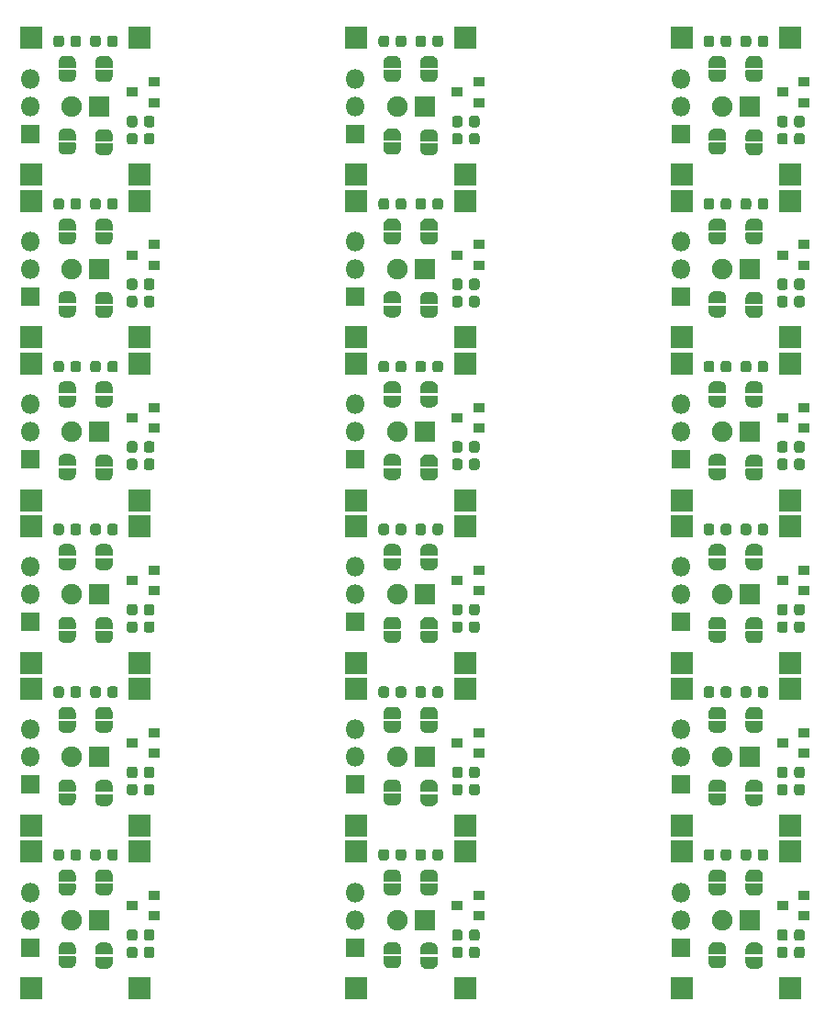
<source format=gbr>
%TF.GenerationSoftware,KiCad,Pcbnew,5.1.6-c6e7f7d~87~ubuntu18.04.1*%
%TF.CreationDate,2020-08-12T19:32:08-03:00*%
%TF.ProjectId,irStrip_v1_panel,69725374-7269-4705-9f76-315f70616e65,Rev. 1.0.1*%
%TF.SameCoordinates,Original*%
%TF.FileFunction,Soldermask,Bot*%
%TF.FilePolarity,Negative*%
%FSLAX46Y46*%
G04 Gerber Fmt 4.6, Leading zero omitted, Abs format (unit mm)*
G04 Created by KiCad (PCBNEW 5.1.6-c6e7f7d~87~ubuntu18.04.1) date 2020-08-12 19:32:08*
%MOMM*%
%LPD*%
G01*
G04 APERTURE LIST*
%ADD10C,0.100000*%
%ADD11R,2.100000X2.100000*%
%ADD12R,1.000000X0.900000*%
%ADD13R,1.800000X1.800000*%
%ADD14O,1.800000X1.800000*%
%ADD15R,1.900000X1.900000*%
%ADD16C,1.900000*%
G04 APERTURE END LIST*
D10*
%TO.C,JP1*%
G36*
X174500602Y-141093889D02*
G01*
X174500602Y-141075466D01*
X174500843Y-141070565D01*
X174505653Y-141021734D01*
X174506373Y-141016881D01*
X174515945Y-140968756D01*
X174517137Y-140963995D01*
X174531381Y-140917040D01*
X174533034Y-140912421D01*
X174551811Y-140867088D01*
X174553909Y-140862651D01*
X174577040Y-140819378D01*
X174579562Y-140815171D01*
X174606822Y-140774372D01*
X174609746Y-140770430D01*
X174640874Y-140732501D01*
X174644169Y-140728866D01*
X174678866Y-140694169D01*
X174682501Y-140690874D01*
X174720430Y-140659746D01*
X174724372Y-140656822D01*
X174765171Y-140629562D01*
X174769378Y-140627040D01*
X174812651Y-140603909D01*
X174817088Y-140601811D01*
X174862421Y-140583034D01*
X174867040Y-140581381D01*
X174913995Y-140567137D01*
X174918756Y-140565945D01*
X174966881Y-140556373D01*
X174971734Y-140555653D01*
X175020565Y-140550843D01*
X175025466Y-140550602D01*
X175043889Y-140550602D01*
X175050000Y-140550000D01*
X175550000Y-140550000D01*
X175556111Y-140550602D01*
X175574534Y-140550602D01*
X175579435Y-140550843D01*
X175628266Y-140555653D01*
X175633119Y-140556373D01*
X175681244Y-140565945D01*
X175686005Y-140567137D01*
X175732960Y-140581381D01*
X175737579Y-140583034D01*
X175782912Y-140601811D01*
X175787349Y-140603909D01*
X175830622Y-140627040D01*
X175834829Y-140629562D01*
X175875628Y-140656822D01*
X175879570Y-140659746D01*
X175917499Y-140690874D01*
X175921134Y-140694169D01*
X175955831Y-140728866D01*
X175959126Y-140732501D01*
X175990254Y-140770430D01*
X175993178Y-140774372D01*
X176020438Y-140815171D01*
X176022960Y-140819378D01*
X176046091Y-140862651D01*
X176048189Y-140867088D01*
X176066966Y-140912421D01*
X176068619Y-140917040D01*
X176082863Y-140963995D01*
X176084055Y-140968756D01*
X176093627Y-141016881D01*
X176094347Y-141021734D01*
X176099157Y-141070565D01*
X176099398Y-141075466D01*
X176099398Y-141093889D01*
X176100000Y-141100000D01*
X176100000Y-141600000D01*
X176099039Y-141609755D01*
X176096194Y-141619134D01*
X176091573Y-141627779D01*
X176085355Y-141635355D01*
X176077779Y-141641573D01*
X176069134Y-141646194D01*
X176059755Y-141649039D01*
X176050000Y-141650000D01*
X174550000Y-141650000D01*
X174540245Y-141649039D01*
X174530866Y-141646194D01*
X174522221Y-141641573D01*
X174514645Y-141635355D01*
X174508427Y-141627779D01*
X174503806Y-141619134D01*
X174500961Y-141609755D01*
X174500000Y-141600000D01*
X174500000Y-141100000D01*
X174500602Y-141093889D01*
G37*
G36*
X174500961Y-141890245D02*
G01*
X174503806Y-141880866D01*
X174508427Y-141872221D01*
X174514645Y-141864645D01*
X174522221Y-141858427D01*
X174530866Y-141853806D01*
X174540245Y-141850961D01*
X174550000Y-141850000D01*
X176050000Y-141850000D01*
X176059755Y-141850961D01*
X176069134Y-141853806D01*
X176077779Y-141858427D01*
X176085355Y-141864645D01*
X176091573Y-141872221D01*
X176096194Y-141880866D01*
X176099039Y-141890245D01*
X176100000Y-141900000D01*
X176100000Y-142400000D01*
X176099398Y-142406111D01*
X176099398Y-142424534D01*
X176099157Y-142429435D01*
X176094347Y-142478266D01*
X176093627Y-142483119D01*
X176084055Y-142531244D01*
X176082863Y-142536005D01*
X176068619Y-142582960D01*
X176066966Y-142587579D01*
X176048189Y-142632912D01*
X176046091Y-142637349D01*
X176022960Y-142680622D01*
X176020438Y-142684829D01*
X175993178Y-142725628D01*
X175990254Y-142729570D01*
X175959126Y-142767499D01*
X175955831Y-142771134D01*
X175921134Y-142805831D01*
X175917499Y-142809126D01*
X175879570Y-142840254D01*
X175875628Y-142843178D01*
X175834829Y-142870438D01*
X175830622Y-142872960D01*
X175787349Y-142896091D01*
X175782912Y-142898189D01*
X175737579Y-142916966D01*
X175732960Y-142918619D01*
X175686005Y-142932863D01*
X175681244Y-142934055D01*
X175633119Y-142943627D01*
X175628266Y-142944347D01*
X175579435Y-142949157D01*
X175574534Y-142949398D01*
X175556111Y-142949398D01*
X175550000Y-142950000D01*
X175050000Y-142950000D01*
X175043889Y-142949398D01*
X175025466Y-142949398D01*
X175020565Y-142949157D01*
X174971734Y-142944347D01*
X174966881Y-142943627D01*
X174918756Y-142934055D01*
X174913995Y-142932863D01*
X174867040Y-142918619D01*
X174862421Y-142916966D01*
X174817088Y-142898189D01*
X174812651Y-142896091D01*
X174769378Y-142872960D01*
X174765171Y-142870438D01*
X174724372Y-142843178D01*
X174720430Y-142840254D01*
X174682501Y-142809126D01*
X174678866Y-142805831D01*
X174644169Y-142771134D01*
X174640874Y-142767499D01*
X174609746Y-142729570D01*
X174606822Y-142725628D01*
X174579562Y-142684829D01*
X174577040Y-142680622D01*
X174553909Y-142637349D01*
X174551811Y-142632912D01*
X174533034Y-142587579D01*
X174531381Y-142582960D01*
X174517137Y-142536005D01*
X174515945Y-142531244D01*
X174506373Y-142483119D01*
X174505653Y-142478266D01*
X174500843Y-142429435D01*
X174500602Y-142424534D01*
X174500602Y-142406111D01*
X174500000Y-142400000D01*
X174500000Y-141900000D01*
X174500961Y-141890245D01*
G37*
%TD*%
D11*
%TO.C,J9*%
X182000000Y-144800000D03*
%TD*%
D10*
%TO.C,JP1*%
G36*
X174500602Y-111093889D02*
G01*
X174500602Y-111075466D01*
X174500843Y-111070565D01*
X174505653Y-111021734D01*
X174506373Y-111016881D01*
X174515945Y-110968756D01*
X174517137Y-110963995D01*
X174531381Y-110917040D01*
X174533034Y-110912421D01*
X174551811Y-110867088D01*
X174553909Y-110862651D01*
X174577040Y-110819378D01*
X174579562Y-110815171D01*
X174606822Y-110774372D01*
X174609746Y-110770430D01*
X174640874Y-110732501D01*
X174644169Y-110728866D01*
X174678866Y-110694169D01*
X174682501Y-110690874D01*
X174720430Y-110659746D01*
X174724372Y-110656822D01*
X174765171Y-110629562D01*
X174769378Y-110627040D01*
X174812651Y-110603909D01*
X174817088Y-110601811D01*
X174862421Y-110583034D01*
X174867040Y-110581381D01*
X174913995Y-110567137D01*
X174918756Y-110565945D01*
X174966881Y-110556373D01*
X174971734Y-110555653D01*
X175020565Y-110550843D01*
X175025466Y-110550602D01*
X175043889Y-110550602D01*
X175050000Y-110550000D01*
X175550000Y-110550000D01*
X175556111Y-110550602D01*
X175574534Y-110550602D01*
X175579435Y-110550843D01*
X175628266Y-110555653D01*
X175633119Y-110556373D01*
X175681244Y-110565945D01*
X175686005Y-110567137D01*
X175732960Y-110581381D01*
X175737579Y-110583034D01*
X175782912Y-110601811D01*
X175787349Y-110603909D01*
X175830622Y-110627040D01*
X175834829Y-110629562D01*
X175875628Y-110656822D01*
X175879570Y-110659746D01*
X175917499Y-110690874D01*
X175921134Y-110694169D01*
X175955831Y-110728866D01*
X175959126Y-110732501D01*
X175990254Y-110770430D01*
X175993178Y-110774372D01*
X176020438Y-110815171D01*
X176022960Y-110819378D01*
X176046091Y-110862651D01*
X176048189Y-110867088D01*
X176066966Y-110912421D01*
X176068619Y-110917040D01*
X176082863Y-110963995D01*
X176084055Y-110968756D01*
X176093627Y-111016881D01*
X176094347Y-111021734D01*
X176099157Y-111070565D01*
X176099398Y-111075466D01*
X176099398Y-111093889D01*
X176100000Y-111100000D01*
X176100000Y-111600000D01*
X176099039Y-111609755D01*
X176096194Y-111619134D01*
X176091573Y-111627779D01*
X176085355Y-111635355D01*
X176077779Y-111641573D01*
X176069134Y-111646194D01*
X176059755Y-111649039D01*
X176050000Y-111650000D01*
X174550000Y-111650000D01*
X174540245Y-111649039D01*
X174530866Y-111646194D01*
X174522221Y-111641573D01*
X174514645Y-111635355D01*
X174508427Y-111627779D01*
X174503806Y-111619134D01*
X174500961Y-111609755D01*
X174500000Y-111600000D01*
X174500000Y-111100000D01*
X174500602Y-111093889D01*
G37*
G36*
X174500961Y-111890245D02*
G01*
X174503806Y-111880866D01*
X174508427Y-111872221D01*
X174514645Y-111864645D01*
X174522221Y-111858427D01*
X174530866Y-111853806D01*
X174540245Y-111850961D01*
X174550000Y-111850000D01*
X176050000Y-111850000D01*
X176059755Y-111850961D01*
X176069134Y-111853806D01*
X176077779Y-111858427D01*
X176085355Y-111864645D01*
X176091573Y-111872221D01*
X176096194Y-111880866D01*
X176099039Y-111890245D01*
X176100000Y-111900000D01*
X176100000Y-112400000D01*
X176099398Y-112406111D01*
X176099398Y-112424534D01*
X176099157Y-112429435D01*
X176094347Y-112478266D01*
X176093627Y-112483119D01*
X176084055Y-112531244D01*
X176082863Y-112536005D01*
X176068619Y-112582960D01*
X176066966Y-112587579D01*
X176048189Y-112632912D01*
X176046091Y-112637349D01*
X176022960Y-112680622D01*
X176020438Y-112684829D01*
X175993178Y-112725628D01*
X175990254Y-112729570D01*
X175959126Y-112767499D01*
X175955831Y-112771134D01*
X175921134Y-112805831D01*
X175917499Y-112809126D01*
X175879570Y-112840254D01*
X175875628Y-112843178D01*
X175834829Y-112870438D01*
X175830622Y-112872960D01*
X175787349Y-112896091D01*
X175782912Y-112898189D01*
X175737579Y-112916966D01*
X175732960Y-112918619D01*
X175686005Y-112932863D01*
X175681244Y-112934055D01*
X175633119Y-112943627D01*
X175628266Y-112944347D01*
X175579435Y-112949157D01*
X175574534Y-112949398D01*
X175556111Y-112949398D01*
X175550000Y-112950000D01*
X175050000Y-112950000D01*
X175043889Y-112949398D01*
X175025466Y-112949398D01*
X175020565Y-112949157D01*
X174971734Y-112944347D01*
X174966881Y-112943627D01*
X174918756Y-112934055D01*
X174913995Y-112932863D01*
X174867040Y-112918619D01*
X174862421Y-112916966D01*
X174817088Y-112898189D01*
X174812651Y-112896091D01*
X174769378Y-112872960D01*
X174765171Y-112870438D01*
X174724372Y-112843178D01*
X174720430Y-112840254D01*
X174682501Y-112809126D01*
X174678866Y-112805831D01*
X174644169Y-112771134D01*
X174640874Y-112767499D01*
X174609746Y-112729570D01*
X174606822Y-112725628D01*
X174579562Y-112684829D01*
X174577040Y-112680622D01*
X174553909Y-112637349D01*
X174551811Y-112632912D01*
X174533034Y-112587579D01*
X174531381Y-112582960D01*
X174517137Y-112536005D01*
X174515945Y-112531244D01*
X174506373Y-112483119D01*
X174505653Y-112478266D01*
X174500843Y-112429435D01*
X174500602Y-112424534D01*
X174500602Y-112406111D01*
X174500000Y-112400000D01*
X174500000Y-111900000D01*
X174500961Y-111890245D01*
G37*
%TD*%
D11*
%TO.C,J9*%
X182000000Y-114800000D03*
%TD*%
D10*
%TO.C,JP4*%
G36*
X174500961Y-135190245D02*
G01*
X174503806Y-135180866D01*
X174508427Y-135172221D01*
X174514645Y-135164645D01*
X174522221Y-135158427D01*
X174530866Y-135153806D01*
X174540245Y-135150961D01*
X174550000Y-135150000D01*
X176050000Y-135150000D01*
X176059755Y-135150961D01*
X176069134Y-135153806D01*
X176077779Y-135158427D01*
X176085355Y-135164645D01*
X176091573Y-135172221D01*
X176096194Y-135180866D01*
X176099039Y-135190245D01*
X176100000Y-135200000D01*
X176100000Y-135700000D01*
X176099398Y-135706111D01*
X176099398Y-135724534D01*
X176099157Y-135729435D01*
X176094347Y-135778266D01*
X176093627Y-135783119D01*
X176084055Y-135831244D01*
X176082863Y-135836005D01*
X176068619Y-135882960D01*
X176066966Y-135887579D01*
X176048189Y-135932912D01*
X176046091Y-135937349D01*
X176022960Y-135980622D01*
X176020438Y-135984829D01*
X175993178Y-136025628D01*
X175990254Y-136029570D01*
X175959126Y-136067499D01*
X175955831Y-136071134D01*
X175921134Y-136105831D01*
X175917499Y-136109126D01*
X175879570Y-136140254D01*
X175875628Y-136143178D01*
X175834829Y-136170438D01*
X175830622Y-136172960D01*
X175787349Y-136196091D01*
X175782912Y-136198189D01*
X175737579Y-136216966D01*
X175732960Y-136218619D01*
X175686005Y-136232863D01*
X175681244Y-136234055D01*
X175633119Y-136243627D01*
X175628266Y-136244347D01*
X175579435Y-136249157D01*
X175574534Y-136249398D01*
X175556111Y-136249398D01*
X175550000Y-136250000D01*
X175050000Y-136250000D01*
X175043889Y-136249398D01*
X175025466Y-136249398D01*
X175020565Y-136249157D01*
X174971734Y-136244347D01*
X174966881Y-136243627D01*
X174918756Y-136234055D01*
X174913995Y-136232863D01*
X174867040Y-136218619D01*
X174862421Y-136216966D01*
X174817088Y-136198189D01*
X174812651Y-136196091D01*
X174769378Y-136172960D01*
X174765171Y-136170438D01*
X174724372Y-136143178D01*
X174720430Y-136140254D01*
X174682501Y-136109126D01*
X174678866Y-136105831D01*
X174644169Y-136071134D01*
X174640874Y-136067499D01*
X174609746Y-136029570D01*
X174606822Y-136025628D01*
X174579562Y-135984829D01*
X174577040Y-135980622D01*
X174553909Y-135937349D01*
X174551811Y-135932912D01*
X174533034Y-135887579D01*
X174531381Y-135882960D01*
X174517137Y-135836005D01*
X174515945Y-135831244D01*
X174506373Y-135783119D01*
X174505653Y-135778266D01*
X174500843Y-135729435D01*
X174500602Y-135724534D01*
X174500602Y-135706111D01*
X174500000Y-135700000D01*
X174500000Y-135200000D01*
X174500961Y-135190245D01*
G37*
G36*
X174500602Y-134393889D02*
G01*
X174500602Y-134375466D01*
X174500843Y-134370565D01*
X174505653Y-134321734D01*
X174506373Y-134316881D01*
X174515945Y-134268756D01*
X174517137Y-134263995D01*
X174531381Y-134217040D01*
X174533034Y-134212421D01*
X174551811Y-134167088D01*
X174553909Y-134162651D01*
X174577040Y-134119378D01*
X174579562Y-134115171D01*
X174606822Y-134074372D01*
X174609746Y-134070430D01*
X174640874Y-134032501D01*
X174644169Y-134028866D01*
X174678866Y-133994169D01*
X174682501Y-133990874D01*
X174720430Y-133959746D01*
X174724372Y-133956822D01*
X174765171Y-133929562D01*
X174769378Y-133927040D01*
X174812651Y-133903909D01*
X174817088Y-133901811D01*
X174862421Y-133883034D01*
X174867040Y-133881381D01*
X174913995Y-133867137D01*
X174918756Y-133865945D01*
X174966881Y-133856373D01*
X174971734Y-133855653D01*
X175020565Y-133850843D01*
X175025466Y-133850602D01*
X175043889Y-133850602D01*
X175050000Y-133850000D01*
X175550000Y-133850000D01*
X175556111Y-133850602D01*
X175574534Y-133850602D01*
X175579435Y-133850843D01*
X175628266Y-133855653D01*
X175633119Y-133856373D01*
X175681244Y-133865945D01*
X175686005Y-133867137D01*
X175732960Y-133881381D01*
X175737579Y-133883034D01*
X175782912Y-133901811D01*
X175787349Y-133903909D01*
X175830622Y-133927040D01*
X175834829Y-133929562D01*
X175875628Y-133956822D01*
X175879570Y-133959746D01*
X175917499Y-133990874D01*
X175921134Y-133994169D01*
X175955831Y-134028866D01*
X175959126Y-134032501D01*
X175990254Y-134070430D01*
X175993178Y-134074372D01*
X176020438Y-134115171D01*
X176022960Y-134119378D01*
X176046091Y-134162651D01*
X176048189Y-134167088D01*
X176066966Y-134212421D01*
X176068619Y-134217040D01*
X176082863Y-134263995D01*
X176084055Y-134268756D01*
X176093627Y-134316881D01*
X176094347Y-134321734D01*
X176099157Y-134370565D01*
X176099398Y-134375466D01*
X176099398Y-134393889D01*
X176100000Y-134400000D01*
X176100000Y-134900000D01*
X176099039Y-134909755D01*
X176096194Y-134919134D01*
X176091573Y-134927779D01*
X176085355Y-134935355D01*
X176077779Y-134941573D01*
X176069134Y-134946194D01*
X176059755Y-134949039D01*
X176050000Y-134950000D01*
X174550000Y-134950000D01*
X174540245Y-134949039D01*
X174530866Y-134946194D01*
X174522221Y-134941573D01*
X174514645Y-134935355D01*
X174508427Y-134927779D01*
X174503806Y-134919134D01*
X174500961Y-134909755D01*
X174500000Y-134900000D01*
X174500000Y-134400000D01*
X174500602Y-134393889D01*
G37*
%TD*%
%TO.C,JP1*%
G36*
X174500602Y-126093889D02*
G01*
X174500602Y-126075466D01*
X174500843Y-126070565D01*
X174505653Y-126021734D01*
X174506373Y-126016881D01*
X174515945Y-125968756D01*
X174517137Y-125963995D01*
X174531381Y-125917040D01*
X174533034Y-125912421D01*
X174551811Y-125867088D01*
X174553909Y-125862651D01*
X174577040Y-125819378D01*
X174579562Y-125815171D01*
X174606822Y-125774372D01*
X174609746Y-125770430D01*
X174640874Y-125732501D01*
X174644169Y-125728866D01*
X174678866Y-125694169D01*
X174682501Y-125690874D01*
X174720430Y-125659746D01*
X174724372Y-125656822D01*
X174765171Y-125629562D01*
X174769378Y-125627040D01*
X174812651Y-125603909D01*
X174817088Y-125601811D01*
X174862421Y-125583034D01*
X174867040Y-125581381D01*
X174913995Y-125567137D01*
X174918756Y-125565945D01*
X174966881Y-125556373D01*
X174971734Y-125555653D01*
X175020565Y-125550843D01*
X175025466Y-125550602D01*
X175043889Y-125550602D01*
X175050000Y-125550000D01*
X175550000Y-125550000D01*
X175556111Y-125550602D01*
X175574534Y-125550602D01*
X175579435Y-125550843D01*
X175628266Y-125555653D01*
X175633119Y-125556373D01*
X175681244Y-125565945D01*
X175686005Y-125567137D01*
X175732960Y-125581381D01*
X175737579Y-125583034D01*
X175782912Y-125601811D01*
X175787349Y-125603909D01*
X175830622Y-125627040D01*
X175834829Y-125629562D01*
X175875628Y-125656822D01*
X175879570Y-125659746D01*
X175917499Y-125690874D01*
X175921134Y-125694169D01*
X175955831Y-125728866D01*
X175959126Y-125732501D01*
X175990254Y-125770430D01*
X175993178Y-125774372D01*
X176020438Y-125815171D01*
X176022960Y-125819378D01*
X176046091Y-125862651D01*
X176048189Y-125867088D01*
X176066966Y-125912421D01*
X176068619Y-125917040D01*
X176082863Y-125963995D01*
X176084055Y-125968756D01*
X176093627Y-126016881D01*
X176094347Y-126021734D01*
X176099157Y-126070565D01*
X176099398Y-126075466D01*
X176099398Y-126093889D01*
X176100000Y-126100000D01*
X176100000Y-126600000D01*
X176099039Y-126609755D01*
X176096194Y-126619134D01*
X176091573Y-126627779D01*
X176085355Y-126635355D01*
X176077779Y-126641573D01*
X176069134Y-126646194D01*
X176059755Y-126649039D01*
X176050000Y-126650000D01*
X174550000Y-126650000D01*
X174540245Y-126649039D01*
X174530866Y-126646194D01*
X174522221Y-126641573D01*
X174514645Y-126635355D01*
X174508427Y-126627779D01*
X174503806Y-126619134D01*
X174500961Y-126609755D01*
X174500000Y-126600000D01*
X174500000Y-126100000D01*
X174500602Y-126093889D01*
G37*
G36*
X174500961Y-126890245D02*
G01*
X174503806Y-126880866D01*
X174508427Y-126872221D01*
X174514645Y-126864645D01*
X174522221Y-126858427D01*
X174530866Y-126853806D01*
X174540245Y-126850961D01*
X174550000Y-126850000D01*
X176050000Y-126850000D01*
X176059755Y-126850961D01*
X176069134Y-126853806D01*
X176077779Y-126858427D01*
X176085355Y-126864645D01*
X176091573Y-126872221D01*
X176096194Y-126880866D01*
X176099039Y-126890245D01*
X176100000Y-126900000D01*
X176100000Y-127400000D01*
X176099398Y-127406111D01*
X176099398Y-127424534D01*
X176099157Y-127429435D01*
X176094347Y-127478266D01*
X176093627Y-127483119D01*
X176084055Y-127531244D01*
X176082863Y-127536005D01*
X176068619Y-127582960D01*
X176066966Y-127587579D01*
X176048189Y-127632912D01*
X176046091Y-127637349D01*
X176022960Y-127680622D01*
X176020438Y-127684829D01*
X175993178Y-127725628D01*
X175990254Y-127729570D01*
X175959126Y-127767499D01*
X175955831Y-127771134D01*
X175921134Y-127805831D01*
X175917499Y-127809126D01*
X175879570Y-127840254D01*
X175875628Y-127843178D01*
X175834829Y-127870438D01*
X175830622Y-127872960D01*
X175787349Y-127896091D01*
X175782912Y-127898189D01*
X175737579Y-127916966D01*
X175732960Y-127918619D01*
X175686005Y-127932863D01*
X175681244Y-127934055D01*
X175633119Y-127943627D01*
X175628266Y-127944347D01*
X175579435Y-127949157D01*
X175574534Y-127949398D01*
X175556111Y-127949398D01*
X175550000Y-127950000D01*
X175050000Y-127950000D01*
X175043889Y-127949398D01*
X175025466Y-127949398D01*
X175020565Y-127949157D01*
X174971734Y-127944347D01*
X174966881Y-127943627D01*
X174918756Y-127934055D01*
X174913995Y-127932863D01*
X174867040Y-127918619D01*
X174862421Y-127916966D01*
X174817088Y-127898189D01*
X174812651Y-127896091D01*
X174769378Y-127872960D01*
X174765171Y-127870438D01*
X174724372Y-127843178D01*
X174720430Y-127840254D01*
X174682501Y-127809126D01*
X174678866Y-127805831D01*
X174644169Y-127771134D01*
X174640874Y-127767499D01*
X174609746Y-127729570D01*
X174606822Y-127725628D01*
X174579562Y-127684829D01*
X174577040Y-127680622D01*
X174553909Y-127637349D01*
X174551811Y-127632912D01*
X174533034Y-127587579D01*
X174531381Y-127582960D01*
X174517137Y-127536005D01*
X174515945Y-127531244D01*
X174506373Y-127483119D01*
X174505653Y-127478266D01*
X174500843Y-127429435D01*
X174500602Y-127424534D01*
X174500602Y-127406111D01*
X174500000Y-127400000D01*
X174500000Y-126900000D01*
X174500961Y-126890245D01*
G37*
%TD*%
D11*
%TO.C,J9*%
X182000000Y-129800000D03*
%TD*%
D12*
%TO.C,Q1*%
X183300000Y-136250000D03*
X183300000Y-138150000D03*
X181300000Y-137200000D03*
%TD*%
%TO.C,C1*%
G36*
G01*
X182387500Y-140181250D02*
X182387500Y-139618750D01*
G75*
G02*
X182631250Y-139375000I243750J0D01*
G01*
X183118750Y-139375000D01*
G75*
G02*
X183362500Y-139618750I0J-243750D01*
G01*
X183362500Y-140181250D01*
G75*
G02*
X183118750Y-140425000I-243750J0D01*
G01*
X182631250Y-140425000D01*
G75*
G02*
X182387500Y-140181250I0J243750D01*
G01*
G37*
G36*
G01*
X180812500Y-140181250D02*
X180812500Y-139618750D01*
G75*
G02*
X181056250Y-139375000I243750J0D01*
G01*
X181543750Y-139375000D01*
G75*
G02*
X181787500Y-139618750I0J-243750D01*
G01*
X181787500Y-140181250D01*
G75*
G02*
X181543750Y-140425000I-243750J0D01*
G01*
X181056250Y-140425000D01*
G75*
G02*
X180812500Y-140181250I0J243750D01*
G01*
G37*
%TD*%
D11*
%TO.C,J6*%
X172000000Y-132200000D03*
%TD*%
%TO.C,J7*%
X172000000Y-144800000D03*
%TD*%
%TO.C,C2*%
G36*
G01*
X180812500Y-141781250D02*
X180812500Y-141218750D01*
G75*
G02*
X181056250Y-140975000I243750J0D01*
G01*
X181543750Y-140975000D01*
G75*
G02*
X181787500Y-141218750I0J-243750D01*
G01*
X181787500Y-141781250D01*
G75*
G02*
X181543750Y-142025000I-243750J0D01*
G01*
X181056250Y-142025000D01*
G75*
G02*
X180812500Y-141781250I0J243750D01*
G01*
G37*
G36*
G01*
X182387500Y-141781250D02*
X182387500Y-141218750D01*
G75*
G02*
X182631250Y-140975000I243750J0D01*
G01*
X183118750Y-140975000D01*
G75*
G02*
X183362500Y-141218750I0J-243750D01*
G01*
X183362500Y-141781250D01*
G75*
G02*
X183118750Y-142025000I-243750J0D01*
G01*
X182631250Y-142025000D01*
G75*
G02*
X182387500Y-141781250I0J243750D01*
G01*
G37*
%TD*%
%TO.C,R1*%
G36*
G01*
X177437500Y-132781250D02*
X177437500Y-132218750D01*
G75*
G02*
X177681250Y-131975000I243750J0D01*
G01*
X178168750Y-131975000D01*
G75*
G02*
X178412500Y-132218750I0J-243750D01*
G01*
X178412500Y-132781250D01*
G75*
G02*
X178168750Y-133025000I-243750J0D01*
G01*
X177681250Y-133025000D01*
G75*
G02*
X177437500Y-132781250I0J243750D01*
G01*
G37*
G36*
G01*
X179012500Y-132781250D02*
X179012500Y-132218750D01*
G75*
G02*
X179256250Y-131975000I243750J0D01*
G01*
X179743750Y-131975000D01*
G75*
G02*
X179987500Y-132218750I0J-243750D01*
G01*
X179987500Y-132781250D01*
G75*
G02*
X179743750Y-133025000I-243750J0D01*
G01*
X179256250Y-133025000D01*
G75*
G02*
X179012500Y-132781250I0J243750D01*
G01*
G37*
%TD*%
D13*
%TO.C,J1*%
X171900000Y-141040000D03*
D14*
X171900000Y-138500000D03*
X171900000Y-135960000D03*
%TD*%
D15*
%TO.C,D1*%
X178280000Y-138500000D03*
D16*
X175740000Y-138500000D03*
%TD*%
%TO.C,R2*%
G36*
G01*
X175612500Y-132781250D02*
X175612500Y-132218750D01*
G75*
G02*
X175856250Y-131975000I243750J0D01*
G01*
X176343750Y-131975000D01*
G75*
G02*
X176587500Y-132218750I0J-243750D01*
G01*
X176587500Y-132781250D01*
G75*
G02*
X176343750Y-133025000I-243750J0D01*
G01*
X175856250Y-133025000D01*
G75*
G02*
X175612500Y-132781250I0J243750D01*
G01*
G37*
G36*
G01*
X174037500Y-132781250D02*
X174037500Y-132218750D01*
G75*
G02*
X174281250Y-131975000I243750J0D01*
G01*
X174768750Y-131975000D01*
G75*
G02*
X175012500Y-132218750I0J-243750D01*
G01*
X175012500Y-132781250D01*
G75*
G02*
X174768750Y-133025000I-243750J0D01*
G01*
X174281250Y-133025000D01*
G75*
G02*
X174037500Y-132781250I0J243750D01*
G01*
G37*
%TD*%
D10*
%TO.C,JP3*%
G36*
X177900602Y-134393889D02*
G01*
X177900602Y-134375466D01*
X177900843Y-134370565D01*
X177905653Y-134321734D01*
X177906373Y-134316881D01*
X177915945Y-134268756D01*
X177917137Y-134263995D01*
X177931381Y-134217040D01*
X177933034Y-134212421D01*
X177951811Y-134167088D01*
X177953909Y-134162651D01*
X177977040Y-134119378D01*
X177979562Y-134115171D01*
X178006822Y-134074372D01*
X178009746Y-134070430D01*
X178040874Y-134032501D01*
X178044169Y-134028866D01*
X178078866Y-133994169D01*
X178082501Y-133990874D01*
X178120430Y-133959746D01*
X178124372Y-133956822D01*
X178165171Y-133929562D01*
X178169378Y-133927040D01*
X178212651Y-133903909D01*
X178217088Y-133901811D01*
X178262421Y-133883034D01*
X178267040Y-133881381D01*
X178313995Y-133867137D01*
X178318756Y-133865945D01*
X178366881Y-133856373D01*
X178371734Y-133855653D01*
X178420565Y-133850843D01*
X178425466Y-133850602D01*
X178443889Y-133850602D01*
X178450000Y-133850000D01*
X178950000Y-133850000D01*
X178956111Y-133850602D01*
X178974534Y-133850602D01*
X178979435Y-133850843D01*
X179028266Y-133855653D01*
X179033119Y-133856373D01*
X179081244Y-133865945D01*
X179086005Y-133867137D01*
X179132960Y-133881381D01*
X179137579Y-133883034D01*
X179182912Y-133901811D01*
X179187349Y-133903909D01*
X179230622Y-133927040D01*
X179234829Y-133929562D01*
X179275628Y-133956822D01*
X179279570Y-133959746D01*
X179317499Y-133990874D01*
X179321134Y-133994169D01*
X179355831Y-134028866D01*
X179359126Y-134032501D01*
X179390254Y-134070430D01*
X179393178Y-134074372D01*
X179420438Y-134115171D01*
X179422960Y-134119378D01*
X179446091Y-134162651D01*
X179448189Y-134167088D01*
X179466966Y-134212421D01*
X179468619Y-134217040D01*
X179482863Y-134263995D01*
X179484055Y-134268756D01*
X179493627Y-134316881D01*
X179494347Y-134321734D01*
X179499157Y-134370565D01*
X179499398Y-134375466D01*
X179499398Y-134393889D01*
X179500000Y-134400000D01*
X179500000Y-134900000D01*
X179499039Y-134909755D01*
X179496194Y-134919134D01*
X179491573Y-134927779D01*
X179485355Y-134935355D01*
X179477779Y-134941573D01*
X179469134Y-134946194D01*
X179459755Y-134949039D01*
X179450000Y-134950000D01*
X177950000Y-134950000D01*
X177940245Y-134949039D01*
X177930866Y-134946194D01*
X177922221Y-134941573D01*
X177914645Y-134935355D01*
X177908427Y-134927779D01*
X177903806Y-134919134D01*
X177900961Y-134909755D01*
X177900000Y-134900000D01*
X177900000Y-134400000D01*
X177900602Y-134393889D01*
G37*
G36*
X177900961Y-135190245D02*
G01*
X177903806Y-135180866D01*
X177908427Y-135172221D01*
X177914645Y-135164645D01*
X177922221Y-135158427D01*
X177930866Y-135153806D01*
X177940245Y-135150961D01*
X177950000Y-135150000D01*
X179450000Y-135150000D01*
X179459755Y-135150961D01*
X179469134Y-135153806D01*
X179477779Y-135158427D01*
X179485355Y-135164645D01*
X179491573Y-135172221D01*
X179496194Y-135180866D01*
X179499039Y-135190245D01*
X179500000Y-135200000D01*
X179500000Y-135700000D01*
X179499398Y-135706111D01*
X179499398Y-135724534D01*
X179499157Y-135729435D01*
X179494347Y-135778266D01*
X179493627Y-135783119D01*
X179484055Y-135831244D01*
X179482863Y-135836005D01*
X179468619Y-135882960D01*
X179466966Y-135887579D01*
X179448189Y-135932912D01*
X179446091Y-135937349D01*
X179422960Y-135980622D01*
X179420438Y-135984829D01*
X179393178Y-136025628D01*
X179390254Y-136029570D01*
X179359126Y-136067499D01*
X179355831Y-136071134D01*
X179321134Y-136105831D01*
X179317499Y-136109126D01*
X179279570Y-136140254D01*
X179275628Y-136143178D01*
X179234829Y-136170438D01*
X179230622Y-136172960D01*
X179187349Y-136196091D01*
X179182912Y-136198189D01*
X179137579Y-136216966D01*
X179132960Y-136218619D01*
X179086005Y-136232863D01*
X179081244Y-136234055D01*
X179033119Y-136243627D01*
X179028266Y-136244347D01*
X178979435Y-136249157D01*
X178974534Y-136249398D01*
X178956111Y-136249398D01*
X178950000Y-136250000D01*
X178450000Y-136250000D01*
X178443889Y-136249398D01*
X178425466Y-136249398D01*
X178420565Y-136249157D01*
X178371734Y-136244347D01*
X178366881Y-136243627D01*
X178318756Y-136234055D01*
X178313995Y-136232863D01*
X178267040Y-136218619D01*
X178262421Y-136216966D01*
X178217088Y-136198189D01*
X178212651Y-136196091D01*
X178169378Y-136172960D01*
X178165171Y-136170438D01*
X178124372Y-136143178D01*
X178120430Y-136140254D01*
X178082501Y-136109126D01*
X178078866Y-136105831D01*
X178044169Y-136071134D01*
X178040874Y-136067499D01*
X178009746Y-136029570D01*
X178006822Y-136025628D01*
X177979562Y-135984829D01*
X177977040Y-135980622D01*
X177953909Y-135937349D01*
X177951811Y-135932912D01*
X177933034Y-135887579D01*
X177931381Y-135882960D01*
X177917137Y-135836005D01*
X177915945Y-135831244D01*
X177906373Y-135783119D01*
X177905653Y-135778266D01*
X177900843Y-135729435D01*
X177900602Y-135724534D01*
X177900602Y-135706111D01*
X177900000Y-135700000D01*
X177900000Y-135200000D01*
X177900961Y-135190245D01*
G37*
%TD*%
D11*
%TO.C,J8*%
X182000000Y-132200000D03*
%TD*%
D10*
%TO.C,JP4*%
G36*
X174500961Y-120190245D02*
G01*
X174503806Y-120180866D01*
X174508427Y-120172221D01*
X174514645Y-120164645D01*
X174522221Y-120158427D01*
X174530866Y-120153806D01*
X174540245Y-120150961D01*
X174550000Y-120150000D01*
X176050000Y-120150000D01*
X176059755Y-120150961D01*
X176069134Y-120153806D01*
X176077779Y-120158427D01*
X176085355Y-120164645D01*
X176091573Y-120172221D01*
X176096194Y-120180866D01*
X176099039Y-120190245D01*
X176100000Y-120200000D01*
X176100000Y-120700000D01*
X176099398Y-120706111D01*
X176099398Y-120724534D01*
X176099157Y-120729435D01*
X176094347Y-120778266D01*
X176093627Y-120783119D01*
X176084055Y-120831244D01*
X176082863Y-120836005D01*
X176068619Y-120882960D01*
X176066966Y-120887579D01*
X176048189Y-120932912D01*
X176046091Y-120937349D01*
X176022960Y-120980622D01*
X176020438Y-120984829D01*
X175993178Y-121025628D01*
X175990254Y-121029570D01*
X175959126Y-121067499D01*
X175955831Y-121071134D01*
X175921134Y-121105831D01*
X175917499Y-121109126D01*
X175879570Y-121140254D01*
X175875628Y-121143178D01*
X175834829Y-121170438D01*
X175830622Y-121172960D01*
X175787349Y-121196091D01*
X175782912Y-121198189D01*
X175737579Y-121216966D01*
X175732960Y-121218619D01*
X175686005Y-121232863D01*
X175681244Y-121234055D01*
X175633119Y-121243627D01*
X175628266Y-121244347D01*
X175579435Y-121249157D01*
X175574534Y-121249398D01*
X175556111Y-121249398D01*
X175550000Y-121250000D01*
X175050000Y-121250000D01*
X175043889Y-121249398D01*
X175025466Y-121249398D01*
X175020565Y-121249157D01*
X174971734Y-121244347D01*
X174966881Y-121243627D01*
X174918756Y-121234055D01*
X174913995Y-121232863D01*
X174867040Y-121218619D01*
X174862421Y-121216966D01*
X174817088Y-121198189D01*
X174812651Y-121196091D01*
X174769378Y-121172960D01*
X174765171Y-121170438D01*
X174724372Y-121143178D01*
X174720430Y-121140254D01*
X174682501Y-121109126D01*
X174678866Y-121105831D01*
X174644169Y-121071134D01*
X174640874Y-121067499D01*
X174609746Y-121029570D01*
X174606822Y-121025628D01*
X174579562Y-120984829D01*
X174577040Y-120980622D01*
X174553909Y-120937349D01*
X174551811Y-120932912D01*
X174533034Y-120887579D01*
X174531381Y-120882960D01*
X174517137Y-120836005D01*
X174515945Y-120831244D01*
X174506373Y-120783119D01*
X174505653Y-120778266D01*
X174500843Y-120729435D01*
X174500602Y-120724534D01*
X174500602Y-120706111D01*
X174500000Y-120700000D01*
X174500000Y-120200000D01*
X174500961Y-120190245D01*
G37*
G36*
X174500602Y-119393889D02*
G01*
X174500602Y-119375466D01*
X174500843Y-119370565D01*
X174505653Y-119321734D01*
X174506373Y-119316881D01*
X174515945Y-119268756D01*
X174517137Y-119263995D01*
X174531381Y-119217040D01*
X174533034Y-119212421D01*
X174551811Y-119167088D01*
X174553909Y-119162651D01*
X174577040Y-119119378D01*
X174579562Y-119115171D01*
X174606822Y-119074372D01*
X174609746Y-119070430D01*
X174640874Y-119032501D01*
X174644169Y-119028866D01*
X174678866Y-118994169D01*
X174682501Y-118990874D01*
X174720430Y-118959746D01*
X174724372Y-118956822D01*
X174765171Y-118929562D01*
X174769378Y-118927040D01*
X174812651Y-118903909D01*
X174817088Y-118901811D01*
X174862421Y-118883034D01*
X174867040Y-118881381D01*
X174913995Y-118867137D01*
X174918756Y-118865945D01*
X174966881Y-118856373D01*
X174971734Y-118855653D01*
X175020565Y-118850843D01*
X175025466Y-118850602D01*
X175043889Y-118850602D01*
X175050000Y-118850000D01*
X175550000Y-118850000D01*
X175556111Y-118850602D01*
X175574534Y-118850602D01*
X175579435Y-118850843D01*
X175628266Y-118855653D01*
X175633119Y-118856373D01*
X175681244Y-118865945D01*
X175686005Y-118867137D01*
X175732960Y-118881381D01*
X175737579Y-118883034D01*
X175782912Y-118901811D01*
X175787349Y-118903909D01*
X175830622Y-118927040D01*
X175834829Y-118929562D01*
X175875628Y-118956822D01*
X175879570Y-118959746D01*
X175917499Y-118990874D01*
X175921134Y-118994169D01*
X175955831Y-119028866D01*
X175959126Y-119032501D01*
X175990254Y-119070430D01*
X175993178Y-119074372D01*
X176020438Y-119115171D01*
X176022960Y-119119378D01*
X176046091Y-119162651D01*
X176048189Y-119167088D01*
X176066966Y-119212421D01*
X176068619Y-119217040D01*
X176082863Y-119263995D01*
X176084055Y-119268756D01*
X176093627Y-119316881D01*
X176094347Y-119321734D01*
X176099157Y-119370565D01*
X176099398Y-119375466D01*
X176099398Y-119393889D01*
X176100000Y-119400000D01*
X176100000Y-119900000D01*
X176099039Y-119909755D01*
X176096194Y-119919134D01*
X176091573Y-119927779D01*
X176085355Y-119935355D01*
X176077779Y-119941573D01*
X176069134Y-119946194D01*
X176059755Y-119949039D01*
X176050000Y-119950000D01*
X174550000Y-119950000D01*
X174540245Y-119949039D01*
X174530866Y-119946194D01*
X174522221Y-119941573D01*
X174514645Y-119935355D01*
X174508427Y-119927779D01*
X174503806Y-119919134D01*
X174500961Y-119909755D01*
X174500000Y-119900000D01*
X174500000Y-119400000D01*
X174500602Y-119393889D01*
G37*
%TD*%
%TO.C,R1*%
G36*
G01*
X177437500Y-117781250D02*
X177437500Y-117218750D01*
G75*
G02*
X177681250Y-116975000I243750J0D01*
G01*
X178168750Y-116975000D01*
G75*
G02*
X178412500Y-117218750I0J-243750D01*
G01*
X178412500Y-117781250D01*
G75*
G02*
X178168750Y-118025000I-243750J0D01*
G01*
X177681250Y-118025000D01*
G75*
G02*
X177437500Y-117781250I0J243750D01*
G01*
G37*
G36*
G01*
X179012500Y-117781250D02*
X179012500Y-117218750D01*
G75*
G02*
X179256250Y-116975000I243750J0D01*
G01*
X179743750Y-116975000D01*
G75*
G02*
X179987500Y-117218750I0J-243750D01*
G01*
X179987500Y-117781250D01*
G75*
G02*
X179743750Y-118025000I-243750J0D01*
G01*
X179256250Y-118025000D01*
G75*
G02*
X179012500Y-117781250I0J243750D01*
G01*
G37*
%TD*%
%TO.C,C2*%
G36*
G01*
X180812500Y-126781250D02*
X180812500Y-126218750D01*
G75*
G02*
X181056250Y-125975000I243750J0D01*
G01*
X181543750Y-125975000D01*
G75*
G02*
X181787500Y-126218750I0J-243750D01*
G01*
X181787500Y-126781250D01*
G75*
G02*
X181543750Y-127025000I-243750J0D01*
G01*
X181056250Y-127025000D01*
G75*
G02*
X180812500Y-126781250I0J243750D01*
G01*
G37*
G36*
G01*
X182387500Y-126781250D02*
X182387500Y-126218750D01*
G75*
G02*
X182631250Y-125975000I243750J0D01*
G01*
X183118750Y-125975000D01*
G75*
G02*
X183362500Y-126218750I0J-243750D01*
G01*
X183362500Y-126781250D01*
G75*
G02*
X183118750Y-127025000I-243750J0D01*
G01*
X182631250Y-127025000D01*
G75*
G02*
X182387500Y-126781250I0J243750D01*
G01*
G37*
%TD*%
%TO.C,JP3*%
G36*
X177900602Y-119393889D02*
G01*
X177900602Y-119375466D01*
X177900843Y-119370565D01*
X177905653Y-119321734D01*
X177906373Y-119316881D01*
X177915945Y-119268756D01*
X177917137Y-119263995D01*
X177931381Y-119217040D01*
X177933034Y-119212421D01*
X177951811Y-119167088D01*
X177953909Y-119162651D01*
X177977040Y-119119378D01*
X177979562Y-119115171D01*
X178006822Y-119074372D01*
X178009746Y-119070430D01*
X178040874Y-119032501D01*
X178044169Y-119028866D01*
X178078866Y-118994169D01*
X178082501Y-118990874D01*
X178120430Y-118959746D01*
X178124372Y-118956822D01*
X178165171Y-118929562D01*
X178169378Y-118927040D01*
X178212651Y-118903909D01*
X178217088Y-118901811D01*
X178262421Y-118883034D01*
X178267040Y-118881381D01*
X178313995Y-118867137D01*
X178318756Y-118865945D01*
X178366881Y-118856373D01*
X178371734Y-118855653D01*
X178420565Y-118850843D01*
X178425466Y-118850602D01*
X178443889Y-118850602D01*
X178450000Y-118850000D01*
X178950000Y-118850000D01*
X178956111Y-118850602D01*
X178974534Y-118850602D01*
X178979435Y-118850843D01*
X179028266Y-118855653D01*
X179033119Y-118856373D01*
X179081244Y-118865945D01*
X179086005Y-118867137D01*
X179132960Y-118881381D01*
X179137579Y-118883034D01*
X179182912Y-118901811D01*
X179187349Y-118903909D01*
X179230622Y-118927040D01*
X179234829Y-118929562D01*
X179275628Y-118956822D01*
X179279570Y-118959746D01*
X179317499Y-118990874D01*
X179321134Y-118994169D01*
X179355831Y-119028866D01*
X179359126Y-119032501D01*
X179390254Y-119070430D01*
X179393178Y-119074372D01*
X179420438Y-119115171D01*
X179422960Y-119119378D01*
X179446091Y-119162651D01*
X179448189Y-119167088D01*
X179466966Y-119212421D01*
X179468619Y-119217040D01*
X179482863Y-119263995D01*
X179484055Y-119268756D01*
X179493627Y-119316881D01*
X179494347Y-119321734D01*
X179499157Y-119370565D01*
X179499398Y-119375466D01*
X179499398Y-119393889D01*
X179500000Y-119400000D01*
X179500000Y-119900000D01*
X179499039Y-119909755D01*
X179496194Y-119919134D01*
X179491573Y-119927779D01*
X179485355Y-119935355D01*
X179477779Y-119941573D01*
X179469134Y-119946194D01*
X179459755Y-119949039D01*
X179450000Y-119950000D01*
X177950000Y-119950000D01*
X177940245Y-119949039D01*
X177930866Y-119946194D01*
X177922221Y-119941573D01*
X177914645Y-119935355D01*
X177908427Y-119927779D01*
X177903806Y-119919134D01*
X177900961Y-119909755D01*
X177900000Y-119900000D01*
X177900000Y-119400000D01*
X177900602Y-119393889D01*
G37*
G36*
X177900961Y-120190245D02*
G01*
X177903806Y-120180866D01*
X177908427Y-120172221D01*
X177914645Y-120164645D01*
X177922221Y-120158427D01*
X177930866Y-120153806D01*
X177940245Y-120150961D01*
X177950000Y-120150000D01*
X179450000Y-120150000D01*
X179459755Y-120150961D01*
X179469134Y-120153806D01*
X179477779Y-120158427D01*
X179485355Y-120164645D01*
X179491573Y-120172221D01*
X179496194Y-120180866D01*
X179499039Y-120190245D01*
X179500000Y-120200000D01*
X179500000Y-120700000D01*
X179499398Y-120706111D01*
X179499398Y-120724534D01*
X179499157Y-120729435D01*
X179494347Y-120778266D01*
X179493627Y-120783119D01*
X179484055Y-120831244D01*
X179482863Y-120836005D01*
X179468619Y-120882960D01*
X179466966Y-120887579D01*
X179448189Y-120932912D01*
X179446091Y-120937349D01*
X179422960Y-120980622D01*
X179420438Y-120984829D01*
X179393178Y-121025628D01*
X179390254Y-121029570D01*
X179359126Y-121067499D01*
X179355831Y-121071134D01*
X179321134Y-121105831D01*
X179317499Y-121109126D01*
X179279570Y-121140254D01*
X179275628Y-121143178D01*
X179234829Y-121170438D01*
X179230622Y-121172960D01*
X179187349Y-121196091D01*
X179182912Y-121198189D01*
X179137579Y-121216966D01*
X179132960Y-121218619D01*
X179086005Y-121232863D01*
X179081244Y-121234055D01*
X179033119Y-121243627D01*
X179028266Y-121244347D01*
X178979435Y-121249157D01*
X178974534Y-121249398D01*
X178956111Y-121249398D01*
X178950000Y-121250000D01*
X178450000Y-121250000D01*
X178443889Y-121249398D01*
X178425466Y-121249398D01*
X178420565Y-121249157D01*
X178371734Y-121244347D01*
X178366881Y-121243627D01*
X178318756Y-121234055D01*
X178313995Y-121232863D01*
X178267040Y-121218619D01*
X178262421Y-121216966D01*
X178217088Y-121198189D01*
X178212651Y-121196091D01*
X178169378Y-121172960D01*
X178165171Y-121170438D01*
X178124372Y-121143178D01*
X178120430Y-121140254D01*
X178082501Y-121109126D01*
X178078866Y-121105831D01*
X178044169Y-121071134D01*
X178040874Y-121067499D01*
X178009746Y-121029570D01*
X178006822Y-121025628D01*
X177979562Y-120984829D01*
X177977040Y-120980622D01*
X177953909Y-120937349D01*
X177951811Y-120932912D01*
X177933034Y-120887579D01*
X177931381Y-120882960D01*
X177917137Y-120836005D01*
X177915945Y-120831244D01*
X177906373Y-120783119D01*
X177905653Y-120778266D01*
X177900843Y-120729435D01*
X177900602Y-120724534D01*
X177900602Y-120706111D01*
X177900000Y-120700000D01*
X177900000Y-120200000D01*
X177900961Y-120190245D01*
G37*
%TD*%
D11*
%TO.C,J8*%
X182000000Y-117200000D03*
%TD*%
%TO.C,C1*%
G36*
G01*
X182387500Y-125181250D02*
X182387500Y-124618750D01*
G75*
G02*
X182631250Y-124375000I243750J0D01*
G01*
X183118750Y-124375000D01*
G75*
G02*
X183362500Y-124618750I0J-243750D01*
G01*
X183362500Y-125181250D01*
G75*
G02*
X183118750Y-125425000I-243750J0D01*
G01*
X182631250Y-125425000D01*
G75*
G02*
X182387500Y-125181250I0J243750D01*
G01*
G37*
G36*
G01*
X180812500Y-125181250D02*
X180812500Y-124618750D01*
G75*
G02*
X181056250Y-124375000I243750J0D01*
G01*
X181543750Y-124375000D01*
G75*
G02*
X181787500Y-124618750I0J-243750D01*
G01*
X181787500Y-125181250D01*
G75*
G02*
X181543750Y-125425000I-243750J0D01*
G01*
X181056250Y-125425000D01*
G75*
G02*
X180812500Y-125181250I0J243750D01*
G01*
G37*
%TD*%
%TO.C,R2*%
G36*
G01*
X175612500Y-117781250D02*
X175612500Y-117218750D01*
G75*
G02*
X175856250Y-116975000I243750J0D01*
G01*
X176343750Y-116975000D01*
G75*
G02*
X176587500Y-117218750I0J-243750D01*
G01*
X176587500Y-117781250D01*
G75*
G02*
X176343750Y-118025000I-243750J0D01*
G01*
X175856250Y-118025000D01*
G75*
G02*
X175612500Y-117781250I0J243750D01*
G01*
G37*
G36*
G01*
X174037500Y-117781250D02*
X174037500Y-117218750D01*
G75*
G02*
X174281250Y-116975000I243750J0D01*
G01*
X174768750Y-116975000D01*
G75*
G02*
X175012500Y-117218750I0J-243750D01*
G01*
X175012500Y-117781250D01*
G75*
G02*
X174768750Y-118025000I-243750J0D01*
G01*
X174281250Y-118025000D01*
G75*
G02*
X174037500Y-117781250I0J243750D01*
G01*
G37*
%TD*%
D10*
%TO.C,JP2*%
G36*
X179499039Y-141659755D02*
G01*
X179496194Y-141669134D01*
X179491573Y-141677779D01*
X179485355Y-141685355D01*
X179477779Y-141691573D01*
X179469134Y-141696194D01*
X179459755Y-141699039D01*
X179450000Y-141700000D01*
X177950000Y-141700000D01*
X177940245Y-141699039D01*
X177930866Y-141696194D01*
X177922221Y-141691573D01*
X177914645Y-141685355D01*
X177908427Y-141677779D01*
X177903806Y-141669134D01*
X177900961Y-141659755D01*
X177900000Y-141650000D01*
X177900000Y-141150000D01*
X177900602Y-141143889D01*
X177900602Y-141125466D01*
X177900843Y-141120565D01*
X177905653Y-141071734D01*
X177906373Y-141066881D01*
X177915945Y-141018756D01*
X177917137Y-141013995D01*
X177931381Y-140967040D01*
X177933034Y-140962421D01*
X177951811Y-140917088D01*
X177953909Y-140912651D01*
X177977040Y-140869378D01*
X177979562Y-140865171D01*
X178006822Y-140824372D01*
X178009746Y-140820430D01*
X178040874Y-140782501D01*
X178044169Y-140778866D01*
X178078866Y-140744169D01*
X178082501Y-140740874D01*
X178120430Y-140709746D01*
X178124372Y-140706822D01*
X178165171Y-140679562D01*
X178169378Y-140677040D01*
X178212651Y-140653909D01*
X178217088Y-140651811D01*
X178262421Y-140633034D01*
X178267040Y-140631381D01*
X178313995Y-140617137D01*
X178318756Y-140615945D01*
X178366881Y-140606373D01*
X178371734Y-140605653D01*
X178420565Y-140600843D01*
X178425466Y-140600602D01*
X178443889Y-140600602D01*
X178450000Y-140600000D01*
X178950000Y-140600000D01*
X178956111Y-140600602D01*
X178974534Y-140600602D01*
X178979435Y-140600843D01*
X179028266Y-140605653D01*
X179033119Y-140606373D01*
X179081244Y-140615945D01*
X179086005Y-140617137D01*
X179132960Y-140631381D01*
X179137579Y-140633034D01*
X179182912Y-140651811D01*
X179187349Y-140653909D01*
X179230622Y-140677040D01*
X179234829Y-140679562D01*
X179275628Y-140706822D01*
X179279570Y-140709746D01*
X179317499Y-140740874D01*
X179321134Y-140744169D01*
X179355831Y-140778866D01*
X179359126Y-140782501D01*
X179390254Y-140820430D01*
X179393178Y-140824372D01*
X179420438Y-140865171D01*
X179422960Y-140869378D01*
X179446091Y-140912651D01*
X179448189Y-140917088D01*
X179466966Y-140962421D01*
X179468619Y-140967040D01*
X179482863Y-141013995D01*
X179484055Y-141018756D01*
X179493627Y-141066881D01*
X179494347Y-141071734D01*
X179499157Y-141120565D01*
X179499398Y-141125466D01*
X179499398Y-141143889D01*
X179500000Y-141150000D01*
X179500000Y-141650000D01*
X179499039Y-141659755D01*
G37*
G36*
X179499398Y-142456111D02*
G01*
X179499398Y-142474534D01*
X179499157Y-142479435D01*
X179494347Y-142528266D01*
X179493627Y-142533119D01*
X179484055Y-142581244D01*
X179482863Y-142586005D01*
X179468619Y-142632960D01*
X179466966Y-142637579D01*
X179448189Y-142682912D01*
X179446091Y-142687349D01*
X179422960Y-142730622D01*
X179420438Y-142734829D01*
X179393178Y-142775628D01*
X179390254Y-142779570D01*
X179359126Y-142817499D01*
X179355831Y-142821134D01*
X179321134Y-142855831D01*
X179317499Y-142859126D01*
X179279570Y-142890254D01*
X179275628Y-142893178D01*
X179234829Y-142920438D01*
X179230622Y-142922960D01*
X179187349Y-142946091D01*
X179182912Y-142948189D01*
X179137579Y-142966966D01*
X179132960Y-142968619D01*
X179086005Y-142982863D01*
X179081244Y-142984055D01*
X179033119Y-142993627D01*
X179028266Y-142994347D01*
X178979435Y-142999157D01*
X178974534Y-142999398D01*
X178956111Y-142999398D01*
X178950000Y-143000000D01*
X178450000Y-143000000D01*
X178443889Y-142999398D01*
X178425466Y-142999398D01*
X178420565Y-142999157D01*
X178371734Y-142994347D01*
X178366881Y-142993627D01*
X178318756Y-142984055D01*
X178313995Y-142982863D01*
X178267040Y-142968619D01*
X178262421Y-142966966D01*
X178217088Y-142948189D01*
X178212651Y-142946091D01*
X178169378Y-142922960D01*
X178165171Y-142920438D01*
X178124372Y-142893178D01*
X178120430Y-142890254D01*
X178082501Y-142859126D01*
X178078866Y-142855831D01*
X178044169Y-142821134D01*
X178040874Y-142817499D01*
X178009746Y-142779570D01*
X178006822Y-142775628D01*
X177979562Y-142734829D01*
X177977040Y-142730622D01*
X177953909Y-142687349D01*
X177951811Y-142682912D01*
X177933034Y-142637579D01*
X177931381Y-142632960D01*
X177917137Y-142586005D01*
X177915945Y-142581244D01*
X177906373Y-142533119D01*
X177905653Y-142528266D01*
X177900843Y-142479435D01*
X177900602Y-142474534D01*
X177900602Y-142456111D01*
X177900000Y-142450000D01*
X177900000Y-141950000D01*
X177900961Y-141940245D01*
X177903806Y-141930866D01*
X177908427Y-141922221D01*
X177914645Y-141914645D01*
X177922221Y-141908427D01*
X177930866Y-141903806D01*
X177940245Y-141900961D01*
X177950000Y-141900000D01*
X179450000Y-141900000D01*
X179459755Y-141900961D01*
X179469134Y-141903806D01*
X179477779Y-141908427D01*
X179485355Y-141914645D01*
X179491573Y-141922221D01*
X179496194Y-141930866D01*
X179499039Y-141940245D01*
X179500000Y-141950000D01*
X179500000Y-142450000D01*
X179499398Y-142456111D01*
G37*
%TD*%
D11*
%TO.C,J6*%
X172000000Y-117200000D03*
%TD*%
D13*
%TO.C,J1*%
X171900000Y-126040000D03*
D14*
X171900000Y-123500000D03*
X171900000Y-120960000D03*
%TD*%
D15*
%TO.C,D1*%
X178280000Y-123500000D03*
D16*
X175740000Y-123500000D03*
%TD*%
D11*
%TO.C,J7*%
X172000000Y-129800000D03*
%TD*%
D12*
%TO.C,Q1*%
X183300000Y-121250000D03*
X183300000Y-123150000D03*
X181300000Y-122200000D03*
%TD*%
%TO.C,C1*%
G36*
G01*
X182387500Y-110181250D02*
X182387500Y-109618750D01*
G75*
G02*
X182631250Y-109375000I243750J0D01*
G01*
X183118750Y-109375000D01*
G75*
G02*
X183362500Y-109618750I0J-243750D01*
G01*
X183362500Y-110181250D01*
G75*
G02*
X183118750Y-110425000I-243750J0D01*
G01*
X182631250Y-110425000D01*
G75*
G02*
X182387500Y-110181250I0J243750D01*
G01*
G37*
G36*
G01*
X180812500Y-110181250D02*
X180812500Y-109618750D01*
G75*
G02*
X181056250Y-109375000I243750J0D01*
G01*
X181543750Y-109375000D01*
G75*
G02*
X181787500Y-109618750I0J-243750D01*
G01*
X181787500Y-110181250D01*
G75*
G02*
X181543750Y-110425000I-243750J0D01*
G01*
X181056250Y-110425000D01*
G75*
G02*
X180812500Y-110181250I0J243750D01*
G01*
G37*
%TD*%
D13*
%TO.C,J1*%
X171900000Y-111040000D03*
D14*
X171900000Y-108500000D03*
X171900000Y-105960000D03*
%TD*%
D10*
%TO.C,JP1*%
G36*
X174500602Y-96093889D02*
G01*
X174500602Y-96075466D01*
X174500843Y-96070565D01*
X174505653Y-96021734D01*
X174506373Y-96016881D01*
X174515945Y-95968756D01*
X174517137Y-95963995D01*
X174531381Y-95917040D01*
X174533034Y-95912421D01*
X174551811Y-95867088D01*
X174553909Y-95862651D01*
X174577040Y-95819378D01*
X174579562Y-95815171D01*
X174606822Y-95774372D01*
X174609746Y-95770430D01*
X174640874Y-95732501D01*
X174644169Y-95728866D01*
X174678866Y-95694169D01*
X174682501Y-95690874D01*
X174720430Y-95659746D01*
X174724372Y-95656822D01*
X174765171Y-95629562D01*
X174769378Y-95627040D01*
X174812651Y-95603909D01*
X174817088Y-95601811D01*
X174862421Y-95583034D01*
X174867040Y-95581381D01*
X174913995Y-95567137D01*
X174918756Y-95565945D01*
X174966881Y-95556373D01*
X174971734Y-95555653D01*
X175020565Y-95550843D01*
X175025466Y-95550602D01*
X175043889Y-95550602D01*
X175050000Y-95550000D01*
X175550000Y-95550000D01*
X175556111Y-95550602D01*
X175574534Y-95550602D01*
X175579435Y-95550843D01*
X175628266Y-95555653D01*
X175633119Y-95556373D01*
X175681244Y-95565945D01*
X175686005Y-95567137D01*
X175732960Y-95581381D01*
X175737579Y-95583034D01*
X175782912Y-95601811D01*
X175787349Y-95603909D01*
X175830622Y-95627040D01*
X175834829Y-95629562D01*
X175875628Y-95656822D01*
X175879570Y-95659746D01*
X175917499Y-95690874D01*
X175921134Y-95694169D01*
X175955831Y-95728866D01*
X175959126Y-95732501D01*
X175990254Y-95770430D01*
X175993178Y-95774372D01*
X176020438Y-95815171D01*
X176022960Y-95819378D01*
X176046091Y-95862651D01*
X176048189Y-95867088D01*
X176066966Y-95912421D01*
X176068619Y-95917040D01*
X176082863Y-95963995D01*
X176084055Y-95968756D01*
X176093627Y-96016881D01*
X176094347Y-96021734D01*
X176099157Y-96070565D01*
X176099398Y-96075466D01*
X176099398Y-96093889D01*
X176100000Y-96100000D01*
X176100000Y-96600000D01*
X176099039Y-96609755D01*
X176096194Y-96619134D01*
X176091573Y-96627779D01*
X176085355Y-96635355D01*
X176077779Y-96641573D01*
X176069134Y-96646194D01*
X176059755Y-96649039D01*
X176050000Y-96650000D01*
X174550000Y-96650000D01*
X174540245Y-96649039D01*
X174530866Y-96646194D01*
X174522221Y-96641573D01*
X174514645Y-96635355D01*
X174508427Y-96627779D01*
X174503806Y-96619134D01*
X174500961Y-96609755D01*
X174500000Y-96600000D01*
X174500000Y-96100000D01*
X174500602Y-96093889D01*
G37*
G36*
X174500961Y-96890245D02*
G01*
X174503806Y-96880866D01*
X174508427Y-96872221D01*
X174514645Y-96864645D01*
X174522221Y-96858427D01*
X174530866Y-96853806D01*
X174540245Y-96850961D01*
X174550000Y-96850000D01*
X176050000Y-96850000D01*
X176059755Y-96850961D01*
X176069134Y-96853806D01*
X176077779Y-96858427D01*
X176085355Y-96864645D01*
X176091573Y-96872221D01*
X176096194Y-96880866D01*
X176099039Y-96890245D01*
X176100000Y-96900000D01*
X176100000Y-97400000D01*
X176099398Y-97406111D01*
X176099398Y-97424534D01*
X176099157Y-97429435D01*
X176094347Y-97478266D01*
X176093627Y-97483119D01*
X176084055Y-97531244D01*
X176082863Y-97536005D01*
X176068619Y-97582960D01*
X176066966Y-97587579D01*
X176048189Y-97632912D01*
X176046091Y-97637349D01*
X176022960Y-97680622D01*
X176020438Y-97684829D01*
X175993178Y-97725628D01*
X175990254Y-97729570D01*
X175959126Y-97767499D01*
X175955831Y-97771134D01*
X175921134Y-97805831D01*
X175917499Y-97809126D01*
X175879570Y-97840254D01*
X175875628Y-97843178D01*
X175834829Y-97870438D01*
X175830622Y-97872960D01*
X175787349Y-97896091D01*
X175782912Y-97898189D01*
X175737579Y-97916966D01*
X175732960Y-97918619D01*
X175686005Y-97932863D01*
X175681244Y-97934055D01*
X175633119Y-97943627D01*
X175628266Y-97944347D01*
X175579435Y-97949157D01*
X175574534Y-97949398D01*
X175556111Y-97949398D01*
X175550000Y-97950000D01*
X175050000Y-97950000D01*
X175043889Y-97949398D01*
X175025466Y-97949398D01*
X175020565Y-97949157D01*
X174971734Y-97944347D01*
X174966881Y-97943627D01*
X174918756Y-97934055D01*
X174913995Y-97932863D01*
X174867040Y-97918619D01*
X174862421Y-97916966D01*
X174817088Y-97898189D01*
X174812651Y-97896091D01*
X174769378Y-97872960D01*
X174765171Y-97870438D01*
X174724372Y-97843178D01*
X174720430Y-97840254D01*
X174682501Y-97809126D01*
X174678866Y-97805831D01*
X174644169Y-97771134D01*
X174640874Y-97767499D01*
X174609746Y-97729570D01*
X174606822Y-97725628D01*
X174579562Y-97684829D01*
X174577040Y-97680622D01*
X174553909Y-97637349D01*
X174551811Y-97632912D01*
X174533034Y-97587579D01*
X174531381Y-97582960D01*
X174517137Y-97536005D01*
X174515945Y-97531244D01*
X174506373Y-97483119D01*
X174505653Y-97478266D01*
X174500843Y-97429435D01*
X174500602Y-97424534D01*
X174500602Y-97406111D01*
X174500000Y-97400000D01*
X174500000Y-96900000D01*
X174500961Y-96890245D01*
G37*
%TD*%
D11*
%TO.C,J9*%
X182000000Y-99800000D03*
%TD*%
%TO.C,C2*%
G36*
G01*
X180812500Y-111781250D02*
X180812500Y-111218750D01*
G75*
G02*
X181056250Y-110975000I243750J0D01*
G01*
X181543750Y-110975000D01*
G75*
G02*
X181787500Y-111218750I0J-243750D01*
G01*
X181787500Y-111781250D01*
G75*
G02*
X181543750Y-112025000I-243750J0D01*
G01*
X181056250Y-112025000D01*
G75*
G02*
X180812500Y-111781250I0J243750D01*
G01*
G37*
G36*
G01*
X182387500Y-111781250D02*
X182387500Y-111218750D01*
G75*
G02*
X182631250Y-110975000I243750J0D01*
G01*
X183118750Y-110975000D01*
G75*
G02*
X183362500Y-111218750I0J-243750D01*
G01*
X183362500Y-111781250D01*
G75*
G02*
X183118750Y-112025000I-243750J0D01*
G01*
X182631250Y-112025000D01*
G75*
G02*
X182387500Y-111781250I0J243750D01*
G01*
G37*
%TD*%
%TO.C,R1*%
G36*
G01*
X177437500Y-102781250D02*
X177437500Y-102218750D01*
G75*
G02*
X177681250Y-101975000I243750J0D01*
G01*
X178168750Y-101975000D01*
G75*
G02*
X178412500Y-102218750I0J-243750D01*
G01*
X178412500Y-102781250D01*
G75*
G02*
X178168750Y-103025000I-243750J0D01*
G01*
X177681250Y-103025000D01*
G75*
G02*
X177437500Y-102781250I0J243750D01*
G01*
G37*
G36*
G01*
X179012500Y-102781250D02*
X179012500Y-102218750D01*
G75*
G02*
X179256250Y-101975000I243750J0D01*
G01*
X179743750Y-101975000D01*
G75*
G02*
X179987500Y-102218750I0J-243750D01*
G01*
X179987500Y-102781250D01*
G75*
G02*
X179743750Y-103025000I-243750J0D01*
G01*
X179256250Y-103025000D01*
G75*
G02*
X179012500Y-102781250I0J243750D01*
G01*
G37*
%TD*%
D15*
%TO.C,D1*%
X178280000Y-108500000D03*
D16*
X175740000Y-108500000D03*
%TD*%
D10*
%TO.C,JP4*%
G36*
X174500961Y-105190245D02*
G01*
X174503806Y-105180866D01*
X174508427Y-105172221D01*
X174514645Y-105164645D01*
X174522221Y-105158427D01*
X174530866Y-105153806D01*
X174540245Y-105150961D01*
X174550000Y-105150000D01*
X176050000Y-105150000D01*
X176059755Y-105150961D01*
X176069134Y-105153806D01*
X176077779Y-105158427D01*
X176085355Y-105164645D01*
X176091573Y-105172221D01*
X176096194Y-105180866D01*
X176099039Y-105190245D01*
X176100000Y-105200000D01*
X176100000Y-105700000D01*
X176099398Y-105706111D01*
X176099398Y-105724534D01*
X176099157Y-105729435D01*
X176094347Y-105778266D01*
X176093627Y-105783119D01*
X176084055Y-105831244D01*
X176082863Y-105836005D01*
X176068619Y-105882960D01*
X176066966Y-105887579D01*
X176048189Y-105932912D01*
X176046091Y-105937349D01*
X176022960Y-105980622D01*
X176020438Y-105984829D01*
X175993178Y-106025628D01*
X175990254Y-106029570D01*
X175959126Y-106067499D01*
X175955831Y-106071134D01*
X175921134Y-106105831D01*
X175917499Y-106109126D01*
X175879570Y-106140254D01*
X175875628Y-106143178D01*
X175834829Y-106170438D01*
X175830622Y-106172960D01*
X175787349Y-106196091D01*
X175782912Y-106198189D01*
X175737579Y-106216966D01*
X175732960Y-106218619D01*
X175686005Y-106232863D01*
X175681244Y-106234055D01*
X175633119Y-106243627D01*
X175628266Y-106244347D01*
X175579435Y-106249157D01*
X175574534Y-106249398D01*
X175556111Y-106249398D01*
X175550000Y-106250000D01*
X175050000Y-106250000D01*
X175043889Y-106249398D01*
X175025466Y-106249398D01*
X175020565Y-106249157D01*
X174971734Y-106244347D01*
X174966881Y-106243627D01*
X174918756Y-106234055D01*
X174913995Y-106232863D01*
X174867040Y-106218619D01*
X174862421Y-106216966D01*
X174817088Y-106198189D01*
X174812651Y-106196091D01*
X174769378Y-106172960D01*
X174765171Y-106170438D01*
X174724372Y-106143178D01*
X174720430Y-106140254D01*
X174682501Y-106109126D01*
X174678866Y-106105831D01*
X174644169Y-106071134D01*
X174640874Y-106067499D01*
X174609746Y-106029570D01*
X174606822Y-106025628D01*
X174579562Y-105984829D01*
X174577040Y-105980622D01*
X174553909Y-105937349D01*
X174551811Y-105932912D01*
X174533034Y-105887579D01*
X174531381Y-105882960D01*
X174517137Y-105836005D01*
X174515945Y-105831244D01*
X174506373Y-105783119D01*
X174505653Y-105778266D01*
X174500843Y-105729435D01*
X174500602Y-105724534D01*
X174500602Y-105706111D01*
X174500000Y-105700000D01*
X174500000Y-105200000D01*
X174500961Y-105190245D01*
G37*
G36*
X174500602Y-104393889D02*
G01*
X174500602Y-104375466D01*
X174500843Y-104370565D01*
X174505653Y-104321734D01*
X174506373Y-104316881D01*
X174515945Y-104268756D01*
X174517137Y-104263995D01*
X174531381Y-104217040D01*
X174533034Y-104212421D01*
X174551811Y-104167088D01*
X174553909Y-104162651D01*
X174577040Y-104119378D01*
X174579562Y-104115171D01*
X174606822Y-104074372D01*
X174609746Y-104070430D01*
X174640874Y-104032501D01*
X174644169Y-104028866D01*
X174678866Y-103994169D01*
X174682501Y-103990874D01*
X174720430Y-103959746D01*
X174724372Y-103956822D01*
X174765171Y-103929562D01*
X174769378Y-103927040D01*
X174812651Y-103903909D01*
X174817088Y-103901811D01*
X174862421Y-103883034D01*
X174867040Y-103881381D01*
X174913995Y-103867137D01*
X174918756Y-103865945D01*
X174966881Y-103856373D01*
X174971734Y-103855653D01*
X175020565Y-103850843D01*
X175025466Y-103850602D01*
X175043889Y-103850602D01*
X175050000Y-103850000D01*
X175550000Y-103850000D01*
X175556111Y-103850602D01*
X175574534Y-103850602D01*
X175579435Y-103850843D01*
X175628266Y-103855653D01*
X175633119Y-103856373D01*
X175681244Y-103865945D01*
X175686005Y-103867137D01*
X175732960Y-103881381D01*
X175737579Y-103883034D01*
X175782912Y-103901811D01*
X175787349Y-103903909D01*
X175830622Y-103927040D01*
X175834829Y-103929562D01*
X175875628Y-103956822D01*
X175879570Y-103959746D01*
X175917499Y-103990874D01*
X175921134Y-103994169D01*
X175955831Y-104028866D01*
X175959126Y-104032501D01*
X175990254Y-104070430D01*
X175993178Y-104074372D01*
X176020438Y-104115171D01*
X176022960Y-104119378D01*
X176046091Y-104162651D01*
X176048189Y-104167088D01*
X176066966Y-104212421D01*
X176068619Y-104217040D01*
X176082863Y-104263995D01*
X176084055Y-104268756D01*
X176093627Y-104316881D01*
X176094347Y-104321734D01*
X176099157Y-104370565D01*
X176099398Y-104375466D01*
X176099398Y-104393889D01*
X176100000Y-104400000D01*
X176100000Y-104900000D01*
X176099039Y-104909755D01*
X176096194Y-104919134D01*
X176091573Y-104927779D01*
X176085355Y-104935355D01*
X176077779Y-104941573D01*
X176069134Y-104946194D01*
X176059755Y-104949039D01*
X176050000Y-104950000D01*
X174550000Y-104950000D01*
X174540245Y-104949039D01*
X174530866Y-104946194D01*
X174522221Y-104941573D01*
X174514645Y-104935355D01*
X174508427Y-104927779D01*
X174503806Y-104919134D01*
X174500961Y-104909755D01*
X174500000Y-104900000D01*
X174500000Y-104400000D01*
X174500602Y-104393889D01*
G37*
%TD*%
%TO.C,R2*%
G36*
G01*
X175612500Y-102781250D02*
X175612500Y-102218750D01*
G75*
G02*
X175856250Y-101975000I243750J0D01*
G01*
X176343750Y-101975000D01*
G75*
G02*
X176587500Y-102218750I0J-243750D01*
G01*
X176587500Y-102781250D01*
G75*
G02*
X176343750Y-103025000I-243750J0D01*
G01*
X175856250Y-103025000D01*
G75*
G02*
X175612500Y-102781250I0J243750D01*
G01*
G37*
G36*
G01*
X174037500Y-102781250D02*
X174037500Y-102218750D01*
G75*
G02*
X174281250Y-101975000I243750J0D01*
G01*
X174768750Y-101975000D01*
G75*
G02*
X175012500Y-102218750I0J-243750D01*
G01*
X175012500Y-102781250D01*
G75*
G02*
X174768750Y-103025000I-243750J0D01*
G01*
X174281250Y-103025000D01*
G75*
G02*
X174037500Y-102781250I0J243750D01*
G01*
G37*
%TD*%
D12*
%TO.C,Q1*%
X183300000Y-106250000D03*
X183300000Y-108150000D03*
X181300000Y-107200000D03*
%TD*%
D10*
%TO.C,JP2*%
G36*
X179499039Y-126659755D02*
G01*
X179496194Y-126669134D01*
X179491573Y-126677779D01*
X179485355Y-126685355D01*
X179477779Y-126691573D01*
X179469134Y-126696194D01*
X179459755Y-126699039D01*
X179450000Y-126700000D01*
X177950000Y-126700000D01*
X177940245Y-126699039D01*
X177930866Y-126696194D01*
X177922221Y-126691573D01*
X177914645Y-126685355D01*
X177908427Y-126677779D01*
X177903806Y-126669134D01*
X177900961Y-126659755D01*
X177900000Y-126650000D01*
X177900000Y-126150000D01*
X177900602Y-126143889D01*
X177900602Y-126125466D01*
X177900843Y-126120565D01*
X177905653Y-126071734D01*
X177906373Y-126066881D01*
X177915945Y-126018756D01*
X177917137Y-126013995D01*
X177931381Y-125967040D01*
X177933034Y-125962421D01*
X177951811Y-125917088D01*
X177953909Y-125912651D01*
X177977040Y-125869378D01*
X177979562Y-125865171D01*
X178006822Y-125824372D01*
X178009746Y-125820430D01*
X178040874Y-125782501D01*
X178044169Y-125778866D01*
X178078866Y-125744169D01*
X178082501Y-125740874D01*
X178120430Y-125709746D01*
X178124372Y-125706822D01*
X178165171Y-125679562D01*
X178169378Y-125677040D01*
X178212651Y-125653909D01*
X178217088Y-125651811D01*
X178262421Y-125633034D01*
X178267040Y-125631381D01*
X178313995Y-125617137D01*
X178318756Y-125615945D01*
X178366881Y-125606373D01*
X178371734Y-125605653D01*
X178420565Y-125600843D01*
X178425466Y-125600602D01*
X178443889Y-125600602D01*
X178450000Y-125600000D01*
X178950000Y-125600000D01*
X178956111Y-125600602D01*
X178974534Y-125600602D01*
X178979435Y-125600843D01*
X179028266Y-125605653D01*
X179033119Y-125606373D01*
X179081244Y-125615945D01*
X179086005Y-125617137D01*
X179132960Y-125631381D01*
X179137579Y-125633034D01*
X179182912Y-125651811D01*
X179187349Y-125653909D01*
X179230622Y-125677040D01*
X179234829Y-125679562D01*
X179275628Y-125706822D01*
X179279570Y-125709746D01*
X179317499Y-125740874D01*
X179321134Y-125744169D01*
X179355831Y-125778866D01*
X179359126Y-125782501D01*
X179390254Y-125820430D01*
X179393178Y-125824372D01*
X179420438Y-125865171D01*
X179422960Y-125869378D01*
X179446091Y-125912651D01*
X179448189Y-125917088D01*
X179466966Y-125962421D01*
X179468619Y-125967040D01*
X179482863Y-126013995D01*
X179484055Y-126018756D01*
X179493627Y-126066881D01*
X179494347Y-126071734D01*
X179499157Y-126120565D01*
X179499398Y-126125466D01*
X179499398Y-126143889D01*
X179500000Y-126150000D01*
X179500000Y-126650000D01*
X179499039Y-126659755D01*
G37*
G36*
X179499398Y-127456111D02*
G01*
X179499398Y-127474534D01*
X179499157Y-127479435D01*
X179494347Y-127528266D01*
X179493627Y-127533119D01*
X179484055Y-127581244D01*
X179482863Y-127586005D01*
X179468619Y-127632960D01*
X179466966Y-127637579D01*
X179448189Y-127682912D01*
X179446091Y-127687349D01*
X179422960Y-127730622D01*
X179420438Y-127734829D01*
X179393178Y-127775628D01*
X179390254Y-127779570D01*
X179359126Y-127817499D01*
X179355831Y-127821134D01*
X179321134Y-127855831D01*
X179317499Y-127859126D01*
X179279570Y-127890254D01*
X179275628Y-127893178D01*
X179234829Y-127920438D01*
X179230622Y-127922960D01*
X179187349Y-127946091D01*
X179182912Y-127948189D01*
X179137579Y-127966966D01*
X179132960Y-127968619D01*
X179086005Y-127982863D01*
X179081244Y-127984055D01*
X179033119Y-127993627D01*
X179028266Y-127994347D01*
X178979435Y-127999157D01*
X178974534Y-127999398D01*
X178956111Y-127999398D01*
X178950000Y-128000000D01*
X178450000Y-128000000D01*
X178443889Y-127999398D01*
X178425466Y-127999398D01*
X178420565Y-127999157D01*
X178371734Y-127994347D01*
X178366881Y-127993627D01*
X178318756Y-127984055D01*
X178313995Y-127982863D01*
X178267040Y-127968619D01*
X178262421Y-127966966D01*
X178217088Y-127948189D01*
X178212651Y-127946091D01*
X178169378Y-127922960D01*
X178165171Y-127920438D01*
X178124372Y-127893178D01*
X178120430Y-127890254D01*
X178082501Y-127859126D01*
X178078866Y-127855831D01*
X178044169Y-127821134D01*
X178040874Y-127817499D01*
X178009746Y-127779570D01*
X178006822Y-127775628D01*
X177979562Y-127734829D01*
X177977040Y-127730622D01*
X177953909Y-127687349D01*
X177951811Y-127682912D01*
X177933034Y-127637579D01*
X177931381Y-127632960D01*
X177917137Y-127586005D01*
X177915945Y-127581244D01*
X177906373Y-127533119D01*
X177905653Y-127528266D01*
X177900843Y-127479435D01*
X177900602Y-127474534D01*
X177900602Y-127456111D01*
X177900000Y-127450000D01*
X177900000Y-126950000D01*
X177900961Y-126940245D01*
X177903806Y-126930866D01*
X177908427Y-126922221D01*
X177914645Y-126914645D01*
X177922221Y-126908427D01*
X177930866Y-126903806D01*
X177940245Y-126900961D01*
X177950000Y-126900000D01*
X179450000Y-126900000D01*
X179459755Y-126900961D01*
X179469134Y-126903806D01*
X179477779Y-126908427D01*
X179485355Y-126914645D01*
X179491573Y-126922221D01*
X179496194Y-126930866D01*
X179499039Y-126940245D01*
X179500000Y-126950000D01*
X179500000Y-127450000D01*
X179499398Y-127456111D01*
G37*
%TD*%
%TO.C,JP3*%
G36*
X177900602Y-104393889D02*
G01*
X177900602Y-104375466D01*
X177900843Y-104370565D01*
X177905653Y-104321734D01*
X177906373Y-104316881D01*
X177915945Y-104268756D01*
X177917137Y-104263995D01*
X177931381Y-104217040D01*
X177933034Y-104212421D01*
X177951811Y-104167088D01*
X177953909Y-104162651D01*
X177977040Y-104119378D01*
X177979562Y-104115171D01*
X178006822Y-104074372D01*
X178009746Y-104070430D01*
X178040874Y-104032501D01*
X178044169Y-104028866D01*
X178078866Y-103994169D01*
X178082501Y-103990874D01*
X178120430Y-103959746D01*
X178124372Y-103956822D01*
X178165171Y-103929562D01*
X178169378Y-103927040D01*
X178212651Y-103903909D01*
X178217088Y-103901811D01*
X178262421Y-103883034D01*
X178267040Y-103881381D01*
X178313995Y-103867137D01*
X178318756Y-103865945D01*
X178366881Y-103856373D01*
X178371734Y-103855653D01*
X178420565Y-103850843D01*
X178425466Y-103850602D01*
X178443889Y-103850602D01*
X178450000Y-103850000D01*
X178950000Y-103850000D01*
X178956111Y-103850602D01*
X178974534Y-103850602D01*
X178979435Y-103850843D01*
X179028266Y-103855653D01*
X179033119Y-103856373D01*
X179081244Y-103865945D01*
X179086005Y-103867137D01*
X179132960Y-103881381D01*
X179137579Y-103883034D01*
X179182912Y-103901811D01*
X179187349Y-103903909D01*
X179230622Y-103927040D01*
X179234829Y-103929562D01*
X179275628Y-103956822D01*
X179279570Y-103959746D01*
X179317499Y-103990874D01*
X179321134Y-103994169D01*
X179355831Y-104028866D01*
X179359126Y-104032501D01*
X179390254Y-104070430D01*
X179393178Y-104074372D01*
X179420438Y-104115171D01*
X179422960Y-104119378D01*
X179446091Y-104162651D01*
X179448189Y-104167088D01*
X179466966Y-104212421D01*
X179468619Y-104217040D01*
X179482863Y-104263995D01*
X179484055Y-104268756D01*
X179493627Y-104316881D01*
X179494347Y-104321734D01*
X179499157Y-104370565D01*
X179499398Y-104375466D01*
X179499398Y-104393889D01*
X179500000Y-104400000D01*
X179500000Y-104900000D01*
X179499039Y-104909755D01*
X179496194Y-104919134D01*
X179491573Y-104927779D01*
X179485355Y-104935355D01*
X179477779Y-104941573D01*
X179469134Y-104946194D01*
X179459755Y-104949039D01*
X179450000Y-104950000D01*
X177950000Y-104950000D01*
X177940245Y-104949039D01*
X177930866Y-104946194D01*
X177922221Y-104941573D01*
X177914645Y-104935355D01*
X177908427Y-104927779D01*
X177903806Y-104919134D01*
X177900961Y-104909755D01*
X177900000Y-104900000D01*
X177900000Y-104400000D01*
X177900602Y-104393889D01*
G37*
G36*
X177900961Y-105190245D02*
G01*
X177903806Y-105180866D01*
X177908427Y-105172221D01*
X177914645Y-105164645D01*
X177922221Y-105158427D01*
X177930866Y-105153806D01*
X177940245Y-105150961D01*
X177950000Y-105150000D01*
X179450000Y-105150000D01*
X179459755Y-105150961D01*
X179469134Y-105153806D01*
X179477779Y-105158427D01*
X179485355Y-105164645D01*
X179491573Y-105172221D01*
X179496194Y-105180866D01*
X179499039Y-105190245D01*
X179500000Y-105200000D01*
X179500000Y-105700000D01*
X179499398Y-105706111D01*
X179499398Y-105724534D01*
X179499157Y-105729435D01*
X179494347Y-105778266D01*
X179493627Y-105783119D01*
X179484055Y-105831244D01*
X179482863Y-105836005D01*
X179468619Y-105882960D01*
X179466966Y-105887579D01*
X179448189Y-105932912D01*
X179446091Y-105937349D01*
X179422960Y-105980622D01*
X179420438Y-105984829D01*
X179393178Y-106025628D01*
X179390254Y-106029570D01*
X179359126Y-106067499D01*
X179355831Y-106071134D01*
X179321134Y-106105831D01*
X179317499Y-106109126D01*
X179279570Y-106140254D01*
X179275628Y-106143178D01*
X179234829Y-106170438D01*
X179230622Y-106172960D01*
X179187349Y-106196091D01*
X179182912Y-106198189D01*
X179137579Y-106216966D01*
X179132960Y-106218619D01*
X179086005Y-106232863D01*
X179081244Y-106234055D01*
X179033119Y-106243627D01*
X179028266Y-106244347D01*
X178979435Y-106249157D01*
X178974534Y-106249398D01*
X178956111Y-106249398D01*
X178950000Y-106250000D01*
X178450000Y-106250000D01*
X178443889Y-106249398D01*
X178425466Y-106249398D01*
X178420565Y-106249157D01*
X178371734Y-106244347D01*
X178366881Y-106243627D01*
X178318756Y-106234055D01*
X178313995Y-106232863D01*
X178267040Y-106218619D01*
X178262421Y-106216966D01*
X178217088Y-106198189D01*
X178212651Y-106196091D01*
X178169378Y-106172960D01*
X178165171Y-106170438D01*
X178124372Y-106143178D01*
X178120430Y-106140254D01*
X178082501Y-106109126D01*
X178078866Y-106105831D01*
X178044169Y-106071134D01*
X178040874Y-106067499D01*
X178009746Y-106029570D01*
X178006822Y-106025628D01*
X177979562Y-105984829D01*
X177977040Y-105980622D01*
X177953909Y-105937349D01*
X177951811Y-105932912D01*
X177933034Y-105887579D01*
X177931381Y-105882960D01*
X177917137Y-105836005D01*
X177915945Y-105831244D01*
X177906373Y-105783119D01*
X177905653Y-105778266D01*
X177900843Y-105729435D01*
X177900602Y-105724534D01*
X177900602Y-105706111D01*
X177900000Y-105700000D01*
X177900000Y-105200000D01*
X177900961Y-105190245D01*
G37*
%TD*%
D11*
%TO.C,J8*%
X182000000Y-102200000D03*
%TD*%
D10*
%TO.C,JP2*%
G36*
X179499039Y-111659755D02*
G01*
X179496194Y-111669134D01*
X179491573Y-111677779D01*
X179485355Y-111685355D01*
X179477779Y-111691573D01*
X179469134Y-111696194D01*
X179459755Y-111699039D01*
X179450000Y-111700000D01*
X177950000Y-111700000D01*
X177940245Y-111699039D01*
X177930866Y-111696194D01*
X177922221Y-111691573D01*
X177914645Y-111685355D01*
X177908427Y-111677779D01*
X177903806Y-111669134D01*
X177900961Y-111659755D01*
X177900000Y-111650000D01*
X177900000Y-111150000D01*
X177900602Y-111143889D01*
X177900602Y-111125466D01*
X177900843Y-111120565D01*
X177905653Y-111071734D01*
X177906373Y-111066881D01*
X177915945Y-111018756D01*
X177917137Y-111013995D01*
X177931381Y-110967040D01*
X177933034Y-110962421D01*
X177951811Y-110917088D01*
X177953909Y-110912651D01*
X177977040Y-110869378D01*
X177979562Y-110865171D01*
X178006822Y-110824372D01*
X178009746Y-110820430D01*
X178040874Y-110782501D01*
X178044169Y-110778866D01*
X178078866Y-110744169D01*
X178082501Y-110740874D01*
X178120430Y-110709746D01*
X178124372Y-110706822D01*
X178165171Y-110679562D01*
X178169378Y-110677040D01*
X178212651Y-110653909D01*
X178217088Y-110651811D01*
X178262421Y-110633034D01*
X178267040Y-110631381D01*
X178313995Y-110617137D01*
X178318756Y-110615945D01*
X178366881Y-110606373D01*
X178371734Y-110605653D01*
X178420565Y-110600843D01*
X178425466Y-110600602D01*
X178443889Y-110600602D01*
X178450000Y-110600000D01*
X178950000Y-110600000D01*
X178956111Y-110600602D01*
X178974534Y-110600602D01*
X178979435Y-110600843D01*
X179028266Y-110605653D01*
X179033119Y-110606373D01*
X179081244Y-110615945D01*
X179086005Y-110617137D01*
X179132960Y-110631381D01*
X179137579Y-110633034D01*
X179182912Y-110651811D01*
X179187349Y-110653909D01*
X179230622Y-110677040D01*
X179234829Y-110679562D01*
X179275628Y-110706822D01*
X179279570Y-110709746D01*
X179317499Y-110740874D01*
X179321134Y-110744169D01*
X179355831Y-110778866D01*
X179359126Y-110782501D01*
X179390254Y-110820430D01*
X179393178Y-110824372D01*
X179420438Y-110865171D01*
X179422960Y-110869378D01*
X179446091Y-110912651D01*
X179448189Y-110917088D01*
X179466966Y-110962421D01*
X179468619Y-110967040D01*
X179482863Y-111013995D01*
X179484055Y-111018756D01*
X179493627Y-111066881D01*
X179494347Y-111071734D01*
X179499157Y-111120565D01*
X179499398Y-111125466D01*
X179499398Y-111143889D01*
X179500000Y-111150000D01*
X179500000Y-111650000D01*
X179499039Y-111659755D01*
G37*
G36*
X179499398Y-112456111D02*
G01*
X179499398Y-112474534D01*
X179499157Y-112479435D01*
X179494347Y-112528266D01*
X179493627Y-112533119D01*
X179484055Y-112581244D01*
X179482863Y-112586005D01*
X179468619Y-112632960D01*
X179466966Y-112637579D01*
X179448189Y-112682912D01*
X179446091Y-112687349D01*
X179422960Y-112730622D01*
X179420438Y-112734829D01*
X179393178Y-112775628D01*
X179390254Y-112779570D01*
X179359126Y-112817499D01*
X179355831Y-112821134D01*
X179321134Y-112855831D01*
X179317499Y-112859126D01*
X179279570Y-112890254D01*
X179275628Y-112893178D01*
X179234829Y-112920438D01*
X179230622Y-112922960D01*
X179187349Y-112946091D01*
X179182912Y-112948189D01*
X179137579Y-112966966D01*
X179132960Y-112968619D01*
X179086005Y-112982863D01*
X179081244Y-112984055D01*
X179033119Y-112993627D01*
X179028266Y-112994347D01*
X178979435Y-112999157D01*
X178974534Y-112999398D01*
X178956111Y-112999398D01*
X178950000Y-113000000D01*
X178450000Y-113000000D01*
X178443889Y-112999398D01*
X178425466Y-112999398D01*
X178420565Y-112999157D01*
X178371734Y-112994347D01*
X178366881Y-112993627D01*
X178318756Y-112984055D01*
X178313995Y-112982863D01*
X178267040Y-112968619D01*
X178262421Y-112966966D01*
X178217088Y-112948189D01*
X178212651Y-112946091D01*
X178169378Y-112922960D01*
X178165171Y-112920438D01*
X178124372Y-112893178D01*
X178120430Y-112890254D01*
X178082501Y-112859126D01*
X178078866Y-112855831D01*
X178044169Y-112821134D01*
X178040874Y-112817499D01*
X178009746Y-112779570D01*
X178006822Y-112775628D01*
X177979562Y-112734829D01*
X177977040Y-112730622D01*
X177953909Y-112687349D01*
X177951811Y-112682912D01*
X177933034Y-112637579D01*
X177931381Y-112632960D01*
X177917137Y-112586005D01*
X177915945Y-112581244D01*
X177906373Y-112533119D01*
X177905653Y-112528266D01*
X177900843Y-112479435D01*
X177900602Y-112474534D01*
X177900602Y-112456111D01*
X177900000Y-112450000D01*
X177900000Y-111950000D01*
X177900961Y-111940245D01*
X177903806Y-111930866D01*
X177908427Y-111922221D01*
X177914645Y-111914645D01*
X177922221Y-111908427D01*
X177930866Y-111903806D01*
X177940245Y-111900961D01*
X177950000Y-111900000D01*
X179450000Y-111900000D01*
X179459755Y-111900961D01*
X179469134Y-111903806D01*
X179477779Y-111908427D01*
X179485355Y-111914645D01*
X179491573Y-111922221D01*
X179496194Y-111930866D01*
X179499039Y-111940245D01*
X179500000Y-111950000D01*
X179500000Y-112450000D01*
X179499398Y-112456111D01*
G37*
%TD*%
D11*
%TO.C,J7*%
X172000000Y-114800000D03*
%TD*%
%TO.C,J6*%
X172000000Y-102200000D03*
%TD*%
D12*
%TO.C,Q1*%
X183300000Y-91250000D03*
X183300000Y-93150000D03*
X181300000Y-92200000D03*
%TD*%
D13*
%TO.C,J1*%
X171900000Y-96040000D03*
D14*
X171900000Y-93500000D03*
X171900000Y-90960000D03*
%TD*%
%TO.C,R1*%
G36*
G01*
X177437500Y-87781250D02*
X177437500Y-87218750D01*
G75*
G02*
X177681250Y-86975000I243750J0D01*
G01*
X178168750Y-86975000D01*
G75*
G02*
X178412500Y-87218750I0J-243750D01*
G01*
X178412500Y-87781250D01*
G75*
G02*
X178168750Y-88025000I-243750J0D01*
G01*
X177681250Y-88025000D01*
G75*
G02*
X177437500Y-87781250I0J243750D01*
G01*
G37*
G36*
G01*
X179012500Y-87781250D02*
X179012500Y-87218750D01*
G75*
G02*
X179256250Y-86975000I243750J0D01*
G01*
X179743750Y-86975000D01*
G75*
G02*
X179987500Y-87218750I0J-243750D01*
G01*
X179987500Y-87781250D01*
G75*
G02*
X179743750Y-88025000I-243750J0D01*
G01*
X179256250Y-88025000D01*
G75*
G02*
X179012500Y-87781250I0J243750D01*
G01*
G37*
%TD*%
D15*
%TO.C,D1*%
X178280000Y-93500000D03*
D16*
X175740000Y-93500000D03*
%TD*%
%TO.C,C1*%
G36*
G01*
X182387500Y-95181250D02*
X182387500Y-94618750D01*
G75*
G02*
X182631250Y-94375000I243750J0D01*
G01*
X183118750Y-94375000D01*
G75*
G02*
X183362500Y-94618750I0J-243750D01*
G01*
X183362500Y-95181250D01*
G75*
G02*
X183118750Y-95425000I-243750J0D01*
G01*
X182631250Y-95425000D01*
G75*
G02*
X182387500Y-95181250I0J243750D01*
G01*
G37*
G36*
G01*
X180812500Y-95181250D02*
X180812500Y-94618750D01*
G75*
G02*
X181056250Y-94375000I243750J0D01*
G01*
X181543750Y-94375000D01*
G75*
G02*
X181787500Y-94618750I0J-243750D01*
G01*
X181787500Y-95181250D01*
G75*
G02*
X181543750Y-95425000I-243750J0D01*
G01*
X181056250Y-95425000D01*
G75*
G02*
X180812500Y-95181250I0J243750D01*
G01*
G37*
%TD*%
D10*
%TO.C,JP3*%
G36*
X177900602Y-89393889D02*
G01*
X177900602Y-89375466D01*
X177900843Y-89370565D01*
X177905653Y-89321734D01*
X177906373Y-89316881D01*
X177915945Y-89268756D01*
X177917137Y-89263995D01*
X177931381Y-89217040D01*
X177933034Y-89212421D01*
X177951811Y-89167088D01*
X177953909Y-89162651D01*
X177977040Y-89119378D01*
X177979562Y-89115171D01*
X178006822Y-89074372D01*
X178009746Y-89070430D01*
X178040874Y-89032501D01*
X178044169Y-89028866D01*
X178078866Y-88994169D01*
X178082501Y-88990874D01*
X178120430Y-88959746D01*
X178124372Y-88956822D01*
X178165171Y-88929562D01*
X178169378Y-88927040D01*
X178212651Y-88903909D01*
X178217088Y-88901811D01*
X178262421Y-88883034D01*
X178267040Y-88881381D01*
X178313995Y-88867137D01*
X178318756Y-88865945D01*
X178366881Y-88856373D01*
X178371734Y-88855653D01*
X178420565Y-88850843D01*
X178425466Y-88850602D01*
X178443889Y-88850602D01*
X178450000Y-88850000D01*
X178950000Y-88850000D01*
X178956111Y-88850602D01*
X178974534Y-88850602D01*
X178979435Y-88850843D01*
X179028266Y-88855653D01*
X179033119Y-88856373D01*
X179081244Y-88865945D01*
X179086005Y-88867137D01*
X179132960Y-88881381D01*
X179137579Y-88883034D01*
X179182912Y-88901811D01*
X179187349Y-88903909D01*
X179230622Y-88927040D01*
X179234829Y-88929562D01*
X179275628Y-88956822D01*
X179279570Y-88959746D01*
X179317499Y-88990874D01*
X179321134Y-88994169D01*
X179355831Y-89028866D01*
X179359126Y-89032501D01*
X179390254Y-89070430D01*
X179393178Y-89074372D01*
X179420438Y-89115171D01*
X179422960Y-89119378D01*
X179446091Y-89162651D01*
X179448189Y-89167088D01*
X179466966Y-89212421D01*
X179468619Y-89217040D01*
X179482863Y-89263995D01*
X179484055Y-89268756D01*
X179493627Y-89316881D01*
X179494347Y-89321734D01*
X179499157Y-89370565D01*
X179499398Y-89375466D01*
X179499398Y-89393889D01*
X179500000Y-89400000D01*
X179500000Y-89900000D01*
X179499039Y-89909755D01*
X179496194Y-89919134D01*
X179491573Y-89927779D01*
X179485355Y-89935355D01*
X179477779Y-89941573D01*
X179469134Y-89946194D01*
X179459755Y-89949039D01*
X179450000Y-89950000D01*
X177950000Y-89950000D01*
X177940245Y-89949039D01*
X177930866Y-89946194D01*
X177922221Y-89941573D01*
X177914645Y-89935355D01*
X177908427Y-89927779D01*
X177903806Y-89919134D01*
X177900961Y-89909755D01*
X177900000Y-89900000D01*
X177900000Y-89400000D01*
X177900602Y-89393889D01*
G37*
G36*
X177900961Y-90190245D02*
G01*
X177903806Y-90180866D01*
X177908427Y-90172221D01*
X177914645Y-90164645D01*
X177922221Y-90158427D01*
X177930866Y-90153806D01*
X177940245Y-90150961D01*
X177950000Y-90150000D01*
X179450000Y-90150000D01*
X179459755Y-90150961D01*
X179469134Y-90153806D01*
X179477779Y-90158427D01*
X179485355Y-90164645D01*
X179491573Y-90172221D01*
X179496194Y-90180866D01*
X179499039Y-90190245D01*
X179500000Y-90200000D01*
X179500000Y-90700000D01*
X179499398Y-90706111D01*
X179499398Y-90724534D01*
X179499157Y-90729435D01*
X179494347Y-90778266D01*
X179493627Y-90783119D01*
X179484055Y-90831244D01*
X179482863Y-90836005D01*
X179468619Y-90882960D01*
X179466966Y-90887579D01*
X179448189Y-90932912D01*
X179446091Y-90937349D01*
X179422960Y-90980622D01*
X179420438Y-90984829D01*
X179393178Y-91025628D01*
X179390254Y-91029570D01*
X179359126Y-91067499D01*
X179355831Y-91071134D01*
X179321134Y-91105831D01*
X179317499Y-91109126D01*
X179279570Y-91140254D01*
X179275628Y-91143178D01*
X179234829Y-91170438D01*
X179230622Y-91172960D01*
X179187349Y-91196091D01*
X179182912Y-91198189D01*
X179137579Y-91216966D01*
X179132960Y-91218619D01*
X179086005Y-91232863D01*
X179081244Y-91234055D01*
X179033119Y-91243627D01*
X179028266Y-91244347D01*
X178979435Y-91249157D01*
X178974534Y-91249398D01*
X178956111Y-91249398D01*
X178950000Y-91250000D01*
X178450000Y-91250000D01*
X178443889Y-91249398D01*
X178425466Y-91249398D01*
X178420565Y-91249157D01*
X178371734Y-91244347D01*
X178366881Y-91243627D01*
X178318756Y-91234055D01*
X178313995Y-91232863D01*
X178267040Y-91218619D01*
X178262421Y-91216966D01*
X178217088Y-91198189D01*
X178212651Y-91196091D01*
X178169378Y-91172960D01*
X178165171Y-91170438D01*
X178124372Y-91143178D01*
X178120430Y-91140254D01*
X178082501Y-91109126D01*
X178078866Y-91105831D01*
X178044169Y-91071134D01*
X178040874Y-91067499D01*
X178009746Y-91029570D01*
X178006822Y-91025628D01*
X177979562Y-90984829D01*
X177977040Y-90980622D01*
X177953909Y-90937349D01*
X177951811Y-90932912D01*
X177933034Y-90887579D01*
X177931381Y-90882960D01*
X177917137Y-90836005D01*
X177915945Y-90831244D01*
X177906373Y-90783119D01*
X177905653Y-90778266D01*
X177900843Y-90729435D01*
X177900602Y-90724534D01*
X177900602Y-90706111D01*
X177900000Y-90700000D01*
X177900000Y-90200000D01*
X177900961Y-90190245D01*
G37*
%TD*%
D11*
%TO.C,J8*%
X182000000Y-87200000D03*
%TD*%
%TO.C,R2*%
G36*
G01*
X175612500Y-87781250D02*
X175612500Y-87218750D01*
G75*
G02*
X175856250Y-86975000I243750J0D01*
G01*
X176343750Y-86975000D01*
G75*
G02*
X176587500Y-87218750I0J-243750D01*
G01*
X176587500Y-87781250D01*
G75*
G02*
X176343750Y-88025000I-243750J0D01*
G01*
X175856250Y-88025000D01*
G75*
G02*
X175612500Y-87781250I0J243750D01*
G01*
G37*
G36*
G01*
X174037500Y-87781250D02*
X174037500Y-87218750D01*
G75*
G02*
X174281250Y-86975000I243750J0D01*
G01*
X174768750Y-86975000D01*
G75*
G02*
X175012500Y-87218750I0J-243750D01*
G01*
X175012500Y-87781250D01*
G75*
G02*
X174768750Y-88025000I-243750J0D01*
G01*
X174281250Y-88025000D01*
G75*
G02*
X174037500Y-87781250I0J243750D01*
G01*
G37*
%TD*%
D10*
%TO.C,JP4*%
G36*
X174500961Y-90190245D02*
G01*
X174503806Y-90180866D01*
X174508427Y-90172221D01*
X174514645Y-90164645D01*
X174522221Y-90158427D01*
X174530866Y-90153806D01*
X174540245Y-90150961D01*
X174550000Y-90150000D01*
X176050000Y-90150000D01*
X176059755Y-90150961D01*
X176069134Y-90153806D01*
X176077779Y-90158427D01*
X176085355Y-90164645D01*
X176091573Y-90172221D01*
X176096194Y-90180866D01*
X176099039Y-90190245D01*
X176100000Y-90200000D01*
X176100000Y-90700000D01*
X176099398Y-90706111D01*
X176099398Y-90724534D01*
X176099157Y-90729435D01*
X176094347Y-90778266D01*
X176093627Y-90783119D01*
X176084055Y-90831244D01*
X176082863Y-90836005D01*
X176068619Y-90882960D01*
X176066966Y-90887579D01*
X176048189Y-90932912D01*
X176046091Y-90937349D01*
X176022960Y-90980622D01*
X176020438Y-90984829D01*
X175993178Y-91025628D01*
X175990254Y-91029570D01*
X175959126Y-91067499D01*
X175955831Y-91071134D01*
X175921134Y-91105831D01*
X175917499Y-91109126D01*
X175879570Y-91140254D01*
X175875628Y-91143178D01*
X175834829Y-91170438D01*
X175830622Y-91172960D01*
X175787349Y-91196091D01*
X175782912Y-91198189D01*
X175737579Y-91216966D01*
X175732960Y-91218619D01*
X175686005Y-91232863D01*
X175681244Y-91234055D01*
X175633119Y-91243627D01*
X175628266Y-91244347D01*
X175579435Y-91249157D01*
X175574534Y-91249398D01*
X175556111Y-91249398D01*
X175550000Y-91250000D01*
X175050000Y-91250000D01*
X175043889Y-91249398D01*
X175025466Y-91249398D01*
X175020565Y-91249157D01*
X174971734Y-91244347D01*
X174966881Y-91243627D01*
X174918756Y-91234055D01*
X174913995Y-91232863D01*
X174867040Y-91218619D01*
X174862421Y-91216966D01*
X174817088Y-91198189D01*
X174812651Y-91196091D01*
X174769378Y-91172960D01*
X174765171Y-91170438D01*
X174724372Y-91143178D01*
X174720430Y-91140254D01*
X174682501Y-91109126D01*
X174678866Y-91105831D01*
X174644169Y-91071134D01*
X174640874Y-91067499D01*
X174609746Y-91029570D01*
X174606822Y-91025628D01*
X174579562Y-90984829D01*
X174577040Y-90980622D01*
X174553909Y-90937349D01*
X174551811Y-90932912D01*
X174533034Y-90887579D01*
X174531381Y-90882960D01*
X174517137Y-90836005D01*
X174515945Y-90831244D01*
X174506373Y-90783119D01*
X174505653Y-90778266D01*
X174500843Y-90729435D01*
X174500602Y-90724534D01*
X174500602Y-90706111D01*
X174500000Y-90700000D01*
X174500000Y-90200000D01*
X174500961Y-90190245D01*
G37*
G36*
X174500602Y-89393889D02*
G01*
X174500602Y-89375466D01*
X174500843Y-89370565D01*
X174505653Y-89321734D01*
X174506373Y-89316881D01*
X174515945Y-89268756D01*
X174517137Y-89263995D01*
X174531381Y-89217040D01*
X174533034Y-89212421D01*
X174551811Y-89167088D01*
X174553909Y-89162651D01*
X174577040Y-89119378D01*
X174579562Y-89115171D01*
X174606822Y-89074372D01*
X174609746Y-89070430D01*
X174640874Y-89032501D01*
X174644169Y-89028866D01*
X174678866Y-88994169D01*
X174682501Y-88990874D01*
X174720430Y-88959746D01*
X174724372Y-88956822D01*
X174765171Y-88929562D01*
X174769378Y-88927040D01*
X174812651Y-88903909D01*
X174817088Y-88901811D01*
X174862421Y-88883034D01*
X174867040Y-88881381D01*
X174913995Y-88867137D01*
X174918756Y-88865945D01*
X174966881Y-88856373D01*
X174971734Y-88855653D01*
X175020565Y-88850843D01*
X175025466Y-88850602D01*
X175043889Y-88850602D01*
X175050000Y-88850000D01*
X175550000Y-88850000D01*
X175556111Y-88850602D01*
X175574534Y-88850602D01*
X175579435Y-88850843D01*
X175628266Y-88855653D01*
X175633119Y-88856373D01*
X175681244Y-88865945D01*
X175686005Y-88867137D01*
X175732960Y-88881381D01*
X175737579Y-88883034D01*
X175782912Y-88901811D01*
X175787349Y-88903909D01*
X175830622Y-88927040D01*
X175834829Y-88929562D01*
X175875628Y-88956822D01*
X175879570Y-88959746D01*
X175917499Y-88990874D01*
X175921134Y-88994169D01*
X175955831Y-89028866D01*
X175959126Y-89032501D01*
X175990254Y-89070430D01*
X175993178Y-89074372D01*
X176020438Y-89115171D01*
X176022960Y-89119378D01*
X176046091Y-89162651D01*
X176048189Y-89167088D01*
X176066966Y-89212421D01*
X176068619Y-89217040D01*
X176082863Y-89263995D01*
X176084055Y-89268756D01*
X176093627Y-89316881D01*
X176094347Y-89321734D01*
X176099157Y-89370565D01*
X176099398Y-89375466D01*
X176099398Y-89393889D01*
X176100000Y-89400000D01*
X176100000Y-89900000D01*
X176099039Y-89909755D01*
X176096194Y-89919134D01*
X176091573Y-89927779D01*
X176085355Y-89935355D01*
X176077779Y-89941573D01*
X176069134Y-89946194D01*
X176059755Y-89949039D01*
X176050000Y-89950000D01*
X174550000Y-89950000D01*
X174540245Y-89949039D01*
X174530866Y-89946194D01*
X174522221Y-89941573D01*
X174514645Y-89935355D01*
X174508427Y-89927779D01*
X174503806Y-89919134D01*
X174500961Y-89909755D01*
X174500000Y-89900000D01*
X174500000Y-89400000D01*
X174500602Y-89393889D01*
G37*
%TD*%
%TO.C,C2*%
G36*
G01*
X180812500Y-96781250D02*
X180812500Y-96218750D01*
G75*
G02*
X181056250Y-95975000I243750J0D01*
G01*
X181543750Y-95975000D01*
G75*
G02*
X181787500Y-96218750I0J-243750D01*
G01*
X181787500Y-96781250D01*
G75*
G02*
X181543750Y-97025000I-243750J0D01*
G01*
X181056250Y-97025000D01*
G75*
G02*
X180812500Y-96781250I0J243750D01*
G01*
G37*
G36*
G01*
X182387500Y-96781250D02*
X182387500Y-96218750D01*
G75*
G02*
X182631250Y-95975000I243750J0D01*
G01*
X183118750Y-95975000D01*
G75*
G02*
X183362500Y-96218750I0J-243750D01*
G01*
X183362500Y-96781250D01*
G75*
G02*
X183118750Y-97025000I-243750J0D01*
G01*
X182631250Y-97025000D01*
G75*
G02*
X182387500Y-96781250I0J243750D01*
G01*
G37*
%TD*%
%TO.C,JP2*%
G36*
X179499039Y-96659755D02*
G01*
X179496194Y-96669134D01*
X179491573Y-96677779D01*
X179485355Y-96685355D01*
X179477779Y-96691573D01*
X179469134Y-96696194D01*
X179459755Y-96699039D01*
X179450000Y-96700000D01*
X177950000Y-96700000D01*
X177940245Y-96699039D01*
X177930866Y-96696194D01*
X177922221Y-96691573D01*
X177914645Y-96685355D01*
X177908427Y-96677779D01*
X177903806Y-96669134D01*
X177900961Y-96659755D01*
X177900000Y-96650000D01*
X177900000Y-96150000D01*
X177900602Y-96143889D01*
X177900602Y-96125466D01*
X177900843Y-96120565D01*
X177905653Y-96071734D01*
X177906373Y-96066881D01*
X177915945Y-96018756D01*
X177917137Y-96013995D01*
X177931381Y-95967040D01*
X177933034Y-95962421D01*
X177951811Y-95917088D01*
X177953909Y-95912651D01*
X177977040Y-95869378D01*
X177979562Y-95865171D01*
X178006822Y-95824372D01*
X178009746Y-95820430D01*
X178040874Y-95782501D01*
X178044169Y-95778866D01*
X178078866Y-95744169D01*
X178082501Y-95740874D01*
X178120430Y-95709746D01*
X178124372Y-95706822D01*
X178165171Y-95679562D01*
X178169378Y-95677040D01*
X178212651Y-95653909D01*
X178217088Y-95651811D01*
X178262421Y-95633034D01*
X178267040Y-95631381D01*
X178313995Y-95617137D01*
X178318756Y-95615945D01*
X178366881Y-95606373D01*
X178371734Y-95605653D01*
X178420565Y-95600843D01*
X178425466Y-95600602D01*
X178443889Y-95600602D01*
X178450000Y-95600000D01*
X178950000Y-95600000D01*
X178956111Y-95600602D01*
X178974534Y-95600602D01*
X178979435Y-95600843D01*
X179028266Y-95605653D01*
X179033119Y-95606373D01*
X179081244Y-95615945D01*
X179086005Y-95617137D01*
X179132960Y-95631381D01*
X179137579Y-95633034D01*
X179182912Y-95651811D01*
X179187349Y-95653909D01*
X179230622Y-95677040D01*
X179234829Y-95679562D01*
X179275628Y-95706822D01*
X179279570Y-95709746D01*
X179317499Y-95740874D01*
X179321134Y-95744169D01*
X179355831Y-95778866D01*
X179359126Y-95782501D01*
X179390254Y-95820430D01*
X179393178Y-95824372D01*
X179420438Y-95865171D01*
X179422960Y-95869378D01*
X179446091Y-95912651D01*
X179448189Y-95917088D01*
X179466966Y-95962421D01*
X179468619Y-95967040D01*
X179482863Y-96013995D01*
X179484055Y-96018756D01*
X179493627Y-96066881D01*
X179494347Y-96071734D01*
X179499157Y-96120565D01*
X179499398Y-96125466D01*
X179499398Y-96143889D01*
X179500000Y-96150000D01*
X179500000Y-96650000D01*
X179499039Y-96659755D01*
G37*
G36*
X179499398Y-97456111D02*
G01*
X179499398Y-97474534D01*
X179499157Y-97479435D01*
X179494347Y-97528266D01*
X179493627Y-97533119D01*
X179484055Y-97581244D01*
X179482863Y-97586005D01*
X179468619Y-97632960D01*
X179466966Y-97637579D01*
X179448189Y-97682912D01*
X179446091Y-97687349D01*
X179422960Y-97730622D01*
X179420438Y-97734829D01*
X179393178Y-97775628D01*
X179390254Y-97779570D01*
X179359126Y-97817499D01*
X179355831Y-97821134D01*
X179321134Y-97855831D01*
X179317499Y-97859126D01*
X179279570Y-97890254D01*
X179275628Y-97893178D01*
X179234829Y-97920438D01*
X179230622Y-97922960D01*
X179187349Y-97946091D01*
X179182912Y-97948189D01*
X179137579Y-97966966D01*
X179132960Y-97968619D01*
X179086005Y-97982863D01*
X179081244Y-97984055D01*
X179033119Y-97993627D01*
X179028266Y-97994347D01*
X178979435Y-97999157D01*
X178974534Y-97999398D01*
X178956111Y-97999398D01*
X178950000Y-98000000D01*
X178450000Y-98000000D01*
X178443889Y-97999398D01*
X178425466Y-97999398D01*
X178420565Y-97999157D01*
X178371734Y-97994347D01*
X178366881Y-97993627D01*
X178318756Y-97984055D01*
X178313995Y-97982863D01*
X178267040Y-97968619D01*
X178262421Y-97966966D01*
X178217088Y-97948189D01*
X178212651Y-97946091D01*
X178169378Y-97922960D01*
X178165171Y-97920438D01*
X178124372Y-97893178D01*
X178120430Y-97890254D01*
X178082501Y-97859126D01*
X178078866Y-97855831D01*
X178044169Y-97821134D01*
X178040874Y-97817499D01*
X178009746Y-97779570D01*
X178006822Y-97775628D01*
X177979562Y-97734829D01*
X177977040Y-97730622D01*
X177953909Y-97687349D01*
X177951811Y-97682912D01*
X177933034Y-97637579D01*
X177931381Y-97632960D01*
X177917137Y-97586005D01*
X177915945Y-97581244D01*
X177906373Y-97533119D01*
X177905653Y-97528266D01*
X177900843Y-97479435D01*
X177900602Y-97474534D01*
X177900602Y-97456111D01*
X177900000Y-97450000D01*
X177900000Y-96950000D01*
X177900961Y-96940245D01*
X177903806Y-96930866D01*
X177908427Y-96922221D01*
X177914645Y-96914645D01*
X177922221Y-96908427D01*
X177930866Y-96903806D01*
X177940245Y-96900961D01*
X177950000Y-96900000D01*
X179450000Y-96900000D01*
X179459755Y-96900961D01*
X179469134Y-96903806D01*
X179477779Y-96908427D01*
X179485355Y-96914645D01*
X179491573Y-96922221D01*
X179496194Y-96930866D01*
X179499039Y-96940245D01*
X179500000Y-96950000D01*
X179500000Y-97450000D01*
X179499398Y-97456111D01*
G37*
%TD*%
D11*
%TO.C,J6*%
X172000000Y-87200000D03*
%TD*%
D10*
%TO.C,JP3*%
G36*
X177900602Y-74393889D02*
G01*
X177900602Y-74375466D01*
X177900843Y-74370565D01*
X177905653Y-74321734D01*
X177906373Y-74316881D01*
X177915945Y-74268756D01*
X177917137Y-74263995D01*
X177931381Y-74217040D01*
X177933034Y-74212421D01*
X177951811Y-74167088D01*
X177953909Y-74162651D01*
X177977040Y-74119378D01*
X177979562Y-74115171D01*
X178006822Y-74074372D01*
X178009746Y-74070430D01*
X178040874Y-74032501D01*
X178044169Y-74028866D01*
X178078866Y-73994169D01*
X178082501Y-73990874D01*
X178120430Y-73959746D01*
X178124372Y-73956822D01*
X178165171Y-73929562D01*
X178169378Y-73927040D01*
X178212651Y-73903909D01*
X178217088Y-73901811D01*
X178262421Y-73883034D01*
X178267040Y-73881381D01*
X178313995Y-73867137D01*
X178318756Y-73865945D01*
X178366881Y-73856373D01*
X178371734Y-73855653D01*
X178420565Y-73850843D01*
X178425466Y-73850602D01*
X178443889Y-73850602D01*
X178450000Y-73850000D01*
X178950000Y-73850000D01*
X178956111Y-73850602D01*
X178974534Y-73850602D01*
X178979435Y-73850843D01*
X179028266Y-73855653D01*
X179033119Y-73856373D01*
X179081244Y-73865945D01*
X179086005Y-73867137D01*
X179132960Y-73881381D01*
X179137579Y-73883034D01*
X179182912Y-73901811D01*
X179187349Y-73903909D01*
X179230622Y-73927040D01*
X179234829Y-73929562D01*
X179275628Y-73956822D01*
X179279570Y-73959746D01*
X179317499Y-73990874D01*
X179321134Y-73994169D01*
X179355831Y-74028866D01*
X179359126Y-74032501D01*
X179390254Y-74070430D01*
X179393178Y-74074372D01*
X179420438Y-74115171D01*
X179422960Y-74119378D01*
X179446091Y-74162651D01*
X179448189Y-74167088D01*
X179466966Y-74212421D01*
X179468619Y-74217040D01*
X179482863Y-74263995D01*
X179484055Y-74268756D01*
X179493627Y-74316881D01*
X179494347Y-74321734D01*
X179499157Y-74370565D01*
X179499398Y-74375466D01*
X179499398Y-74393889D01*
X179500000Y-74400000D01*
X179500000Y-74900000D01*
X179499039Y-74909755D01*
X179496194Y-74919134D01*
X179491573Y-74927779D01*
X179485355Y-74935355D01*
X179477779Y-74941573D01*
X179469134Y-74946194D01*
X179459755Y-74949039D01*
X179450000Y-74950000D01*
X177950000Y-74950000D01*
X177940245Y-74949039D01*
X177930866Y-74946194D01*
X177922221Y-74941573D01*
X177914645Y-74935355D01*
X177908427Y-74927779D01*
X177903806Y-74919134D01*
X177900961Y-74909755D01*
X177900000Y-74900000D01*
X177900000Y-74400000D01*
X177900602Y-74393889D01*
G37*
G36*
X177900961Y-75190245D02*
G01*
X177903806Y-75180866D01*
X177908427Y-75172221D01*
X177914645Y-75164645D01*
X177922221Y-75158427D01*
X177930866Y-75153806D01*
X177940245Y-75150961D01*
X177950000Y-75150000D01*
X179450000Y-75150000D01*
X179459755Y-75150961D01*
X179469134Y-75153806D01*
X179477779Y-75158427D01*
X179485355Y-75164645D01*
X179491573Y-75172221D01*
X179496194Y-75180866D01*
X179499039Y-75190245D01*
X179500000Y-75200000D01*
X179500000Y-75700000D01*
X179499398Y-75706111D01*
X179499398Y-75724534D01*
X179499157Y-75729435D01*
X179494347Y-75778266D01*
X179493627Y-75783119D01*
X179484055Y-75831244D01*
X179482863Y-75836005D01*
X179468619Y-75882960D01*
X179466966Y-75887579D01*
X179448189Y-75932912D01*
X179446091Y-75937349D01*
X179422960Y-75980622D01*
X179420438Y-75984829D01*
X179393178Y-76025628D01*
X179390254Y-76029570D01*
X179359126Y-76067499D01*
X179355831Y-76071134D01*
X179321134Y-76105831D01*
X179317499Y-76109126D01*
X179279570Y-76140254D01*
X179275628Y-76143178D01*
X179234829Y-76170438D01*
X179230622Y-76172960D01*
X179187349Y-76196091D01*
X179182912Y-76198189D01*
X179137579Y-76216966D01*
X179132960Y-76218619D01*
X179086005Y-76232863D01*
X179081244Y-76234055D01*
X179033119Y-76243627D01*
X179028266Y-76244347D01*
X178979435Y-76249157D01*
X178974534Y-76249398D01*
X178956111Y-76249398D01*
X178950000Y-76250000D01*
X178450000Y-76250000D01*
X178443889Y-76249398D01*
X178425466Y-76249398D01*
X178420565Y-76249157D01*
X178371734Y-76244347D01*
X178366881Y-76243627D01*
X178318756Y-76234055D01*
X178313995Y-76232863D01*
X178267040Y-76218619D01*
X178262421Y-76216966D01*
X178217088Y-76198189D01*
X178212651Y-76196091D01*
X178169378Y-76172960D01*
X178165171Y-76170438D01*
X178124372Y-76143178D01*
X178120430Y-76140254D01*
X178082501Y-76109126D01*
X178078866Y-76105831D01*
X178044169Y-76071134D01*
X178040874Y-76067499D01*
X178009746Y-76029570D01*
X178006822Y-76025628D01*
X177979562Y-75984829D01*
X177977040Y-75980622D01*
X177953909Y-75937349D01*
X177951811Y-75932912D01*
X177933034Y-75887579D01*
X177931381Y-75882960D01*
X177917137Y-75836005D01*
X177915945Y-75831244D01*
X177906373Y-75783119D01*
X177905653Y-75778266D01*
X177900843Y-75729435D01*
X177900602Y-75724534D01*
X177900602Y-75706111D01*
X177900000Y-75700000D01*
X177900000Y-75200000D01*
X177900961Y-75190245D01*
G37*
%TD*%
D11*
%TO.C,J7*%
X172000000Y-99800000D03*
%TD*%
D10*
%TO.C,JP1*%
G36*
X174500602Y-81093889D02*
G01*
X174500602Y-81075466D01*
X174500843Y-81070565D01*
X174505653Y-81021734D01*
X174506373Y-81016881D01*
X174515945Y-80968756D01*
X174517137Y-80963995D01*
X174531381Y-80917040D01*
X174533034Y-80912421D01*
X174551811Y-80867088D01*
X174553909Y-80862651D01*
X174577040Y-80819378D01*
X174579562Y-80815171D01*
X174606822Y-80774372D01*
X174609746Y-80770430D01*
X174640874Y-80732501D01*
X174644169Y-80728866D01*
X174678866Y-80694169D01*
X174682501Y-80690874D01*
X174720430Y-80659746D01*
X174724372Y-80656822D01*
X174765171Y-80629562D01*
X174769378Y-80627040D01*
X174812651Y-80603909D01*
X174817088Y-80601811D01*
X174862421Y-80583034D01*
X174867040Y-80581381D01*
X174913995Y-80567137D01*
X174918756Y-80565945D01*
X174966881Y-80556373D01*
X174971734Y-80555653D01*
X175020565Y-80550843D01*
X175025466Y-80550602D01*
X175043889Y-80550602D01*
X175050000Y-80550000D01*
X175550000Y-80550000D01*
X175556111Y-80550602D01*
X175574534Y-80550602D01*
X175579435Y-80550843D01*
X175628266Y-80555653D01*
X175633119Y-80556373D01*
X175681244Y-80565945D01*
X175686005Y-80567137D01*
X175732960Y-80581381D01*
X175737579Y-80583034D01*
X175782912Y-80601811D01*
X175787349Y-80603909D01*
X175830622Y-80627040D01*
X175834829Y-80629562D01*
X175875628Y-80656822D01*
X175879570Y-80659746D01*
X175917499Y-80690874D01*
X175921134Y-80694169D01*
X175955831Y-80728866D01*
X175959126Y-80732501D01*
X175990254Y-80770430D01*
X175993178Y-80774372D01*
X176020438Y-80815171D01*
X176022960Y-80819378D01*
X176046091Y-80862651D01*
X176048189Y-80867088D01*
X176066966Y-80912421D01*
X176068619Y-80917040D01*
X176082863Y-80963995D01*
X176084055Y-80968756D01*
X176093627Y-81016881D01*
X176094347Y-81021734D01*
X176099157Y-81070565D01*
X176099398Y-81075466D01*
X176099398Y-81093889D01*
X176100000Y-81100000D01*
X176100000Y-81600000D01*
X176099039Y-81609755D01*
X176096194Y-81619134D01*
X176091573Y-81627779D01*
X176085355Y-81635355D01*
X176077779Y-81641573D01*
X176069134Y-81646194D01*
X176059755Y-81649039D01*
X176050000Y-81650000D01*
X174550000Y-81650000D01*
X174540245Y-81649039D01*
X174530866Y-81646194D01*
X174522221Y-81641573D01*
X174514645Y-81635355D01*
X174508427Y-81627779D01*
X174503806Y-81619134D01*
X174500961Y-81609755D01*
X174500000Y-81600000D01*
X174500000Y-81100000D01*
X174500602Y-81093889D01*
G37*
G36*
X174500961Y-81890245D02*
G01*
X174503806Y-81880866D01*
X174508427Y-81872221D01*
X174514645Y-81864645D01*
X174522221Y-81858427D01*
X174530866Y-81853806D01*
X174540245Y-81850961D01*
X174550000Y-81850000D01*
X176050000Y-81850000D01*
X176059755Y-81850961D01*
X176069134Y-81853806D01*
X176077779Y-81858427D01*
X176085355Y-81864645D01*
X176091573Y-81872221D01*
X176096194Y-81880866D01*
X176099039Y-81890245D01*
X176100000Y-81900000D01*
X176100000Y-82400000D01*
X176099398Y-82406111D01*
X176099398Y-82424534D01*
X176099157Y-82429435D01*
X176094347Y-82478266D01*
X176093627Y-82483119D01*
X176084055Y-82531244D01*
X176082863Y-82536005D01*
X176068619Y-82582960D01*
X176066966Y-82587579D01*
X176048189Y-82632912D01*
X176046091Y-82637349D01*
X176022960Y-82680622D01*
X176020438Y-82684829D01*
X175993178Y-82725628D01*
X175990254Y-82729570D01*
X175959126Y-82767499D01*
X175955831Y-82771134D01*
X175921134Y-82805831D01*
X175917499Y-82809126D01*
X175879570Y-82840254D01*
X175875628Y-82843178D01*
X175834829Y-82870438D01*
X175830622Y-82872960D01*
X175787349Y-82896091D01*
X175782912Y-82898189D01*
X175737579Y-82916966D01*
X175732960Y-82918619D01*
X175686005Y-82932863D01*
X175681244Y-82934055D01*
X175633119Y-82943627D01*
X175628266Y-82944347D01*
X175579435Y-82949157D01*
X175574534Y-82949398D01*
X175556111Y-82949398D01*
X175550000Y-82950000D01*
X175050000Y-82950000D01*
X175043889Y-82949398D01*
X175025466Y-82949398D01*
X175020565Y-82949157D01*
X174971734Y-82944347D01*
X174966881Y-82943627D01*
X174918756Y-82934055D01*
X174913995Y-82932863D01*
X174867040Y-82918619D01*
X174862421Y-82916966D01*
X174817088Y-82898189D01*
X174812651Y-82896091D01*
X174769378Y-82872960D01*
X174765171Y-82870438D01*
X174724372Y-82843178D01*
X174720430Y-82840254D01*
X174682501Y-82809126D01*
X174678866Y-82805831D01*
X174644169Y-82771134D01*
X174640874Y-82767499D01*
X174609746Y-82729570D01*
X174606822Y-82725628D01*
X174579562Y-82684829D01*
X174577040Y-82680622D01*
X174553909Y-82637349D01*
X174551811Y-82632912D01*
X174533034Y-82587579D01*
X174531381Y-82582960D01*
X174517137Y-82536005D01*
X174515945Y-82531244D01*
X174506373Y-82483119D01*
X174505653Y-82478266D01*
X174500843Y-82429435D01*
X174500602Y-82424534D01*
X174500602Y-82406111D01*
X174500000Y-82400000D01*
X174500000Y-81900000D01*
X174500961Y-81890245D01*
G37*
%TD*%
D11*
%TO.C,J9*%
X182000000Y-84800000D03*
%TD*%
D12*
%TO.C,Q1*%
X183300000Y-76250000D03*
X183300000Y-78150000D03*
X181300000Y-77200000D03*
%TD*%
D11*
%TO.C,J7*%
X172000000Y-84800000D03*
%TD*%
%TO.C,C2*%
G36*
G01*
X180812500Y-81781250D02*
X180812500Y-81218750D01*
G75*
G02*
X181056250Y-80975000I243750J0D01*
G01*
X181543750Y-80975000D01*
G75*
G02*
X181787500Y-81218750I0J-243750D01*
G01*
X181787500Y-81781250D01*
G75*
G02*
X181543750Y-82025000I-243750J0D01*
G01*
X181056250Y-82025000D01*
G75*
G02*
X180812500Y-81781250I0J243750D01*
G01*
G37*
G36*
G01*
X182387500Y-81781250D02*
X182387500Y-81218750D01*
G75*
G02*
X182631250Y-80975000I243750J0D01*
G01*
X183118750Y-80975000D01*
G75*
G02*
X183362500Y-81218750I0J-243750D01*
G01*
X183362500Y-81781250D01*
G75*
G02*
X183118750Y-82025000I-243750J0D01*
G01*
X182631250Y-82025000D01*
G75*
G02*
X182387500Y-81781250I0J243750D01*
G01*
G37*
%TD*%
D10*
%TO.C,JP1*%
G36*
X174500961Y-66890245D02*
G01*
X174503806Y-66880866D01*
X174508427Y-66872221D01*
X174514645Y-66864645D01*
X174522221Y-66858427D01*
X174530866Y-66853806D01*
X174540245Y-66850961D01*
X174550000Y-66850000D01*
X176050000Y-66850000D01*
X176059755Y-66850961D01*
X176069134Y-66853806D01*
X176077779Y-66858427D01*
X176085355Y-66864645D01*
X176091573Y-66872221D01*
X176096194Y-66880866D01*
X176099039Y-66890245D01*
X176100000Y-66900000D01*
X176100000Y-67400000D01*
X176099398Y-67406111D01*
X176099398Y-67424534D01*
X176099157Y-67429435D01*
X176094347Y-67478266D01*
X176093627Y-67483119D01*
X176084055Y-67531244D01*
X176082863Y-67536005D01*
X176068619Y-67582960D01*
X176066966Y-67587579D01*
X176048189Y-67632912D01*
X176046091Y-67637349D01*
X176022960Y-67680622D01*
X176020438Y-67684829D01*
X175993178Y-67725628D01*
X175990254Y-67729570D01*
X175959126Y-67767499D01*
X175955831Y-67771134D01*
X175921134Y-67805831D01*
X175917499Y-67809126D01*
X175879570Y-67840254D01*
X175875628Y-67843178D01*
X175834829Y-67870438D01*
X175830622Y-67872960D01*
X175787349Y-67896091D01*
X175782912Y-67898189D01*
X175737579Y-67916966D01*
X175732960Y-67918619D01*
X175686005Y-67932863D01*
X175681244Y-67934055D01*
X175633119Y-67943627D01*
X175628266Y-67944347D01*
X175579435Y-67949157D01*
X175574534Y-67949398D01*
X175556111Y-67949398D01*
X175550000Y-67950000D01*
X175050000Y-67950000D01*
X175043889Y-67949398D01*
X175025466Y-67949398D01*
X175020565Y-67949157D01*
X174971734Y-67944347D01*
X174966881Y-67943627D01*
X174918756Y-67934055D01*
X174913995Y-67932863D01*
X174867040Y-67918619D01*
X174862421Y-67916966D01*
X174817088Y-67898189D01*
X174812651Y-67896091D01*
X174769378Y-67872960D01*
X174765171Y-67870438D01*
X174724372Y-67843178D01*
X174720430Y-67840254D01*
X174682501Y-67809126D01*
X174678866Y-67805831D01*
X174644169Y-67771134D01*
X174640874Y-67767499D01*
X174609746Y-67729570D01*
X174606822Y-67725628D01*
X174579562Y-67684829D01*
X174577040Y-67680622D01*
X174553909Y-67637349D01*
X174551811Y-67632912D01*
X174533034Y-67587579D01*
X174531381Y-67582960D01*
X174517137Y-67536005D01*
X174515945Y-67531244D01*
X174506373Y-67483119D01*
X174505653Y-67478266D01*
X174500843Y-67429435D01*
X174500602Y-67424534D01*
X174500602Y-67406111D01*
X174500000Y-67400000D01*
X174500000Y-66900000D01*
X174500961Y-66890245D01*
G37*
G36*
X174500602Y-66093889D02*
G01*
X174500602Y-66075466D01*
X174500843Y-66070565D01*
X174505653Y-66021734D01*
X174506373Y-66016881D01*
X174515945Y-65968756D01*
X174517137Y-65963995D01*
X174531381Y-65917040D01*
X174533034Y-65912421D01*
X174551811Y-65867088D01*
X174553909Y-65862651D01*
X174577040Y-65819378D01*
X174579562Y-65815171D01*
X174606822Y-65774372D01*
X174609746Y-65770430D01*
X174640874Y-65732501D01*
X174644169Y-65728866D01*
X174678866Y-65694169D01*
X174682501Y-65690874D01*
X174720430Y-65659746D01*
X174724372Y-65656822D01*
X174765171Y-65629562D01*
X174769378Y-65627040D01*
X174812651Y-65603909D01*
X174817088Y-65601811D01*
X174862421Y-65583034D01*
X174867040Y-65581381D01*
X174913995Y-65567137D01*
X174918756Y-65565945D01*
X174966881Y-65556373D01*
X174971734Y-65555653D01*
X175020565Y-65550843D01*
X175025466Y-65550602D01*
X175043889Y-65550602D01*
X175050000Y-65550000D01*
X175550000Y-65550000D01*
X175556111Y-65550602D01*
X175574534Y-65550602D01*
X175579435Y-65550843D01*
X175628266Y-65555653D01*
X175633119Y-65556373D01*
X175681244Y-65565945D01*
X175686005Y-65567137D01*
X175732960Y-65581381D01*
X175737579Y-65583034D01*
X175782912Y-65601811D01*
X175787349Y-65603909D01*
X175830622Y-65627040D01*
X175834829Y-65629562D01*
X175875628Y-65656822D01*
X175879570Y-65659746D01*
X175917499Y-65690874D01*
X175921134Y-65694169D01*
X175955831Y-65728866D01*
X175959126Y-65732501D01*
X175990254Y-65770430D01*
X175993178Y-65774372D01*
X176020438Y-65815171D01*
X176022960Y-65819378D01*
X176046091Y-65862651D01*
X176048189Y-65867088D01*
X176066966Y-65912421D01*
X176068619Y-65917040D01*
X176082863Y-65963995D01*
X176084055Y-65968756D01*
X176093627Y-66016881D01*
X176094347Y-66021734D01*
X176099157Y-66070565D01*
X176099398Y-66075466D01*
X176099398Y-66093889D01*
X176100000Y-66100000D01*
X176100000Y-66600000D01*
X176099039Y-66609755D01*
X176096194Y-66619134D01*
X176091573Y-66627779D01*
X176085355Y-66635355D01*
X176077779Y-66641573D01*
X176069134Y-66646194D01*
X176059755Y-66649039D01*
X176050000Y-66650000D01*
X174550000Y-66650000D01*
X174540245Y-66649039D01*
X174530866Y-66646194D01*
X174522221Y-66641573D01*
X174514645Y-66635355D01*
X174508427Y-66627779D01*
X174503806Y-66619134D01*
X174500961Y-66609755D01*
X174500000Y-66600000D01*
X174500000Y-66100000D01*
X174500602Y-66093889D01*
G37*
%TD*%
D11*
%TO.C,J9*%
X182000000Y-69800000D03*
%TD*%
D10*
%TO.C,JP2*%
G36*
X179499039Y-81659755D02*
G01*
X179496194Y-81669134D01*
X179491573Y-81677779D01*
X179485355Y-81685355D01*
X179477779Y-81691573D01*
X179469134Y-81696194D01*
X179459755Y-81699039D01*
X179450000Y-81700000D01*
X177950000Y-81700000D01*
X177940245Y-81699039D01*
X177930866Y-81696194D01*
X177922221Y-81691573D01*
X177914645Y-81685355D01*
X177908427Y-81677779D01*
X177903806Y-81669134D01*
X177900961Y-81659755D01*
X177900000Y-81650000D01*
X177900000Y-81150000D01*
X177900602Y-81143889D01*
X177900602Y-81125466D01*
X177900843Y-81120565D01*
X177905653Y-81071734D01*
X177906373Y-81066881D01*
X177915945Y-81018756D01*
X177917137Y-81013995D01*
X177931381Y-80967040D01*
X177933034Y-80962421D01*
X177951811Y-80917088D01*
X177953909Y-80912651D01*
X177977040Y-80869378D01*
X177979562Y-80865171D01*
X178006822Y-80824372D01*
X178009746Y-80820430D01*
X178040874Y-80782501D01*
X178044169Y-80778866D01*
X178078866Y-80744169D01*
X178082501Y-80740874D01*
X178120430Y-80709746D01*
X178124372Y-80706822D01*
X178165171Y-80679562D01*
X178169378Y-80677040D01*
X178212651Y-80653909D01*
X178217088Y-80651811D01*
X178262421Y-80633034D01*
X178267040Y-80631381D01*
X178313995Y-80617137D01*
X178318756Y-80615945D01*
X178366881Y-80606373D01*
X178371734Y-80605653D01*
X178420565Y-80600843D01*
X178425466Y-80600602D01*
X178443889Y-80600602D01*
X178450000Y-80600000D01*
X178950000Y-80600000D01*
X178956111Y-80600602D01*
X178974534Y-80600602D01*
X178979435Y-80600843D01*
X179028266Y-80605653D01*
X179033119Y-80606373D01*
X179081244Y-80615945D01*
X179086005Y-80617137D01*
X179132960Y-80631381D01*
X179137579Y-80633034D01*
X179182912Y-80651811D01*
X179187349Y-80653909D01*
X179230622Y-80677040D01*
X179234829Y-80679562D01*
X179275628Y-80706822D01*
X179279570Y-80709746D01*
X179317499Y-80740874D01*
X179321134Y-80744169D01*
X179355831Y-80778866D01*
X179359126Y-80782501D01*
X179390254Y-80820430D01*
X179393178Y-80824372D01*
X179420438Y-80865171D01*
X179422960Y-80869378D01*
X179446091Y-80912651D01*
X179448189Y-80917088D01*
X179466966Y-80962421D01*
X179468619Y-80967040D01*
X179482863Y-81013995D01*
X179484055Y-81018756D01*
X179493627Y-81066881D01*
X179494347Y-81071734D01*
X179499157Y-81120565D01*
X179499398Y-81125466D01*
X179499398Y-81143889D01*
X179500000Y-81150000D01*
X179500000Y-81650000D01*
X179499039Y-81659755D01*
G37*
G36*
X179499398Y-82456111D02*
G01*
X179499398Y-82474534D01*
X179499157Y-82479435D01*
X179494347Y-82528266D01*
X179493627Y-82533119D01*
X179484055Y-82581244D01*
X179482863Y-82586005D01*
X179468619Y-82632960D01*
X179466966Y-82637579D01*
X179448189Y-82682912D01*
X179446091Y-82687349D01*
X179422960Y-82730622D01*
X179420438Y-82734829D01*
X179393178Y-82775628D01*
X179390254Y-82779570D01*
X179359126Y-82817499D01*
X179355831Y-82821134D01*
X179321134Y-82855831D01*
X179317499Y-82859126D01*
X179279570Y-82890254D01*
X179275628Y-82893178D01*
X179234829Y-82920438D01*
X179230622Y-82922960D01*
X179187349Y-82946091D01*
X179182912Y-82948189D01*
X179137579Y-82966966D01*
X179132960Y-82968619D01*
X179086005Y-82982863D01*
X179081244Y-82984055D01*
X179033119Y-82993627D01*
X179028266Y-82994347D01*
X178979435Y-82999157D01*
X178974534Y-82999398D01*
X178956111Y-82999398D01*
X178950000Y-83000000D01*
X178450000Y-83000000D01*
X178443889Y-82999398D01*
X178425466Y-82999398D01*
X178420565Y-82999157D01*
X178371734Y-82994347D01*
X178366881Y-82993627D01*
X178318756Y-82984055D01*
X178313995Y-82982863D01*
X178267040Y-82968619D01*
X178262421Y-82966966D01*
X178217088Y-82948189D01*
X178212651Y-82946091D01*
X178169378Y-82922960D01*
X178165171Y-82920438D01*
X178124372Y-82893178D01*
X178120430Y-82890254D01*
X178082501Y-82859126D01*
X178078866Y-82855831D01*
X178044169Y-82821134D01*
X178040874Y-82817499D01*
X178009746Y-82779570D01*
X178006822Y-82775628D01*
X177979562Y-82734829D01*
X177977040Y-82730622D01*
X177953909Y-82687349D01*
X177951811Y-82682912D01*
X177933034Y-82637579D01*
X177931381Y-82632960D01*
X177917137Y-82586005D01*
X177915945Y-82581244D01*
X177906373Y-82533119D01*
X177905653Y-82528266D01*
X177900843Y-82479435D01*
X177900602Y-82474534D01*
X177900602Y-82456111D01*
X177900000Y-82450000D01*
X177900000Y-81950000D01*
X177900961Y-81940245D01*
X177903806Y-81930866D01*
X177908427Y-81922221D01*
X177914645Y-81914645D01*
X177922221Y-81908427D01*
X177930866Y-81903806D01*
X177940245Y-81900961D01*
X177950000Y-81900000D01*
X179450000Y-81900000D01*
X179459755Y-81900961D01*
X179469134Y-81903806D01*
X179477779Y-81908427D01*
X179485355Y-81914645D01*
X179491573Y-81922221D01*
X179496194Y-81930866D01*
X179499039Y-81940245D01*
X179500000Y-81950000D01*
X179500000Y-82450000D01*
X179499398Y-82456111D01*
G37*
%TD*%
%TO.C,R2*%
G36*
G01*
X175612500Y-72781250D02*
X175612500Y-72218750D01*
G75*
G02*
X175856250Y-71975000I243750J0D01*
G01*
X176343750Y-71975000D01*
G75*
G02*
X176587500Y-72218750I0J-243750D01*
G01*
X176587500Y-72781250D01*
G75*
G02*
X176343750Y-73025000I-243750J0D01*
G01*
X175856250Y-73025000D01*
G75*
G02*
X175612500Y-72781250I0J243750D01*
G01*
G37*
G36*
G01*
X174037500Y-72781250D02*
X174037500Y-72218750D01*
G75*
G02*
X174281250Y-71975000I243750J0D01*
G01*
X174768750Y-71975000D01*
G75*
G02*
X175012500Y-72218750I0J-243750D01*
G01*
X175012500Y-72781250D01*
G75*
G02*
X174768750Y-73025000I-243750J0D01*
G01*
X174281250Y-73025000D01*
G75*
G02*
X174037500Y-72781250I0J243750D01*
G01*
G37*
%TD*%
%TO.C,JP4*%
G36*
X174500961Y-75190245D02*
G01*
X174503806Y-75180866D01*
X174508427Y-75172221D01*
X174514645Y-75164645D01*
X174522221Y-75158427D01*
X174530866Y-75153806D01*
X174540245Y-75150961D01*
X174550000Y-75150000D01*
X176050000Y-75150000D01*
X176059755Y-75150961D01*
X176069134Y-75153806D01*
X176077779Y-75158427D01*
X176085355Y-75164645D01*
X176091573Y-75172221D01*
X176096194Y-75180866D01*
X176099039Y-75190245D01*
X176100000Y-75200000D01*
X176100000Y-75700000D01*
X176099398Y-75706111D01*
X176099398Y-75724534D01*
X176099157Y-75729435D01*
X176094347Y-75778266D01*
X176093627Y-75783119D01*
X176084055Y-75831244D01*
X176082863Y-75836005D01*
X176068619Y-75882960D01*
X176066966Y-75887579D01*
X176048189Y-75932912D01*
X176046091Y-75937349D01*
X176022960Y-75980622D01*
X176020438Y-75984829D01*
X175993178Y-76025628D01*
X175990254Y-76029570D01*
X175959126Y-76067499D01*
X175955831Y-76071134D01*
X175921134Y-76105831D01*
X175917499Y-76109126D01*
X175879570Y-76140254D01*
X175875628Y-76143178D01*
X175834829Y-76170438D01*
X175830622Y-76172960D01*
X175787349Y-76196091D01*
X175782912Y-76198189D01*
X175737579Y-76216966D01*
X175732960Y-76218619D01*
X175686005Y-76232863D01*
X175681244Y-76234055D01*
X175633119Y-76243627D01*
X175628266Y-76244347D01*
X175579435Y-76249157D01*
X175574534Y-76249398D01*
X175556111Y-76249398D01*
X175550000Y-76250000D01*
X175050000Y-76250000D01*
X175043889Y-76249398D01*
X175025466Y-76249398D01*
X175020565Y-76249157D01*
X174971734Y-76244347D01*
X174966881Y-76243627D01*
X174918756Y-76234055D01*
X174913995Y-76232863D01*
X174867040Y-76218619D01*
X174862421Y-76216966D01*
X174817088Y-76198189D01*
X174812651Y-76196091D01*
X174769378Y-76172960D01*
X174765171Y-76170438D01*
X174724372Y-76143178D01*
X174720430Y-76140254D01*
X174682501Y-76109126D01*
X174678866Y-76105831D01*
X174644169Y-76071134D01*
X174640874Y-76067499D01*
X174609746Y-76029570D01*
X174606822Y-76025628D01*
X174579562Y-75984829D01*
X174577040Y-75980622D01*
X174553909Y-75937349D01*
X174551811Y-75932912D01*
X174533034Y-75887579D01*
X174531381Y-75882960D01*
X174517137Y-75836005D01*
X174515945Y-75831244D01*
X174506373Y-75783119D01*
X174505653Y-75778266D01*
X174500843Y-75729435D01*
X174500602Y-75724534D01*
X174500602Y-75706111D01*
X174500000Y-75700000D01*
X174500000Y-75200000D01*
X174500961Y-75190245D01*
G37*
G36*
X174500602Y-74393889D02*
G01*
X174500602Y-74375466D01*
X174500843Y-74370565D01*
X174505653Y-74321734D01*
X174506373Y-74316881D01*
X174515945Y-74268756D01*
X174517137Y-74263995D01*
X174531381Y-74217040D01*
X174533034Y-74212421D01*
X174551811Y-74167088D01*
X174553909Y-74162651D01*
X174577040Y-74119378D01*
X174579562Y-74115171D01*
X174606822Y-74074372D01*
X174609746Y-74070430D01*
X174640874Y-74032501D01*
X174644169Y-74028866D01*
X174678866Y-73994169D01*
X174682501Y-73990874D01*
X174720430Y-73959746D01*
X174724372Y-73956822D01*
X174765171Y-73929562D01*
X174769378Y-73927040D01*
X174812651Y-73903909D01*
X174817088Y-73901811D01*
X174862421Y-73883034D01*
X174867040Y-73881381D01*
X174913995Y-73867137D01*
X174918756Y-73865945D01*
X174966881Y-73856373D01*
X174971734Y-73855653D01*
X175020565Y-73850843D01*
X175025466Y-73850602D01*
X175043889Y-73850602D01*
X175050000Y-73850000D01*
X175550000Y-73850000D01*
X175556111Y-73850602D01*
X175574534Y-73850602D01*
X175579435Y-73850843D01*
X175628266Y-73855653D01*
X175633119Y-73856373D01*
X175681244Y-73865945D01*
X175686005Y-73867137D01*
X175732960Y-73881381D01*
X175737579Y-73883034D01*
X175782912Y-73901811D01*
X175787349Y-73903909D01*
X175830622Y-73927040D01*
X175834829Y-73929562D01*
X175875628Y-73956822D01*
X175879570Y-73959746D01*
X175917499Y-73990874D01*
X175921134Y-73994169D01*
X175955831Y-74028866D01*
X175959126Y-74032501D01*
X175990254Y-74070430D01*
X175993178Y-74074372D01*
X176020438Y-74115171D01*
X176022960Y-74119378D01*
X176046091Y-74162651D01*
X176048189Y-74167088D01*
X176066966Y-74212421D01*
X176068619Y-74217040D01*
X176082863Y-74263995D01*
X176084055Y-74268756D01*
X176093627Y-74316881D01*
X176094347Y-74321734D01*
X176099157Y-74370565D01*
X176099398Y-74375466D01*
X176099398Y-74393889D01*
X176100000Y-74400000D01*
X176100000Y-74900000D01*
X176099039Y-74909755D01*
X176096194Y-74919134D01*
X176091573Y-74927779D01*
X176085355Y-74935355D01*
X176077779Y-74941573D01*
X176069134Y-74946194D01*
X176059755Y-74949039D01*
X176050000Y-74950000D01*
X174550000Y-74950000D01*
X174540245Y-74949039D01*
X174530866Y-74946194D01*
X174522221Y-74941573D01*
X174514645Y-74935355D01*
X174508427Y-74927779D01*
X174503806Y-74919134D01*
X174500961Y-74909755D01*
X174500000Y-74900000D01*
X174500000Y-74400000D01*
X174500602Y-74393889D01*
G37*
%TD*%
%TO.C,JP3*%
G36*
X177900961Y-60190245D02*
G01*
X177903806Y-60180866D01*
X177908427Y-60172221D01*
X177914645Y-60164645D01*
X177922221Y-60158427D01*
X177930866Y-60153806D01*
X177940245Y-60150961D01*
X177950000Y-60150000D01*
X179450000Y-60150000D01*
X179459755Y-60150961D01*
X179469134Y-60153806D01*
X179477779Y-60158427D01*
X179485355Y-60164645D01*
X179491573Y-60172221D01*
X179496194Y-60180866D01*
X179499039Y-60190245D01*
X179500000Y-60200000D01*
X179500000Y-60700000D01*
X179499398Y-60706111D01*
X179499398Y-60724534D01*
X179499157Y-60729435D01*
X179494347Y-60778266D01*
X179493627Y-60783119D01*
X179484055Y-60831244D01*
X179482863Y-60836005D01*
X179468619Y-60882960D01*
X179466966Y-60887579D01*
X179448189Y-60932912D01*
X179446091Y-60937349D01*
X179422960Y-60980622D01*
X179420438Y-60984829D01*
X179393178Y-61025628D01*
X179390254Y-61029570D01*
X179359126Y-61067499D01*
X179355831Y-61071134D01*
X179321134Y-61105831D01*
X179317499Y-61109126D01*
X179279570Y-61140254D01*
X179275628Y-61143178D01*
X179234829Y-61170438D01*
X179230622Y-61172960D01*
X179187349Y-61196091D01*
X179182912Y-61198189D01*
X179137579Y-61216966D01*
X179132960Y-61218619D01*
X179086005Y-61232863D01*
X179081244Y-61234055D01*
X179033119Y-61243627D01*
X179028266Y-61244347D01*
X178979435Y-61249157D01*
X178974534Y-61249398D01*
X178956111Y-61249398D01*
X178950000Y-61250000D01*
X178450000Y-61250000D01*
X178443889Y-61249398D01*
X178425466Y-61249398D01*
X178420565Y-61249157D01*
X178371734Y-61244347D01*
X178366881Y-61243627D01*
X178318756Y-61234055D01*
X178313995Y-61232863D01*
X178267040Y-61218619D01*
X178262421Y-61216966D01*
X178217088Y-61198189D01*
X178212651Y-61196091D01*
X178169378Y-61172960D01*
X178165171Y-61170438D01*
X178124372Y-61143178D01*
X178120430Y-61140254D01*
X178082501Y-61109126D01*
X178078866Y-61105831D01*
X178044169Y-61071134D01*
X178040874Y-61067499D01*
X178009746Y-61029570D01*
X178006822Y-61025628D01*
X177979562Y-60984829D01*
X177977040Y-60980622D01*
X177953909Y-60937349D01*
X177951811Y-60932912D01*
X177933034Y-60887579D01*
X177931381Y-60882960D01*
X177917137Y-60836005D01*
X177915945Y-60831244D01*
X177906373Y-60783119D01*
X177905653Y-60778266D01*
X177900843Y-60729435D01*
X177900602Y-60724534D01*
X177900602Y-60706111D01*
X177900000Y-60700000D01*
X177900000Y-60200000D01*
X177900961Y-60190245D01*
G37*
G36*
X177900602Y-59393889D02*
G01*
X177900602Y-59375466D01*
X177900843Y-59370565D01*
X177905653Y-59321734D01*
X177906373Y-59316881D01*
X177915945Y-59268756D01*
X177917137Y-59263995D01*
X177931381Y-59217040D01*
X177933034Y-59212421D01*
X177951811Y-59167088D01*
X177953909Y-59162651D01*
X177977040Y-59119378D01*
X177979562Y-59115171D01*
X178006822Y-59074372D01*
X178009746Y-59070430D01*
X178040874Y-59032501D01*
X178044169Y-59028866D01*
X178078866Y-58994169D01*
X178082501Y-58990874D01*
X178120430Y-58959746D01*
X178124372Y-58956822D01*
X178165171Y-58929562D01*
X178169378Y-58927040D01*
X178212651Y-58903909D01*
X178217088Y-58901811D01*
X178262421Y-58883034D01*
X178267040Y-58881381D01*
X178313995Y-58867137D01*
X178318756Y-58865945D01*
X178366881Y-58856373D01*
X178371734Y-58855653D01*
X178420565Y-58850843D01*
X178425466Y-58850602D01*
X178443889Y-58850602D01*
X178450000Y-58850000D01*
X178950000Y-58850000D01*
X178956111Y-58850602D01*
X178974534Y-58850602D01*
X178979435Y-58850843D01*
X179028266Y-58855653D01*
X179033119Y-58856373D01*
X179081244Y-58865945D01*
X179086005Y-58867137D01*
X179132960Y-58881381D01*
X179137579Y-58883034D01*
X179182912Y-58901811D01*
X179187349Y-58903909D01*
X179230622Y-58927040D01*
X179234829Y-58929562D01*
X179275628Y-58956822D01*
X179279570Y-58959746D01*
X179317499Y-58990874D01*
X179321134Y-58994169D01*
X179355831Y-59028866D01*
X179359126Y-59032501D01*
X179390254Y-59070430D01*
X179393178Y-59074372D01*
X179420438Y-59115171D01*
X179422960Y-59119378D01*
X179446091Y-59162651D01*
X179448189Y-59167088D01*
X179466966Y-59212421D01*
X179468619Y-59217040D01*
X179482863Y-59263995D01*
X179484055Y-59268756D01*
X179493627Y-59316881D01*
X179494347Y-59321734D01*
X179499157Y-59370565D01*
X179499398Y-59375466D01*
X179499398Y-59393889D01*
X179500000Y-59400000D01*
X179500000Y-59900000D01*
X179499039Y-59909755D01*
X179496194Y-59919134D01*
X179491573Y-59927779D01*
X179485355Y-59935355D01*
X179477779Y-59941573D01*
X179469134Y-59946194D01*
X179459755Y-59949039D01*
X179450000Y-59950000D01*
X177950000Y-59950000D01*
X177940245Y-59949039D01*
X177930866Y-59946194D01*
X177922221Y-59941573D01*
X177914645Y-59935355D01*
X177908427Y-59927779D01*
X177903806Y-59919134D01*
X177900961Y-59909755D01*
X177900000Y-59900000D01*
X177900000Y-59400000D01*
X177900602Y-59393889D01*
G37*
%TD*%
D11*
%TO.C,J8*%
X182000000Y-57200000D03*
%TD*%
D12*
%TO.C,Q1*%
X181300000Y-62200000D03*
X183300000Y-63150000D03*
X183300000Y-61250000D03*
%TD*%
%TO.C,C1*%
G36*
G01*
X180812500Y-65181250D02*
X180812500Y-64618750D01*
G75*
G02*
X181056250Y-64375000I243750J0D01*
G01*
X181543750Y-64375000D01*
G75*
G02*
X181787500Y-64618750I0J-243750D01*
G01*
X181787500Y-65181250D01*
G75*
G02*
X181543750Y-65425000I-243750J0D01*
G01*
X181056250Y-65425000D01*
G75*
G02*
X180812500Y-65181250I0J243750D01*
G01*
G37*
G36*
G01*
X182387500Y-65181250D02*
X182387500Y-64618750D01*
G75*
G02*
X182631250Y-64375000I243750J0D01*
G01*
X183118750Y-64375000D01*
G75*
G02*
X183362500Y-64618750I0J-243750D01*
G01*
X183362500Y-65181250D01*
G75*
G02*
X183118750Y-65425000I-243750J0D01*
G01*
X182631250Y-65425000D01*
G75*
G02*
X182387500Y-65181250I0J243750D01*
G01*
G37*
%TD*%
D14*
%TO.C,J1*%
X171900000Y-60960000D03*
X171900000Y-63500000D03*
D13*
X171900000Y-66040000D03*
%TD*%
D16*
%TO.C,D1*%
X175740000Y-63500000D03*
D15*
X178280000Y-63500000D03*
%TD*%
%TO.C,R1*%
G36*
G01*
X179012500Y-57781250D02*
X179012500Y-57218750D01*
G75*
G02*
X179256250Y-56975000I243750J0D01*
G01*
X179743750Y-56975000D01*
G75*
G02*
X179987500Y-57218750I0J-243750D01*
G01*
X179987500Y-57781250D01*
G75*
G02*
X179743750Y-58025000I-243750J0D01*
G01*
X179256250Y-58025000D01*
G75*
G02*
X179012500Y-57781250I0J243750D01*
G01*
G37*
G36*
G01*
X177437500Y-57781250D02*
X177437500Y-57218750D01*
G75*
G02*
X177681250Y-56975000I243750J0D01*
G01*
X178168750Y-56975000D01*
G75*
G02*
X178412500Y-57218750I0J-243750D01*
G01*
X178412500Y-57781250D01*
G75*
G02*
X178168750Y-58025000I-243750J0D01*
G01*
X177681250Y-58025000D01*
G75*
G02*
X177437500Y-57781250I0J243750D01*
G01*
G37*
%TD*%
D10*
%TO.C,JP4*%
G36*
X174500602Y-59393889D02*
G01*
X174500602Y-59375466D01*
X174500843Y-59370565D01*
X174505653Y-59321734D01*
X174506373Y-59316881D01*
X174515945Y-59268756D01*
X174517137Y-59263995D01*
X174531381Y-59217040D01*
X174533034Y-59212421D01*
X174551811Y-59167088D01*
X174553909Y-59162651D01*
X174577040Y-59119378D01*
X174579562Y-59115171D01*
X174606822Y-59074372D01*
X174609746Y-59070430D01*
X174640874Y-59032501D01*
X174644169Y-59028866D01*
X174678866Y-58994169D01*
X174682501Y-58990874D01*
X174720430Y-58959746D01*
X174724372Y-58956822D01*
X174765171Y-58929562D01*
X174769378Y-58927040D01*
X174812651Y-58903909D01*
X174817088Y-58901811D01*
X174862421Y-58883034D01*
X174867040Y-58881381D01*
X174913995Y-58867137D01*
X174918756Y-58865945D01*
X174966881Y-58856373D01*
X174971734Y-58855653D01*
X175020565Y-58850843D01*
X175025466Y-58850602D01*
X175043889Y-58850602D01*
X175050000Y-58850000D01*
X175550000Y-58850000D01*
X175556111Y-58850602D01*
X175574534Y-58850602D01*
X175579435Y-58850843D01*
X175628266Y-58855653D01*
X175633119Y-58856373D01*
X175681244Y-58865945D01*
X175686005Y-58867137D01*
X175732960Y-58881381D01*
X175737579Y-58883034D01*
X175782912Y-58901811D01*
X175787349Y-58903909D01*
X175830622Y-58927040D01*
X175834829Y-58929562D01*
X175875628Y-58956822D01*
X175879570Y-58959746D01*
X175917499Y-58990874D01*
X175921134Y-58994169D01*
X175955831Y-59028866D01*
X175959126Y-59032501D01*
X175990254Y-59070430D01*
X175993178Y-59074372D01*
X176020438Y-59115171D01*
X176022960Y-59119378D01*
X176046091Y-59162651D01*
X176048189Y-59167088D01*
X176066966Y-59212421D01*
X176068619Y-59217040D01*
X176082863Y-59263995D01*
X176084055Y-59268756D01*
X176093627Y-59316881D01*
X176094347Y-59321734D01*
X176099157Y-59370565D01*
X176099398Y-59375466D01*
X176099398Y-59393889D01*
X176100000Y-59400000D01*
X176100000Y-59900000D01*
X176099039Y-59909755D01*
X176096194Y-59919134D01*
X176091573Y-59927779D01*
X176085355Y-59935355D01*
X176077779Y-59941573D01*
X176069134Y-59946194D01*
X176059755Y-59949039D01*
X176050000Y-59950000D01*
X174550000Y-59950000D01*
X174540245Y-59949039D01*
X174530866Y-59946194D01*
X174522221Y-59941573D01*
X174514645Y-59935355D01*
X174508427Y-59927779D01*
X174503806Y-59919134D01*
X174500961Y-59909755D01*
X174500000Y-59900000D01*
X174500000Y-59400000D01*
X174500602Y-59393889D01*
G37*
G36*
X174500961Y-60190245D02*
G01*
X174503806Y-60180866D01*
X174508427Y-60172221D01*
X174514645Y-60164645D01*
X174522221Y-60158427D01*
X174530866Y-60153806D01*
X174540245Y-60150961D01*
X174550000Y-60150000D01*
X176050000Y-60150000D01*
X176059755Y-60150961D01*
X176069134Y-60153806D01*
X176077779Y-60158427D01*
X176085355Y-60164645D01*
X176091573Y-60172221D01*
X176096194Y-60180866D01*
X176099039Y-60190245D01*
X176100000Y-60200000D01*
X176100000Y-60700000D01*
X176099398Y-60706111D01*
X176099398Y-60724534D01*
X176099157Y-60729435D01*
X176094347Y-60778266D01*
X176093627Y-60783119D01*
X176084055Y-60831244D01*
X176082863Y-60836005D01*
X176068619Y-60882960D01*
X176066966Y-60887579D01*
X176048189Y-60932912D01*
X176046091Y-60937349D01*
X176022960Y-60980622D01*
X176020438Y-60984829D01*
X175993178Y-61025628D01*
X175990254Y-61029570D01*
X175959126Y-61067499D01*
X175955831Y-61071134D01*
X175921134Y-61105831D01*
X175917499Y-61109126D01*
X175879570Y-61140254D01*
X175875628Y-61143178D01*
X175834829Y-61170438D01*
X175830622Y-61172960D01*
X175787349Y-61196091D01*
X175782912Y-61198189D01*
X175737579Y-61216966D01*
X175732960Y-61218619D01*
X175686005Y-61232863D01*
X175681244Y-61234055D01*
X175633119Y-61243627D01*
X175628266Y-61244347D01*
X175579435Y-61249157D01*
X175574534Y-61249398D01*
X175556111Y-61249398D01*
X175550000Y-61250000D01*
X175050000Y-61250000D01*
X175043889Y-61249398D01*
X175025466Y-61249398D01*
X175020565Y-61249157D01*
X174971734Y-61244347D01*
X174966881Y-61243627D01*
X174918756Y-61234055D01*
X174913995Y-61232863D01*
X174867040Y-61218619D01*
X174862421Y-61216966D01*
X174817088Y-61198189D01*
X174812651Y-61196091D01*
X174769378Y-61172960D01*
X174765171Y-61170438D01*
X174724372Y-61143178D01*
X174720430Y-61140254D01*
X174682501Y-61109126D01*
X174678866Y-61105831D01*
X174644169Y-61071134D01*
X174640874Y-61067499D01*
X174609746Y-61029570D01*
X174606822Y-61025628D01*
X174579562Y-60984829D01*
X174577040Y-60980622D01*
X174553909Y-60937349D01*
X174551811Y-60932912D01*
X174533034Y-60887579D01*
X174531381Y-60882960D01*
X174517137Y-60836005D01*
X174515945Y-60831244D01*
X174506373Y-60783119D01*
X174505653Y-60778266D01*
X174500843Y-60729435D01*
X174500602Y-60724534D01*
X174500602Y-60706111D01*
X174500000Y-60700000D01*
X174500000Y-60200000D01*
X174500961Y-60190245D01*
G37*
%TD*%
D11*
%TO.C,J6*%
X172000000Y-72200000D03*
%TD*%
%TO.C,R2*%
G36*
G01*
X174037500Y-57781250D02*
X174037500Y-57218750D01*
G75*
G02*
X174281250Y-56975000I243750J0D01*
G01*
X174768750Y-56975000D01*
G75*
G02*
X175012500Y-57218750I0J-243750D01*
G01*
X175012500Y-57781250D01*
G75*
G02*
X174768750Y-58025000I-243750J0D01*
G01*
X174281250Y-58025000D01*
G75*
G02*
X174037500Y-57781250I0J243750D01*
G01*
G37*
G36*
G01*
X175612500Y-57781250D02*
X175612500Y-57218750D01*
G75*
G02*
X175856250Y-56975000I243750J0D01*
G01*
X176343750Y-56975000D01*
G75*
G02*
X176587500Y-57218750I0J-243750D01*
G01*
X176587500Y-57781250D01*
G75*
G02*
X176343750Y-58025000I-243750J0D01*
G01*
X175856250Y-58025000D01*
G75*
G02*
X175612500Y-57781250I0J243750D01*
G01*
G37*
%TD*%
%TO.C,C2*%
G36*
G01*
X182387500Y-66781250D02*
X182387500Y-66218750D01*
G75*
G02*
X182631250Y-65975000I243750J0D01*
G01*
X183118750Y-65975000D01*
G75*
G02*
X183362500Y-66218750I0J-243750D01*
G01*
X183362500Y-66781250D01*
G75*
G02*
X183118750Y-67025000I-243750J0D01*
G01*
X182631250Y-67025000D01*
G75*
G02*
X182387500Y-66781250I0J243750D01*
G01*
G37*
G36*
G01*
X180812500Y-66781250D02*
X180812500Y-66218750D01*
G75*
G02*
X181056250Y-65975000I243750J0D01*
G01*
X181543750Y-65975000D01*
G75*
G02*
X181787500Y-66218750I0J-243750D01*
G01*
X181787500Y-66781250D01*
G75*
G02*
X181543750Y-67025000I-243750J0D01*
G01*
X181056250Y-67025000D01*
G75*
G02*
X180812500Y-66781250I0J243750D01*
G01*
G37*
%TD*%
%TO.C,R1*%
G36*
G01*
X177437500Y-72781250D02*
X177437500Y-72218750D01*
G75*
G02*
X177681250Y-71975000I243750J0D01*
G01*
X178168750Y-71975000D01*
G75*
G02*
X178412500Y-72218750I0J-243750D01*
G01*
X178412500Y-72781250D01*
G75*
G02*
X178168750Y-73025000I-243750J0D01*
G01*
X177681250Y-73025000D01*
G75*
G02*
X177437500Y-72781250I0J243750D01*
G01*
G37*
G36*
G01*
X179012500Y-72781250D02*
X179012500Y-72218750D01*
G75*
G02*
X179256250Y-71975000I243750J0D01*
G01*
X179743750Y-71975000D01*
G75*
G02*
X179987500Y-72218750I0J-243750D01*
G01*
X179987500Y-72781250D01*
G75*
G02*
X179743750Y-73025000I-243750J0D01*
G01*
X179256250Y-73025000D01*
G75*
G02*
X179012500Y-72781250I0J243750D01*
G01*
G37*
%TD*%
%TO.C,J6*%
X172000000Y-57200000D03*
%TD*%
%TO.C,J7*%
X172000000Y-69800000D03*
%TD*%
D10*
%TO.C,JP2*%
G36*
X179499398Y-67456111D02*
G01*
X179499398Y-67474534D01*
X179499157Y-67479435D01*
X179494347Y-67528266D01*
X179493627Y-67533119D01*
X179484055Y-67581244D01*
X179482863Y-67586005D01*
X179468619Y-67632960D01*
X179466966Y-67637579D01*
X179448189Y-67682912D01*
X179446091Y-67687349D01*
X179422960Y-67730622D01*
X179420438Y-67734829D01*
X179393178Y-67775628D01*
X179390254Y-67779570D01*
X179359126Y-67817499D01*
X179355831Y-67821134D01*
X179321134Y-67855831D01*
X179317499Y-67859126D01*
X179279570Y-67890254D01*
X179275628Y-67893178D01*
X179234829Y-67920438D01*
X179230622Y-67922960D01*
X179187349Y-67946091D01*
X179182912Y-67948189D01*
X179137579Y-67966966D01*
X179132960Y-67968619D01*
X179086005Y-67982863D01*
X179081244Y-67984055D01*
X179033119Y-67993627D01*
X179028266Y-67994347D01*
X178979435Y-67999157D01*
X178974534Y-67999398D01*
X178956111Y-67999398D01*
X178950000Y-68000000D01*
X178450000Y-68000000D01*
X178443889Y-67999398D01*
X178425466Y-67999398D01*
X178420565Y-67999157D01*
X178371734Y-67994347D01*
X178366881Y-67993627D01*
X178318756Y-67984055D01*
X178313995Y-67982863D01*
X178267040Y-67968619D01*
X178262421Y-67966966D01*
X178217088Y-67948189D01*
X178212651Y-67946091D01*
X178169378Y-67922960D01*
X178165171Y-67920438D01*
X178124372Y-67893178D01*
X178120430Y-67890254D01*
X178082501Y-67859126D01*
X178078866Y-67855831D01*
X178044169Y-67821134D01*
X178040874Y-67817499D01*
X178009746Y-67779570D01*
X178006822Y-67775628D01*
X177979562Y-67734829D01*
X177977040Y-67730622D01*
X177953909Y-67687349D01*
X177951811Y-67682912D01*
X177933034Y-67637579D01*
X177931381Y-67632960D01*
X177917137Y-67586005D01*
X177915945Y-67581244D01*
X177906373Y-67533119D01*
X177905653Y-67528266D01*
X177900843Y-67479435D01*
X177900602Y-67474534D01*
X177900602Y-67456111D01*
X177900000Y-67450000D01*
X177900000Y-66950000D01*
X177900961Y-66940245D01*
X177903806Y-66930866D01*
X177908427Y-66922221D01*
X177914645Y-66914645D01*
X177922221Y-66908427D01*
X177930866Y-66903806D01*
X177940245Y-66900961D01*
X177950000Y-66900000D01*
X179450000Y-66900000D01*
X179459755Y-66900961D01*
X179469134Y-66903806D01*
X179477779Y-66908427D01*
X179485355Y-66914645D01*
X179491573Y-66922221D01*
X179496194Y-66930866D01*
X179499039Y-66940245D01*
X179500000Y-66950000D01*
X179500000Y-67450000D01*
X179499398Y-67456111D01*
G37*
G36*
X179499039Y-66659755D02*
G01*
X179496194Y-66669134D01*
X179491573Y-66677779D01*
X179485355Y-66685355D01*
X179477779Y-66691573D01*
X179469134Y-66696194D01*
X179459755Y-66699039D01*
X179450000Y-66700000D01*
X177950000Y-66700000D01*
X177940245Y-66699039D01*
X177930866Y-66696194D01*
X177922221Y-66691573D01*
X177914645Y-66685355D01*
X177908427Y-66677779D01*
X177903806Y-66669134D01*
X177900961Y-66659755D01*
X177900000Y-66650000D01*
X177900000Y-66150000D01*
X177900602Y-66143889D01*
X177900602Y-66125466D01*
X177900843Y-66120565D01*
X177905653Y-66071734D01*
X177906373Y-66066881D01*
X177915945Y-66018756D01*
X177917137Y-66013995D01*
X177931381Y-65967040D01*
X177933034Y-65962421D01*
X177951811Y-65917088D01*
X177953909Y-65912651D01*
X177977040Y-65869378D01*
X177979562Y-65865171D01*
X178006822Y-65824372D01*
X178009746Y-65820430D01*
X178040874Y-65782501D01*
X178044169Y-65778866D01*
X178078866Y-65744169D01*
X178082501Y-65740874D01*
X178120430Y-65709746D01*
X178124372Y-65706822D01*
X178165171Y-65679562D01*
X178169378Y-65677040D01*
X178212651Y-65653909D01*
X178217088Y-65651811D01*
X178262421Y-65633034D01*
X178267040Y-65631381D01*
X178313995Y-65617137D01*
X178318756Y-65615945D01*
X178366881Y-65606373D01*
X178371734Y-65605653D01*
X178420565Y-65600843D01*
X178425466Y-65600602D01*
X178443889Y-65600602D01*
X178450000Y-65600000D01*
X178950000Y-65600000D01*
X178956111Y-65600602D01*
X178974534Y-65600602D01*
X178979435Y-65600843D01*
X179028266Y-65605653D01*
X179033119Y-65606373D01*
X179081244Y-65615945D01*
X179086005Y-65617137D01*
X179132960Y-65631381D01*
X179137579Y-65633034D01*
X179182912Y-65651811D01*
X179187349Y-65653909D01*
X179230622Y-65677040D01*
X179234829Y-65679562D01*
X179275628Y-65706822D01*
X179279570Y-65709746D01*
X179317499Y-65740874D01*
X179321134Y-65744169D01*
X179355831Y-65778866D01*
X179359126Y-65782501D01*
X179390254Y-65820430D01*
X179393178Y-65824372D01*
X179420438Y-65865171D01*
X179422960Y-65869378D01*
X179446091Y-65912651D01*
X179448189Y-65917088D01*
X179466966Y-65962421D01*
X179468619Y-65967040D01*
X179482863Y-66013995D01*
X179484055Y-66018756D01*
X179493627Y-66066881D01*
X179494347Y-66071734D01*
X179499157Y-66120565D01*
X179499398Y-66125466D01*
X179499398Y-66143889D01*
X179500000Y-66150000D01*
X179500000Y-66650000D01*
X179499039Y-66659755D01*
G37*
%TD*%
D13*
%TO.C,J1*%
X171900000Y-81040000D03*
D14*
X171900000Y-78500000D03*
X171900000Y-75960000D03*
%TD*%
D15*
%TO.C,D1*%
X178280000Y-78500000D03*
D16*
X175740000Y-78500000D03*
%TD*%
%TO.C,C1*%
G36*
G01*
X182387500Y-80181250D02*
X182387500Y-79618750D01*
G75*
G02*
X182631250Y-79375000I243750J0D01*
G01*
X183118750Y-79375000D01*
G75*
G02*
X183362500Y-79618750I0J-243750D01*
G01*
X183362500Y-80181250D01*
G75*
G02*
X183118750Y-80425000I-243750J0D01*
G01*
X182631250Y-80425000D01*
G75*
G02*
X182387500Y-80181250I0J243750D01*
G01*
G37*
G36*
G01*
X180812500Y-80181250D02*
X180812500Y-79618750D01*
G75*
G02*
X181056250Y-79375000I243750J0D01*
G01*
X181543750Y-79375000D01*
G75*
G02*
X181787500Y-79618750I0J-243750D01*
G01*
X181787500Y-80181250D01*
G75*
G02*
X181543750Y-80425000I-243750J0D01*
G01*
X181056250Y-80425000D01*
G75*
G02*
X180812500Y-80181250I0J243750D01*
G01*
G37*
%TD*%
D11*
%TO.C,J8*%
X182000000Y-72200000D03*
%TD*%
D10*
%TO.C,JP1*%
G36*
X144500602Y-141093889D02*
G01*
X144500602Y-141075466D01*
X144500843Y-141070565D01*
X144505653Y-141021734D01*
X144506373Y-141016881D01*
X144515945Y-140968756D01*
X144517137Y-140963995D01*
X144531381Y-140917040D01*
X144533034Y-140912421D01*
X144551811Y-140867088D01*
X144553909Y-140862651D01*
X144577040Y-140819378D01*
X144579562Y-140815171D01*
X144606822Y-140774372D01*
X144609746Y-140770430D01*
X144640874Y-140732501D01*
X144644169Y-140728866D01*
X144678866Y-140694169D01*
X144682501Y-140690874D01*
X144720430Y-140659746D01*
X144724372Y-140656822D01*
X144765171Y-140629562D01*
X144769378Y-140627040D01*
X144812651Y-140603909D01*
X144817088Y-140601811D01*
X144862421Y-140583034D01*
X144867040Y-140581381D01*
X144913995Y-140567137D01*
X144918756Y-140565945D01*
X144966881Y-140556373D01*
X144971734Y-140555653D01*
X145020565Y-140550843D01*
X145025466Y-140550602D01*
X145043889Y-140550602D01*
X145050000Y-140550000D01*
X145550000Y-140550000D01*
X145556111Y-140550602D01*
X145574534Y-140550602D01*
X145579435Y-140550843D01*
X145628266Y-140555653D01*
X145633119Y-140556373D01*
X145681244Y-140565945D01*
X145686005Y-140567137D01*
X145732960Y-140581381D01*
X145737579Y-140583034D01*
X145782912Y-140601811D01*
X145787349Y-140603909D01*
X145830622Y-140627040D01*
X145834829Y-140629562D01*
X145875628Y-140656822D01*
X145879570Y-140659746D01*
X145917499Y-140690874D01*
X145921134Y-140694169D01*
X145955831Y-140728866D01*
X145959126Y-140732501D01*
X145990254Y-140770430D01*
X145993178Y-140774372D01*
X146020438Y-140815171D01*
X146022960Y-140819378D01*
X146046091Y-140862651D01*
X146048189Y-140867088D01*
X146066966Y-140912421D01*
X146068619Y-140917040D01*
X146082863Y-140963995D01*
X146084055Y-140968756D01*
X146093627Y-141016881D01*
X146094347Y-141021734D01*
X146099157Y-141070565D01*
X146099398Y-141075466D01*
X146099398Y-141093889D01*
X146100000Y-141100000D01*
X146100000Y-141600000D01*
X146099039Y-141609755D01*
X146096194Y-141619134D01*
X146091573Y-141627779D01*
X146085355Y-141635355D01*
X146077779Y-141641573D01*
X146069134Y-141646194D01*
X146059755Y-141649039D01*
X146050000Y-141650000D01*
X144550000Y-141650000D01*
X144540245Y-141649039D01*
X144530866Y-141646194D01*
X144522221Y-141641573D01*
X144514645Y-141635355D01*
X144508427Y-141627779D01*
X144503806Y-141619134D01*
X144500961Y-141609755D01*
X144500000Y-141600000D01*
X144500000Y-141100000D01*
X144500602Y-141093889D01*
G37*
G36*
X144500961Y-141890245D02*
G01*
X144503806Y-141880866D01*
X144508427Y-141872221D01*
X144514645Y-141864645D01*
X144522221Y-141858427D01*
X144530866Y-141853806D01*
X144540245Y-141850961D01*
X144550000Y-141850000D01*
X146050000Y-141850000D01*
X146059755Y-141850961D01*
X146069134Y-141853806D01*
X146077779Y-141858427D01*
X146085355Y-141864645D01*
X146091573Y-141872221D01*
X146096194Y-141880866D01*
X146099039Y-141890245D01*
X146100000Y-141900000D01*
X146100000Y-142400000D01*
X146099398Y-142406111D01*
X146099398Y-142424534D01*
X146099157Y-142429435D01*
X146094347Y-142478266D01*
X146093627Y-142483119D01*
X146084055Y-142531244D01*
X146082863Y-142536005D01*
X146068619Y-142582960D01*
X146066966Y-142587579D01*
X146048189Y-142632912D01*
X146046091Y-142637349D01*
X146022960Y-142680622D01*
X146020438Y-142684829D01*
X145993178Y-142725628D01*
X145990254Y-142729570D01*
X145959126Y-142767499D01*
X145955831Y-142771134D01*
X145921134Y-142805831D01*
X145917499Y-142809126D01*
X145879570Y-142840254D01*
X145875628Y-142843178D01*
X145834829Y-142870438D01*
X145830622Y-142872960D01*
X145787349Y-142896091D01*
X145782912Y-142898189D01*
X145737579Y-142916966D01*
X145732960Y-142918619D01*
X145686005Y-142932863D01*
X145681244Y-142934055D01*
X145633119Y-142943627D01*
X145628266Y-142944347D01*
X145579435Y-142949157D01*
X145574534Y-142949398D01*
X145556111Y-142949398D01*
X145550000Y-142950000D01*
X145050000Y-142950000D01*
X145043889Y-142949398D01*
X145025466Y-142949398D01*
X145020565Y-142949157D01*
X144971734Y-142944347D01*
X144966881Y-142943627D01*
X144918756Y-142934055D01*
X144913995Y-142932863D01*
X144867040Y-142918619D01*
X144862421Y-142916966D01*
X144817088Y-142898189D01*
X144812651Y-142896091D01*
X144769378Y-142872960D01*
X144765171Y-142870438D01*
X144724372Y-142843178D01*
X144720430Y-142840254D01*
X144682501Y-142809126D01*
X144678866Y-142805831D01*
X144644169Y-142771134D01*
X144640874Y-142767499D01*
X144609746Y-142729570D01*
X144606822Y-142725628D01*
X144579562Y-142684829D01*
X144577040Y-142680622D01*
X144553909Y-142637349D01*
X144551811Y-142632912D01*
X144533034Y-142587579D01*
X144531381Y-142582960D01*
X144517137Y-142536005D01*
X144515945Y-142531244D01*
X144506373Y-142483119D01*
X144505653Y-142478266D01*
X144500843Y-142429435D01*
X144500602Y-142424534D01*
X144500602Y-142406111D01*
X144500000Y-142400000D01*
X144500000Y-141900000D01*
X144500961Y-141890245D01*
G37*
%TD*%
D11*
%TO.C,J9*%
X152000000Y-144800000D03*
%TD*%
D10*
%TO.C,JP1*%
G36*
X144500602Y-111093889D02*
G01*
X144500602Y-111075466D01*
X144500843Y-111070565D01*
X144505653Y-111021734D01*
X144506373Y-111016881D01*
X144515945Y-110968756D01*
X144517137Y-110963995D01*
X144531381Y-110917040D01*
X144533034Y-110912421D01*
X144551811Y-110867088D01*
X144553909Y-110862651D01*
X144577040Y-110819378D01*
X144579562Y-110815171D01*
X144606822Y-110774372D01*
X144609746Y-110770430D01*
X144640874Y-110732501D01*
X144644169Y-110728866D01*
X144678866Y-110694169D01*
X144682501Y-110690874D01*
X144720430Y-110659746D01*
X144724372Y-110656822D01*
X144765171Y-110629562D01*
X144769378Y-110627040D01*
X144812651Y-110603909D01*
X144817088Y-110601811D01*
X144862421Y-110583034D01*
X144867040Y-110581381D01*
X144913995Y-110567137D01*
X144918756Y-110565945D01*
X144966881Y-110556373D01*
X144971734Y-110555653D01*
X145020565Y-110550843D01*
X145025466Y-110550602D01*
X145043889Y-110550602D01*
X145050000Y-110550000D01*
X145550000Y-110550000D01*
X145556111Y-110550602D01*
X145574534Y-110550602D01*
X145579435Y-110550843D01*
X145628266Y-110555653D01*
X145633119Y-110556373D01*
X145681244Y-110565945D01*
X145686005Y-110567137D01*
X145732960Y-110581381D01*
X145737579Y-110583034D01*
X145782912Y-110601811D01*
X145787349Y-110603909D01*
X145830622Y-110627040D01*
X145834829Y-110629562D01*
X145875628Y-110656822D01*
X145879570Y-110659746D01*
X145917499Y-110690874D01*
X145921134Y-110694169D01*
X145955831Y-110728866D01*
X145959126Y-110732501D01*
X145990254Y-110770430D01*
X145993178Y-110774372D01*
X146020438Y-110815171D01*
X146022960Y-110819378D01*
X146046091Y-110862651D01*
X146048189Y-110867088D01*
X146066966Y-110912421D01*
X146068619Y-110917040D01*
X146082863Y-110963995D01*
X146084055Y-110968756D01*
X146093627Y-111016881D01*
X146094347Y-111021734D01*
X146099157Y-111070565D01*
X146099398Y-111075466D01*
X146099398Y-111093889D01*
X146100000Y-111100000D01*
X146100000Y-111600000D01*
X146099039Y-111609755D01*
X146096194Y-111619134D01*
X146091573Y-111627779D01*
X146085355Y-111635355D01*
X146077779Y-111641573D01*
X146069134Y-111646194D01*
X146059755Y-111649039D01*
X146050000Y-111650000D01*
X144550000Y-111650000D01*
X144540245Y-111649039D01*
X144530866Y-111646194D01*
X144522221Y-111641573D01*
X144514645Y-111635355D01*
X144508427Y-111627779D01*
X144503806Y-111619134D01*
X144500961Y-111609755D01*
X144500000Y-111600000D01*
X144500000Y-111100000D01*
X144500602Y-111093889D01*
G37*
G36*
X144500961Y-111890245D02*
G01*
X144503806Y-111880866D01*
X144508427Y-111872221D01*
X144514645Y-111864645D01*
X144522221Y-111858427D01*
X144530866Y-111853806D01*
X144540245Y-111850961D01*
X144550000Y-111850000D01*
X146050000Y-111850000D01*
X146059755Y-111850961D01*
X146069134Y-111853806D01*
X146077779Y-111858427D01*
X146085355Y-111864645D01*
X146091573Y-111872221D01*
X146096194Y-111880866D01*
X146099039Y-111890245D01*
X146100000Y-111900000D01*
X146100000Y-112400000D01*
X146099398Y-112406111D01*
X146099398Y-112424534D01*
X146099157Y-112429435D01*
X146094347Y-112478266D01*
X146093627Y-112483119D01*
X146084055Y-112531244D01*
X146082863Y-112536005D01*
X146068619Y-112582960D01*
X146066966Y-112587579D01*
X146048189Y-112632912D01*
X146046091Y-112637349D01*
X146022960Y-112680622D01*
X146020438Y-112684829D01*
X145993178Y-112725628D01*
X145990254Y-112729570D01*
X145959126Y-112767499D01*
X145955831Y-112771134D01*
X145921134Y-112805831D01*
X145917499Y-112809126D01*
X145879570Y-112840254D01*
X145875628Y-112843178D01*
X145834829Y-112870438D01*
X145830622Y-112872960D01*
X145787349Y-112896091D01*
X145782912Y-112898189D01*
X145737579Y-112916966D01*
X145732960Y-112918619D01*
X145686005Y-112932863D01*
X145681244Y-112934055D01*
X145633119Y-112943627D01*
X145628266Y-112944347D01*
X145579435Y-112949157D01*
X145574534Y-112949398D01*
X145556111Y-112949398D01*
X145550000Y-112950000D01*
X145050000Y-112950000D01*
X145043889Y-112949398D01*
X145025466Y-112949398D01*
X145020565Y-112949157D01*
X144971734Y-112944347D01*
X144966881Y-112943627D01*
X144918756Y-112934055D01*
X144913995Y-112932863D01*
X144867040Y-112918619D01*
X144862421Y-112916966D01*
X144817088Y-112898189D01*
X144812651Y-112896091D01*
X144769378Y-112872960D01*
X144765171Y-112870438D01*
X144724372Y-112843178D01*
X144720430Y-112840254D01*
X144682501Y-112809126D01*
X144678866Y-112805831D01*
X144644169Y-112771134D01*
X144640874Y-112767499D01*
X144609746Y-112729570D01*
X144606822Y-112725628D01*
X144579562Y-112684829D01*
X144577040Y-112680622D01*
X144553909Y-112637349D01*
X144551811Y-112632912D01*
X144533034Y-112587579D01*
X144531381Y-112582960D01*
X144517137Y-112536005D01*
X144515945Y-112531244D01*
X144506373Y-112483119D01*
X144505653Y-112478266D01*
X144500843Y-112429435D01*
X144500602Y-112424534D01*
X144500602Y-112406111D01*
X144500000Y-112400000D01*
X144500000Y-111900000D01*
X144500961Y-111890245D01*
G37*
%TD*%
D11*
%TO.C,J9*%
X152000000Y-114800000D03*
%TD*%
D10*
%TO.C,JP4*%
G36*
X144500961Y-135190245D02*
G01*
X144503806Y-135180866D01*
X144508427Y-135172221D01*
X144514645Y-135164645D01*
X144522221Y-135158427D01*
X144530866Y-135153806D01*
X144540245Y-135150961D01*
X144550000Y-135150000D01*
X146050000Y-135150000D01*
X146059755Y-135150961D01*
X146069134Y-135153806D01*
X146077779Y-135158427D01*
X146085355Y-135164645D01*
X146091573Y-135172221D01*
X146096194Y-135180866D01*
X146099039Y-135190245D01*
X146100000Y-135200000D01*
X146100000Y-135700000D01*
X146099398Y-135706111D01*
X146099398Y-135724534D01*
X146099157Y-135729435D01*
X146094347Y-135778266D01*
X146093627Y-135783119D01*
X146084055Y-135831244D01*
X146082863Y-135836005D01*
X146068619Y-135882960D01*
X146066966Y-135887579D01*
X146048189Y-135932912D01*
X146046091Y-135937349D01*
X146022960Y-135980622D01*
X146020438Y-135984829D01*
X145993178Y-136025628D01*
X145990254Y-136029570D01*
X145959126Y-136067499D01*
X145955831Y-136071134D01*
X145921134Y-136105831D01*
X145917499Y-136109126D01*
X145879570Y-136140254D01*
X145875628Y-136143178D01*
X145834829Y-136170438D01*
X145830622Y-136172960D01*
X145787349Y-136196091D01*
X145782912Y-136198189D01*
X145737579Y-136216966D01*
X145732960Y-136218619D01*
X145686005Y-136232863D01*
X145681244Y-136234055D01*
X145633119Y-136243627D01*
X145628266Y-136244347D01*
X145579435Y-136249157D01*
X145574534Y-136249398D01*
X145556111Y-136249398D01*
X145550000Y-136250000D01*
X145050000Y-136250000D01*
X145043889Y-136249398D01*
X145025466Y-136249398D01*
X145020565Y-136249157D01*
X144971734Y-136244347D01*
X144966881Y-136243627D01*
X144918756Y-136234055D01*
X144913995Y-136232863D01*
X144867040Y-136218619D01*
X144862421Y-136216966D01*
X144817088Y-136198189D01*
X144812651Y-136196091D01*
X144769378Y-136172960D01*
X144765171Y-136170438D01*
X144724372Y-136143178D01*
X144720430Y-136140254D01*
X144682501Y-136109126D01*
X144678866Y-136105831D01*
X144644169Y-136071134D01*
X144640874Y-136067499D01*
X144609746Y-136029570D01*
X144606822Y-136025628D01*
X144579562Y-135984829D01*
X144577040Y-135980622D01*
X144553909Y-135937349D01*
X144551811Y-135932912D01*
X144533034Y-135887579D01*
X144531381Y-135882960D01*
X144517137Y-135836005D01*
X144515945Y-135831244D01*
X144506373Y-135783119D01*
X144505653Y-135778266D01*
X144500843Y-135729435D01*
X144500602Y-135724534D01*
X144500602Y-135706111D01*
X144500000Y-135700000D01*
X144500000Y-135200000D01*
X144500961Y-135190245D01*
G37*
G36*
X144500602Y-134393889D02*
G01*
X144500602Y-134375466D01*
X144500843Y-134370565D01*
X144505653Y-134321734D01*
X144506373Y-134316881D01*
X144515945Y-134268756D01*
X144517137Y-134263995D01*
X144531381Y-134217040D01*
X144533034Y-134212421D01*
X144551811Y-134167088D01*
X144553909Y-134162651D01*
X144577040Y-134119378D01*
X144579562Y-134115171D01*
X144606822Y-134074372D01*
X144609746Y-134070430D01*
X144640874Y-134032501D01*
X144644169Y-134028866D01*
X144678866Y-133994169D01*
X144682501Y-133990874D01*
X144720430Y-133959746D01*
X144724372Y-133956822D01*
X144765171Y-133929562D01*
X144769378Y-133927040D01*
X144812651Y-133903909D01*
X144817088Y-133901811D01*
X144862421Y-133883034D01*
X144867040Y-133881381D01*
X144913995Y-133867137D01*
X144918756Y-133865945D01*
X144966881Y-133856373D01*
X144971734Y-133855653D01*
X145020565Y-133850843D01*
X145025466Y-133850602D01*
X145043889Y-133850602D01*
X145050000Y-133850000D01*
X145550000Y-133850000D01*
X145556111Y-133850602D01*
X145574534Y-133850602D01*
X145579435Y-133850843D01*
X145628266Y-133855653D01*
X145633119Y-133856373D01*
X145681244Y-133865945D01*
X145686005Y-133867137D01*
X145732960Y-133881381D01*
X145737579Y-133883034D01*
X145782912Y-133901811D01*
X145787349Y-133903909D01*
X145830622Y-133927040D01*
X145834829Y-133929562D01*
X145875628Y-133956822D01*
X145879570Y-133959746D01*
X145917499Y-133990874D01*
X145921134Y-133994169D01*
X145955831Y-134028866D01*
X145959126Y-134032501D01*
X145990254Y-134070430D01*
X145993178Y-134074372D01*
X146020438Y-134115171D01*
X146022960Y-134119378D01*
X146046091Y-134162651D01*
X146048189Y-134167088D01*
X146066966Y-134212421D01*
X146068619Y-134217040D01*
X146082863Y-134263995D01*
X146084055Y-134268756D01*
X146093627Y-134316881D01*
X146094347Y-134321734D01*
X146099157Y-134370565D01*
X146099398Y-134375466D01*
X146099398Y-134393889D01*
X146100000Y-134400000D01*
X146100000Y-134900000D01*
X146099039Y-134909755D01*
X146096194Y-134919134D01*
X146091573Y-134927779D01*
X146085355Y-134935355D01*
X146077779Y-134941573D01*
X146069134Y-134946194D01*
X146059755Y-134949039D01*
X146050000Y-134950000D01*
X144550000Y-134950000D01*
X144540245Y-134949039D01*
X144530866Y-134946194D01*
X144522221Y-134941573D01*
X144514645Y-134935355D01*
X144508427Y-134927779D01*
X144503806Y-134919134D01*
X144500961Y-134909755D01*
X144500000Y-134900000D01*
X144500000Y-134400000D01*
X144500602Y-134393889D01*
G37*
%TD*%
%TO.C,JP1*%
G36*
X144500602Y-126093889D02*
G01*
X144500602Y-126075466D01*
X144500843Y-126070565D01*
X144505653Y-126021734D01*
X144506373Y-126016881D01*
X144515945Y-125968756D01*
X144517137Y-125963995D01*
X144531381Y-125917040D01*
X144533034Y-125912421D01*
X144551811Y-125867088D01*
X144553909Y-125862651D01*
X144577040Y-125819378D01*
X144579562Y-125815171D01*
X144606822Y-125774372D01*
X144609746Y-125770430D01*
X144640874Y-125732501D01*
X144644169Y-125728866D01*
X144678866Y-125694169D01*
X144682501Y-125690874D01*
X144720430Y-125659746D01*
X144724372Y-125656822D01*
X144765171Y-125629562D01*
X144769378Y-125627040D01*
X144812651Y-125603909D01*
X144817088Y-125601811D01*
X144862421Y-125583034D01*
X144867040Y-125581381D01*
X144913995Y-125567137D01*
X144918756Y-125565945D01*
X144966881Y-125556373D01*
X144971734Y-125555653D01*
X145020565Y-125550843D01*
X145025466Y-125550602D01*
X145043889Y-125550602D01*
X145050000Y-125550000D01*
X145550000Y-125550000D01*
X145556111Y-125550602D01*
X145574534Y-125550602D01*
X145579435Y-125550843D01*
X145628266Y-125555653D01*
X145633119Y-125556373D01*
X145681244Y-125565945D01*
X145686005Y-125567137D01*
X145732960Y-125581381D01*
X145737579Y-125583034D01*
X145782912Y-125601811D01*
X145787349Y-125603909D01*
X145830622Y-125627040D01*
X145834829Y-125629562D01*
X145875628Y-125656822D01*
X145879570Y-125659746D01*
X145917499Y-125690874D01*
X145921134Y-125694169D01*
X145955831Y-125728866D01*
X145959126Y-125732501D01*
X145990254Y-125770430D01*
X145993178Y-125774372D01*
X146020438Y-125815171D01*
X146022960Y-125819378D01*
X146046091Y-125862651D01*
X146048189Y-125867088D01*
X146066966Y-125912421D01*
X146068619Y-125917040D01*
X146082863Y-125963995D01*
X146084055Y-125968756D01*
X146093627Y-126016881D01*
X146094347Y-126021734D01*
X146099157Y-126070565D01*
X146099398Y-126075466D01*
X146099398Y-126093889D01*
X146100000Y-126100000D01*
X146100000Y-126600000D01*
X146099039Y-126609755D01*
X146096194Y-126619134D01*
X146091573Y-126627779D01*
X146085355Y-126635355D01*
X146077779Y-126641573D01*
X146069134Y-126646194D01*
X146059755Y-126649039D01*
X146050000Y-126650000D01*
X144550000Y-126650000D01*
X144540245Y-126649039D01*
X144530866Y-126646194D01*
X144522221Y-126641573D01*
X144514645Y-126635355D01*
X144508427Y-126627779D01*
X144503806Y-126619134D01*
X144500961Y-126609755D01*
X144500000Y-126600000D01*
X144500000Y-126100000D01*
X144500602Y-126093889D01*
G37*
G36*
X144500961Y-126890245D02*
G01*
X144503806Y-126880866D01*
X144508427Y-126872221D01*
X144514645Y-126864645D01*
X144522221Y-126858427D01*
X144530866Y-126853806D01*
X144540245Y-126850961D01*
X144550000Y-126850000D01*
X146050000Y-126850000D01*
X146059755Y-126850961D01*
X146069134Y-126853806D01*
X146077779Y-126858427D01*
X146085355Y-126864645D01*
X146091573Y-126872221D01*
X146096194Y-126880866D01*
X146099039Y-126890245D01*
X146100000Y-126900000D01*
X146100000Y-127400000D01*
X146099398Y-127406111D01*
X146099398Y-127424534D01*
X146099157Y-127429435D01*
X146094347Y-127478266D01*
X146093627Y-127483119D01*
X146084055Y-127531244D01*
X146082863Y-127536005D01*
X146068619Y-127582960D01*
X146066966Y-127587579D01*
X146048189Y-127632912D01*
X146046091Y-127637349D01*
X146022960Y-127680622D01*
X146020438Y-127684829D01*
X145993178Y-127725628D01*
X145990254Y-127729570D01*
X145959126Y-127767499D01*
X145955831Y-127771134D01*
X145921134Y-127805831D01*
X145917499Y-127809126D01*
X145879570Y-127840254D01*
X145875628Y-127843178D01*
X145834829Y-127870438D01*
X145830622Y-127872960D01*
X145787349Y-127896091D01*
X145782912Y-127898189D01*
X145737579Y-127916966D01*
X145732960Y-127918619D01*
X145686005Y-127932863D01*
X145681244Y-127934055D01*
X145633119Y-127943627D01*
X145628266Y-127944347D01*
X145579435Y-127949157D01*
X145574534Y-127949398D01*
X145556111Y-127949398D01*
X145550000Y-127950000D01*
X145050000Y-127950000D01*
X145043889Y-127949398D01*
X145025466Y-127949398D01*
X145020565Y-127949157D01*
X144971734Y-127944347D01*
X144966881Y-127943627D01*
X144918756Y-127934055D01*
X144913995Y-127932863D01*
X144867040Y-127918619D01*
X144862421Y-127916966D01*
X144817088Y-127898189D01*
X144812651Y-127896091D01*
X144769378Y-127872960D01*
X144765171Y-127870438D01*
X144724372Y-127843178D01*
X144720430Y-127840254D01*
X144682501Y-127809126D01*
X144678866Y-127805831D01*
X144644169Y-127771134D01*
X144640874Y-127767499D01*
X144609746Y-127729570D01*
X144606822Y-127725628D01*
X144579562Y-127684829D01*
X144577040Y-127680622D01*
X144553909Y-127637349D01*
X144551811Y-127632912D01*
X144533034Y-127587579D01*
X144531381Y-127582960D01*
X144517137Y-127536005D01*
X144515945Y-127531244D01*
X144506373Y-127483119D01*
X144505653Y-127478266D01*
X144500843Y-127429435D01*
X144500602Y-127424534D01*
X144500602Y-127406111D01*
X144500000Y-127400000D01*
X144500000Y-126900000D01*
X144500961Y-126890245D01*
G37*
%TD*%
D11*
%TO.C,J9*%
X152000000Y-129800000D03*
%TD*%
D12*
%TO.C,Q1*%
X153300000Y-136250000D03*
X153300000Y-138150000D03*
X151300000Y-137200000D03*
%TD*%
%TO.C,C1*%
G36*
G01*
X152387500Y-140181250D02*
X152387500Y-139618750D01*
G75*
G02*
X152631250Y-139375000I243750J0D01*
G01*
X153118750Y-139375000D01*
G75*
G02*
X153362500Y-139618750I0J-243750D01*
G01*
X153362500Y-140181250D01*
G75*
G02*
X153118750Y-140425000I-243750J0D01*
G01*
X152631250Y-140425000D01*
G75*
G02*
X152387500Y-140181250I0J243750D01*
G01*
G37*
G36*
G01*
X150812500Y-140181250D02*
X150812500Y-139618750D01*
G75*
G02*
X151056250Y-139375000I243750J0D01*
G01*
X151543750Y-139375000D01*
G75*
G02*
X151787500Y-139618750I0J-243750D01*
G01*
X151787500Y-140181250D01*
G75*
G02*
X151543750Y-140425000I-243750J0D01*
G01*
X151056250Y-140425000D01*
G75*
G02*
X150812500Y-140181250I0J243750D01*
G01*
G37*
%TD*%
D11*
%TO.C,J6*%
X142000000Y-132200000D03*
%TD*%
%TO.C,J7*%
X142000000Y-144800000D03*
%TD*%
%TO.C,C2*%
G36*
G01*
X150812500Y-141781250D02*
X150812500Y-141218750D01*
G75*
G02*
X151056250Y-140975000I243750J0D01*
G01*
X151543750Y-140975000D01*
G75*
G02*
X151787500Y-141218750I0J-243750D01*
G01*
X151787500Y-141781250D01*
G75*
G02*
X151543750Y-142025000I-243750J0D01*
G01*
X151056250Y-142025000D01*
G75*
G02*
X150812500Y-141781250I0J243750D01*
G01*
G37*
G36*
G01*
X152387500Y-141781250D02*
X152387500Y-141218750D01*
G75*
G02*
X152631250Y-140975000I243750J0D01*
G01*
X153118750Y-140975000D01*
G75*
G02*
X153362500Y-141218750I0J-243750D01*
G01*
X153362500Y-141781250D01*
G75*
G02*
X153118750Y-142025000I-243750J0D01*
G01*
X152631250Y-142025000D01*
G75*
G02*
X152387500Y-141781250I0J243750D01*
G01*
G37*
%TD*%
%TO.C,R1*%
G36*
G01*
X147437500Y-132781250D02*
X147437500Y-132218750D01*
G75*
G02*
X147681250Y-131975000I243750J0D01*
G01*
X148168750Y-131975000D01*
G75*
G02*
X148412500Y-132218750I0J-243750D01*
G01*
X148412500Y-132781250D01*
G75*
G02*
X148168750Y-133025000I-243750J0D01*
G01*
X147681250Y-133025000D01*
G75*
G02*
X147437500Y-132781250I0J243750D01*
G01*
G37*
G36*
G01*
X149012500Y-132781250D02*
X149012500Y-132218750D01*
G75*
G02*
X149256250Y-131975000I243750J0D01*
G01*
X149743750Y-131975000D01*
G75*
G02*
X149987500Y-132218750I0J-243750D01*
G01*
X149987500Y-132781250D01*
G75*
G02*
X149743750Y-133025000I-243750J0D01*
G01*
X149256250Y-133025000D01*
G75*
G02*
X149012500Y-132781250I0J243750D01*
G01*
G37*
%TD*%
D13*
%TO.C,J1*%
X141900000Y-141040000D03*
D14*
X141900000Y-138500000D03*
X141900000Y-135960000D03*
%TD*%
D15*
%TO.C,D1*%
X148280000Y-138500000D03*
D16*
X145740000Y-138500000D03*
%TD*%
%TO.C,R2*%
G36*
G01*
X145612500Y-132781250D02*
X145612500Y-132218750D01*
G75*
G02*
X145856250Y-131975000I243750J0D01*
G01*
X146343750Y-131975000D01*
G75*
G02*
X146587500Y-132218750I0J-243750D01*
G01*
X146587500Y-132781250D01*
G75*
G02*
X146343750Y-133025000I-243750J0D01*
G01*
X145856250Y-133025000D01*
G75*
G02*
X145612500Y-132781250I0J243750D01*
G01*
G37*
G36*
G01*
X144037500Y-132781250D02*
X144037500Y-132218750D01*
G75*
G02*
X144281250Y-131975000I243750J0D01*
G01*
X144768750Y-131975000D01*
G75*
G02*
X145012500Y-132218750I0J-243750D01*
G01*
X145012500Y-132781250D01*
G75*
G02*
X144768750Y-133025000I-243750J0D01*
G01*
X144281250Y-133025000D01*
G75*
G02*
X144037500Y-132781250I0J243750D01*
G01*
G37*
%TD*%
D10*
%TO.C,JP3*%
G36*
X147900602Y-134393889D02*
G01*
X147900602Y-134375466D01*
X147900843Y-134370565D01*
X147905653Y-134321734D01*
X147906373Y-134316881D01*
X147915945Y-134268756D01*
X147917137Y-134263995D01*
X147931381Y-134217040D01*
X147933034Y-134212421D01*
X147951811Y-134167088D01*
X147953909Y-134162651D01*
X147977040Y-134119378D01*
X147979562Y-134115171D01*
X148006822Y-134074372D01*
X148009746Y-134070430D01*
X148040874Y-134032501D01*
X148044169Y-134028866D01*
X148078866Y-133994169D01*
X148082501Y-133990874D01*
X148120430Y-133959746D01*
X148124372Y-133956822D01*
X148165171Y-133929562D01*
X148169378Y-133927040D01*
X148212651Y-133903909D01*
X148217088Y-133901811D01*
X148262421Y-133883034D01*
X148267040Y-133881381D01*
X148313995Y-133867137D01*
X148318756Y-133865945D01*
X148366881Y-133856373D01*
X148371734Y-133855653D01*
X148420565Y-133850843D01*
X148425466Y-133850602D01*
X148443889Y-133850602D01*
X148450000Y-133850000D01*
X148950000Y-133850000D01*
X148956111Y-133850602D01*
X148974534Y-133850602D01*
X148979435Y-133850843D01*
X149028266Y-133855653D01*
X149033119Y-133856373D01*
X149081244Y-133865945D01*
X149086005Y-133867137D01*
X149132960Y-133881381D01*
X149137579Y-133883034D01*
X149182912Y-133901811D01*
X149187349Y-133903909D01*
X149230622Y-133927040D01*
X149234829Y-133929562D01*
X149275628Y-133956822D01*
X149279570Y-133959746D01*
X149317499Y-133990874D01*
X149321134Y-133994169D01*
X149355831Y-134028866D01*
X149359126Y-134032501D01*
X149390254Y-134070430D01*
X149393178Y-134074372D01*
X149420438Y-134115171D01*
X149422960Y-134119378D01*
X149446091Y-134162651D01*
X149448189Y-134167088D01*
X149466966Y-134212421D01*
X149468619Y-134217040D01*
X149482863Y-134263995D01*
X149484055Y-134268756D01*
X149493627Y-134316881D01*
X149494347Y-134321734D01*
X149499157Y-134370565D01*
X149499398Y-134375466D01*
X149499398Y-134393889D01*
X149500000Y-134400000D01*
X149500000Y-134900000D01*
X149499039Y-134909755D01*
X149496194Y-134919134D01*
X149491573Y-134927779D01*
X149485355Y-134935355D01*
X149477779Y-134941573D01*
X149469134Y-134946194D01*
X149459755Y-134949039D01*
X149450000Y-134950000D01*
X147950000Y-134950000D01*
X147940245Y-134949039D01*
X147930866Y-134946194D01*
X147922221Y-134941573D01*
X147914645Y-134935355D01*
X147908427Y-134927779D01*
X147903806Y-134919134D01*
X147900961Y-134909755D01*
X147900000Y-134900000D01*
X147900000Y-134400000D01*
X147900602Y-134393889D01*
G37*
G36*
X147900961Y-135190245D02*
G01*
X147903806Y-135180866D01*
X147908427Y-135172221D01*
X147914645Y-135164645D01*
X147922221Y-135158427D01*
X147930866Y-135153806D01*
X147940245Y-135150961D01*
X147950000Y-135150000D01*
X149450000Y-135150000D01*
X149459755Y-135150961D01*
X149469134Y-135153806D01*
X149477779Y-135158427D01*
X149485355Y-135164645D01*
X149491573Y-135172221D01*
X149496194Y-135180866D01*
X149499039Y-135190245D01*
X149500000Y-135200000D01*
X149500000Y-135700000D01*
X149499398Y-135706111D01*
X149499398Y-135724534D01*
X149499157Y-135729435D01*
X149494347Y-135778266D01*
X149493627Y-135783119D01*
X149484055Y-135831244D01*
X149482863Y-135836005D01*
X149468619Y-135882960D01*
X149466966Y-135887579D01*
X149448189Y-135932912D01*
X149446091Y-135937349D01*
X149422960Y-135980622D01*
X149420438Y-135984829D01*
X149393178Y-136025628D01*
X149390254Y-136029570D01*
X149359126Y-136067499D01*
X149355831Y-136071134D01*
X149321134Y-136105831D01*
X149317499Y-136109126D01*
X149279570Y-136140254D01*
X149275628Y-136143178D01*
X149234829Y-136170438D01*
X149230622Y-136172960D01*
X149187349Y-136196091D01*
X149182912Y-136198189D01*
X149137579Y-136216966D01*
X149132960Y-136218619D01*
X149086005Y-136232863D01*
X149081244Y-136234055D01*
X149033119Y-136243627D01*
X149028266Y-136244347D01*
X148979435Y-136249157D01*
X148974534Y-136249398D01*
X148956111Y-136249398D01*
X148950000Y-136250000D01*
X148450000Y-136250000D01*
X148443889Y-136249398D01*
X148425466Y-136249398D01*
X148420565Y-136249157D01*
X148371734Y-136244347D01*
X148366881Y-136243627D01*
X148318756Y-136234055D01*
X148313995Y-136232863D01*
X148267040Y-136218619D01*
X148262421Y-136216966D01*
X148217088Y-136198189D01*
X148212651Y-136196091D01*
X148169378Y-136172960D01*
X148165171Y-136170438D01*
X148124372Y-136143178D01*
X148120430Y-136140254D01*
X148082501Y-136109126D01*
X148078866Y-136105831D01*
X148044169Y-136071134D01*
X148040874Y-136067499D01*
X148009746Y-136029570D01*
X148006822Y-136025628D01*
X147979562Y-135984829D01*
X147977040Y-135980622D01*
X147953909Y-135937349D01*
X147951811Y-135932912D01*
X147933034Y-135887579D01*
X147931381Y-135882960D01*
X147917137Y-135836005D01*
X147915945Y-135831244D01*
X147906373Y-135783119D01*
X147905653Y-135778266D01*
X147900843Y-135729435D01*
X147900602Y-135724534D01*
X147900602Y-135706111D01*
X147900000Y-135700000D01*
X147900000Y-135200000D01*
X147900961Y-135190245D01*
G37*
%TD*%
D11*
%TO.C,J8*%
X152000000Y-132200000D03*
%TD*%
D10*
%TO.C,JP4*%
G36*
X144500961Y-120190245D02*
G01*
X144503806Y-120180866D01*
X144508427Y-120172221D01*
X144514645Y-120164645D01*
X144522221Y-120158427D01*
X144530866Y-120153806D01*
X144540245Y-120150961D01*
X144550000Y-120150000D01*
X146050000Y-120150000D01*
X146059755Y-120150961D01*
X146069134Y-120153806D01*
X146077779Y-120158427D01*
X146085355Y-120164645D01*
X146091573Y-120172221D01*
X146096194Y-120180866D01*
X146099039Y-120190245D01*
X146100000Y-120200000D01*
X146100000Y-120700000D01*
X146099398Y-120706111D01*
X146099398Y-120724534D01*
X146099157Y-120729435D01*
X146094347Y-120778266D01*
X146093627Y-120783119D01*
X146084055Y-120831244D01*
X146082863Y-120836005D01*
X146068619Y-120882960D01*
X146066966Y-120887579D01*
X146048189Y-120932912D01*
X146046091Y-120937349D01*
X146022960Y-120980622D01*
X146020438Y-120984829D01*
X145993178Y-121025628D01*
X145990254Y-121029570D01*
X145959126Y-121067499D01*
X145955831Y-121071134D01*
X145921134Y-121105831D01*
X145917499Y-121109126D01*
X145879570Y-121140254D01*
X145875628Y-121143178D01*
X145834829Y-121170438D01*
X145830622Y-121172960D01*
X145787349Y-121196091D01*
X145782912Y-121198189D01*
X145737579Y-121216966D01*
X145732960Y-121218619D01*
X145686005Y-121232863D01*
X145681244Y-121234055D01*
X145633119Y-121243627D01*
X145628266Y-121244347D01*
X145579435Y-121249157D01*
X145574534Y-121249398D01*
X145556111Y-121249398D01*
X145550000Y-121250000D01*
X145050000Y-121250000D01*
X145043889Y-121249398D01*
X145025466Y-121249398D01*
X145020565Y-121249157D01*
X144971734Y-121244347D01*
X144966881Y-121243627D01*
X144918756Y-121234055D01*
X144913995Y-121232863D01*
X144867040Y-121218619D01*
X144862421Y-121216966D01*
X144817088Y-121198189D01*
X144812651Y-121196091D01*
X144769378Y-121172960D01*
X144765171Y-121170438D01*
X144724372Y-121143178D01*
X144720430Y-121140254D01*
X144682501Y-121109126D01*
X144678866Y-121105831D01*
X144644169Y-121071134D01*
X144640874Y-121067499D01*
X144609746Y-121029570D01*
X144606822Y-121025628D01*
X144579562Y-120984829D01*
X144577040Y-120980622D01*
X144553909Y-120937349D01*
X144551811Y-120932912D01*
X144533034Y-120887579D01*
X144531381Y-120882960D01*
X144517137Y-120836005D01*
X144515945Y-120831244D01*
X144506373Y-120783119D01*
X144505653Y-120778266D01*
X144500843Y-120729435D01*
X144500602Y-120724534D01*
X144500602Y-120706111D01*
X144500000Y-120700000D01*
X144500000Y-120200000D01*
X144500961Y-120190245D01*
G37*
G36*
X144500602Y-119393889D02*
G01*
X144500602Y-119375466D01*
X144500843Y-119370565D01*
X144505653Y-119321734D01*
X144506373Y-119316881D01*
X144515945Y-119268756D01*
X144517137Y-119263995D01*
X144531381Y-119217040D01*
X144533034Y-119212421D01*
X144551811Y-119167088D01*
X144553909Y-119162651D01*
X144577040Y-119119378D01*
X144579562Y-119115171D01*
X144606822Y-119074372D01*
X144609746Y-119070430D01*
X144640874Y-119032501D01*
X144644169Y-119028866D01*
X144678866Y-118994169D01*
X144682501Y-118990874D01*
X144720430Y-118959746D01*
X144724372Y-118956822D01*
X144765171Y-118929562D01*
X144769378Y-118927040D01*
X144812651Y-118903909D01*
X144817088Y-118901811D01*
X144862421Y-118883034D01*
X144867040Y-118881381D01*
X144913995Y-118867137D01*
X144918756Y-118865945D01*
X144966881Y-118856373D01*
X144971734Y-118855653D01*
X145020565Y-118850843D01*
X145025466Y-118850602D01*
X145043889Y-118850602D01*
X145050000Y-118850000D01*
X145550000Y-118850000D01*
X145556111Y-118850602D01*
X145574534Y-118850602D01*
X145579435Y-118850843D01*
X145628266Y-118855653D01*
X145633119Y-118856373D01*
X145681244Y-118865945D01*
X145686005Y-118867137D01*
X145732960Y-118881381D01*
X145737579Y-118883034D01*
X145782912Y-118901811D01*
X145787349Y-118903909D01*
X145830622Y-118927040D01*
X145834829Y-118929562D01*
X145875628Y-118956822D01*
X145879570Y-118959746D01*
X145917499Y-118990874D01*
X145921134Y-118994169D01*
X145955831Y-119028866D01*
X145959126Y-119032501D01*
X145990254Y-119070430D01*
X145993178Y-119074372D01*
X146020438Y-119115171D01*
X146022960Y-119119378D01*
X146046091Y-119162651D01*
X146048189Y-119167088D01*
X146066966Y-119212421D01*
X146068619Y-119217040D01*
X146082863Y-119263995D01*
X146084055Y-119268756D01*
X146093627Y-119316881D01*
X146094347Y-119321734D01*
X146099157Y-119370565D01*
X146099398Y-119375466D01*
X146099398Y-119393889D01*
X146100000Y-119400000D01*
X146100000Y-119900000D01*
X146099039Y-119909755D01*
X146096194Y-119919134D01*
X146091573Y-119927779D01*
X146085355Y-119935355D01*
X146077779Y-119941573D01*
X146069134Y-119946194D01*
X146059755Y-119949039D01*
X146050000Y-119950000D01*
X144550000Y-119950000D01*
X144540245Y-119949039D01*
X144530866Y-119946194D01*
X144522221Y-119941573D01*
X144514645Y-119935355D01*
X144508427Y-119927779D01*
X144503806Y-119919134D01*
X144500961Y-119909755D01*
X144500000Y-119900000D01*
X144500000Y-119400000D01*
X144500602Y-119393889D01*
G37*
%TD*%
%TO.C,R1*%
G36*
G01*
X147437500Y-117781250D02*
X147437500Y-117218750D01*
G75*
G02*
X147681250Y-116975000I243750J0D01*
G01*
X148168750Y-116975000D01*
G75*
G02*
X148412500Y-117218750I0J-243750D01*
G01*
X148412500Y-117781250D01*
G75*
G02*
X148168750Y-118025000I-243750J0D01*
G01*
X147681250Y-118025000D01*
G75*
G02*
X147437500Y-117781250I0J243750D01*
G01*
G37*
G36*
G01*
X149012500Y-117781250D02*
X149012500Y-117218750D01*
G75*
G02*
X149256250Y-116975000I243750J0D01*
G01*
X149743750Y-116975000D01*
G75*
G02*
X149987500Y-117218750I0J-243750D01*
G01*
X149987500Y-117781250D01*
G75*
G02*
X149743750Y-118025000I-243750J0D01*
G01*
X149256250Y-118025000D01*
G75*
G02*
X149012500Y-117781250I0J243750D01*
G01*
G37*
%TD*%
%TO.C,C2*%
G36*
G01*
X150812500Y-126781250D02*
X150812500Y-126218750D01*
G75*
G02*
X151056250Y-125975000I243750J0D01*
G01*
X151543750Y-125975000D01*
G75*
G02*
X151787500Y-126218750I0J-243750D01*
G01*
X151787500Y-126781250D01*
G75*
G02*
X151543750Y-127025000I-243750J0D01*
G01*
X151056250Y-127025000D01*
G75*
G02*
X150812500Y-126781250I0J243750D01*
G01*
G37*
G36*
G01*
X152387500Y-126781250D02*
X152387500Y-126218750D01*
G75*
G02*
X152631250Y-125975000I243750J0D01*
G01*
X153118750Y-125975000D01*
G75*
G02*
X153362500Y-126218750I0J-243750D01*
G01*
X153362500Y-126781250D01*
G75*
G02*
X153118750Y-127025000I-243750J0D01*
G01*
X152631250Y-127025000D01*
G75*
G02*
X152387500Y-126781250I0J243750D01*
G01*
G37*
%TD*%
%TO.C,JP3*%
G36*
X147900602Y-119393889D02*
G01*
X147900602Y-119375466D01*
X147900843Y-119370565D01*
X147905653Y-119321734D01*
X147906373Y-119316881D01*
X147915945Y-119268756D01*
X147917137Y-119263995D01*
X147931381Y-119217040D01*
X147933034Y-119212421D01*
X147951811Y-119167088D01*
X147953909Y-119162651D01*
X147977040Y-119119378D01*
X147979562Y-119115171D01*
X148006822Y-119074372D01*
X148009746Y-119070430D01*
X148040874Y-119032501D01*
X148044169Y-119028866D01*
X148078866Y-118994169D01*
X148082501Y-118990874D01*
X148120430Y-118959746D01*
X148124372Y-118956822D01*
X148165171Y-118929562D01*
X148169378Y-118927040D01*
X148212651Y-118903909D01*
X148217088Y-118901811D01*
X148262421Y-118883034D01*
X148267040Y-118881381D01*
X148313995Y-118867137D01*
X148318756Y-118865945D01*
X148366881Y-118856373D01*
X148371734Y-118855653D01*
X148420565Y-118850843D01*
X148425466Y-118850602D01*
X148443889Y-118850602D01*
X148450000Y-118850000D01*
X148950000Y-118850000D01*
X148956111Y-118850602D01*
X148974534Y-118850602D01*
X148979435Y-118850843D01*
X149028266Y-118855653D01*
X149033119Y-118856373D01*
X149081244Y-118865945D01*
X149086005Y-118867137D01*
X149132960Y-118881381D01*
X149137579Y-118883034D01*
X149182912Y-118901811D01*
X149187349Y-118903909D01*
X149230622Y-118927040D01*
X149234829Y-118929562D01*
X149275628Y-118956822D01*
X149279570Y-118959746D01*
X149317499Y-118990874D01*
X149321134Y-118994169D01*
X149355831Y-119028866D01*
X149359126Y-119032501D01*
X149390254Y-119070430D01*
X149393178Y-119074372D01*
X149420438Y-119115171D01*
X149422960Y-119119378D01*
X149446091Y-119162651D01*
X149448189Y-119167088D01*
X149466966Y-119212421D01*
X149468619Y-119217040D01*
X149482863Y-119263995D01*
X149484055Y-119268756D01*
X149493627Y-119316881D01*
X149494347Y-119321734D01*
X149499157Y-119370565D01*
X149499398Y-119375466D01*
X149499398Y-119393889D01*
X149500000Y-119400000D01*
X149500000Y-119900000D01*
X149499039Y-119909755D01*
X149496194Y-119919134D01*
X149491573Y-119927779D01*
X149485355Y-119935355D01*
X149477779Y-119941573D01*
X149469134Y-119946194D01*
X149459755Y-119949039D01*
X149450000Y-119950000D01*
X147950000Y-119950000D01*
X147940245Y-119949039D01*
X147930866Y-119946194D01*
X147922221Y-119941573D01*
X147914645Y-119935355D01*
X147908427Y-119927779D01*
X147903806Y-119919134D01*
X147900961Y-119909755D01*
X147900000Y-119900000D01*
X147900000Y-119400000D01*
X147900602Y-119393889D01*
G37*
G36*
X147900961Y-120190245D02*
G01*
X147903806Y-120180866D01*
X147908427Y-120172221D01*
X147914645Y-120164645D01*
X147922221Y-120158427D01*
X147930866Y-120153806D01*
X147940245Y-120150961D01*
X147950000Y-120150000D01*
X149450000Y-120150000D01*
X149459755Y-120150961D01*
X149469134Y-120153806D01*
X149477779Y-120158427D01*
X149485355Y-120164645D01*
X149491573Y-120172221D01*
X149496194Y-120180866D01*
X149499039Y-120190245D01*
X149500000Y-120200000D01*
X149500000Y-120700000D01*
X149499398Y-120706111D01*
X149499398Y-120724534D01*
X149499157Y-120729435D01*
X149494347Y-120778266D01*
X149493627Y-120783119D01*
X149484055Y-120831244D01*
X149482863Y-120836005D01*
X149468619Y-120882960D01*
X149466966Y-120887579D01*
X149448189Y-120932912D01*
X149446091Y-120937349D01*
X149422960Y-120980622D01*
X149420438Y-120984829D01*
X149393178Y-121025628D01*
X149390254Y-121029570D01*
X149359126Y-121067499D01*
X149355831Y-121071134D01*
X149321134Y-121105831D01*
X149317499Y-121109126D01*
X149279570Y-121140254D01*
X149275628Y-121143178D01*
X149234829Y-121170438D01*
X149230622Y-121172960D01*
X149187349Y-121196091D01*
X149182912Y-121198189D01*
X149137579Y-121216966D01*
X149132960Y-121218619D01*
X149086005Y-121232863D01*
X149081244Y-121234055D01*
X149033119Y-121243627D01*
X149028266Y-121244347D01*
X148979435Y-121249157D01*
X148974534Y-121249398D01*
X148956111Y-121249398D01*
X148950000Y-121250000D01*
X148450000Y-121250000D01*
X148443889Y-121249398D01*
X148425466Y-121249398D01*
X148420565Y-121249157D01*
X148371734Y-121244347D01*
X148366881Y-121243627D01*
X148318756Y-121234055D01*
X148313995Y-121232863D01*
X148267040Y-121218619D01*
X148262421Y-121216966D01*
X148217088Y-121198189D01*
X148212651Y-121196091D01*
X148169378Y-121172960D01*
X148165171Y-121170438D01*
X148124372Y-121143178D01*
X148120430Y-121140254D01*
X148082501Y-121109126D01*
X148078866Y-121105831D01*
X148044169Y-121071134D01*
X148040874Y-121067499D01*
X148009746Y-121029570D01*
X148006822Y-121025628D01*
X147979562Y-120984829D01*
X147977040Y-120980622D01*
X147953909Y-120937349D01*
X147951811Y-120932912D01*
X147933034Y-120887579D01*
X147931381Y-120882960D01*
X147917137Y-120836005D01*
X147915945Y-120831244D01*
X147906373Y-120783119D01*
X147905653Y-120778266D01*
X147900843Y-120729435D01*
X147900602Y-120724534D01*
X147900602Y-120706111D01*
X147900000Y-120700000D01*
X147900000Y-120200000D01*
X147900961Y-120190245D01*
G37*
%TD*%
D11*
%TO.C,J8*%
X152000000Y-117200000D03*
%TD*%
%TO.C,C1*%
G36*
G01*
X152387500Y-125181250D02*
X152387500Y-124618750D01*
G75*
G02*
X152631250Y-124375000I243750J0D01*
G01*
X153118750Y-124375000D01*
G75*
G02*
X153362500Y-124618750I0J-243750D01*
G01*
X153362500Y-125181250D01*
G75*
G02*
X153118750Y-125425000I-243750J0D01*
G01*
X152631250Y-125425000D01*
G75*
G02*
X152387500Y-125181250I0J243750D01*
G01*
G37*
G36*
G01*
X150812500Y-125181250D02*
X150812500Y-124618750D01*
G75*
G02*
X151056250Y-124375000I243750J0D01*
G01*
X151543750Y-124375000D01*
G75*
G02*
X151787500Y-124618750I0J-243750D01*
G01*
X151787500Y-125181250D01*
G75*
G02*
X151543750Y-125425000I-243750J0D01*
G01*
X151056250Y-125425000D01*
G75*
G02*
X150812500Y-125181250I0J243750D01*
G01*
G37*
%TD*%
%TO.C,R2*%
G36*
G01*
X145612500Y-117781250D02*
X145612500Y-117218750D01*
G75*
G02*
X145856250Y-116975000I243750J0D01*
G01*
X146343750Y-116975000D01*
G75*
G02*
X146587500Y-117218750I0J-243750D01*
G01*
X146587500Y-117781250D01*
G75*
G02*
X146343750Y-118025000I-243750J0D01*
G01*
X145856250Y-118025000D01*
G75*
G02*
X145612500Y-117781250I0J243750D01*
G01*
G37*
G36*
G01*
X144037500Y-117781250D02*
X144037500Y-117218750D01*
G75*
G02*
X144281250Y-116975000I243750J0D01*
G01*
X144768750Y-116975000D01*
G75*
G02*
X145012500Y-117218750I0J-243750D01*
G01*
X145012500Y-117781250D01*
G75*
G02*
X144768750Y-118025000I-243750J0D01*
G01*
X144281250Y-118025000D01*
G75*
G02*
X144037500Y-117781250I0J243750D01*
G01*
G37*
%TD*%
D10*
%TO.C,JP2*%
G36*
X149499039Y-141659755D02*
G01*
X149496194Y-141669134D01*
X149491573Y-141677779D01*
X149485355Y-141685355D01*
X149477779Y-141691573D01*
X149469134Y-141696194D01*
X149459755Y-141699039D01*
X149450000Y-141700000D01*
X147950000Y-141700000D01*
X147940245Y-141699039D01*
X147930866Y-141696194D01*
X147922221Y-141691573D01*
X147914645Y-141685355D01*
X147908427Y-141677779D01*
X147903806Y-141669134D01*
X147900961Y-141659755D01*
X147900000Y-141650000D01*
X147900000Y-141150000D01*
X147900602Y-141143889D01*
X147900602Y-141125466D01*
X147900843Y-141120565D01*
X147905653Y-141071734D01*
X147906373Y-141066881D01*
X147915945Y-141018756D01*
X147917137Y-141013995D01*
X147931381Y-140967040D01*
X147933034Y-140962421D01*
X147951811Y-140917088D01*
X147953909Y-140912651D01*
X147977040Y-140869378D01*
X147979562Y-140865171D01*
X148006822Y-140824372D01*
X148009746Y-140820430D01*
X148040874Y-140782501D01*
X148044169Y-140778866D01*
X148078866Y-140744169D01*
X148082501Y-140740874D01*
X148120430Y-140709746D01*
X148124372Y-140706822D01*
X148165171Y-140679562D01*
X148169378Y-140677040D01*
X148212651Y-140653909D01*
X148217088Y-140651811D01*
X148262421Y-140633034D01*
X148267040Y-140631381D01*
X148313995Y-140617137D01*
X148318756Y-140615945D01*
X148366881Y-140606373D01*
X148371734Y-140605653D01*
X148420565Y-140600843D01*
X148425466Y-140600602D01*
X148443889Y-140600602D01*
X148450000Y-140600000D01*
X148950000Y-140600000D01*
X148956111Y-140600602D01*
X148974534Y-140600602D01*
X148979435Y-140600843D01*
X149028266Y-140605653D01*
X149033119Y-140606373D01*
X149081244Y-140615945D01*
X149086005Y-140617137D01*
X149132960Y-140631381D01*
X149137579Y-140633034D01*
X149182912Y-140651811D01*
X149187349Y-140653909D01*
X149230622Y-140677040D01*
X149234829Y-140679562D01*
X149275628Y-140706822D01*
X149279570Y-140709746D01*
X149317499Y-140740874D01*
X149321134Y-140744169D01*
X149355831Y-140778866D01*
X149359126Y-140782501D01*
X149390254Y-140820430D01*
X149393178Y-140824372D01*
X149420438Y-140865171D01*
X149422960Y-140869378D01*
X149446091Y-140912651D01*
X149448189Y-140917088D01*
X149466966Y-140962421D01*
X149468619Y-140967040D01*
X149482863Y-141013995D01*
X149484055Y-141018756D01*
X149493627Y-141066881D01*
X149494347Y-141071734D01*
X149499157Y-141120565D01*
X149499398Y-141125466D01*
X149499398Y-141143889D01*
X149500000Y-141150000D01*
X149500000Y-141650000D01*
X149499039Y-141659755D01*
G37*
G36*
X149499398Y-142456111D02*
G01*
X149499398Y-142474534D01*
X149499157Y-142479435D01*
X149494347Y-142528266D01*
X149493627Y-142533119D01*
X149484055Y-142581244D01*
X149482863Y-142586005D01*
X149468619Y-142632960D01*
X149466966Y-142637579D01*
X149448189Y-142682912D01*
X149446091Y-142687349D01*
X149422960Y-142730622D01*
X149420438Y-142734829D01*
X149393178Y-142775628D01*
X149390254Y-142779570D01*
X149359126Y-142817499D01*
X149355831Y-142821134D01*
X149321134Y-142855831D01*
X149317499Y-142859126D01*
X149279570Y-142890254D01*
X149275628Y-142893178D01*
X149234829Y-142920438D01*
X149230622Y-142922960D01*
X149187349Y-142946091D01*
X149182912Y-142948189D01*
X149137579Y-142966966D01*
X149132960Y-142968619D01*
X149086005Y-142982863D01*
X149081244Y-142984055D01*
X149033119Y-142993627D01*
X149028266Y-142994347D01*
X148979435Y-142999157D01*
X148974534Y-142999398D01*
X148956111Y-142999398D01*
X148950000Y-143000000D01*
X148450000Y-143000000D01*
X148443889Y-142999398D01*
X148425466Y-142999398D01*
X148420565Y-142999157D01*
X148371734Y-142994347D01*
X148366881Y-142993627D01*
X148318756Y-142984055D01*
X148313995Y-142982863D01*
X148267040Y-142968619D01*
X148262421Y-142966966D01*
X148217088Y-142948189D01*
X148212651Y-142946091D01*
X148169378Y-142922960D01*
X148165171Y-142920438D01*
X148124372Y-142893178D01*
X148120430Y-142890254D01*
X148082501Y-142859126D01*
X148078866Y-142855831D01*
X148044169Y-142821134D01*
X148040874Y-142817499D01*
X148009746Y-142779570D01*
X148006822Y-142775628D01*
X147979562Y-142734829D01*
X147977040Y-142730622D01*
X147953909Y-142687349D01*
X147951811Y-142682912D01*
X147933034Y-142637579D01*
X147931381Y-142632960D01*
X147917137Y-142586005D01*
X147915945Y-142581244D01*
X147906373Y-142533119D01*
X147905653Y-142528266D01*
X147900843Y-142479435D01*
X147900602Y-142474534D01*
X147900602Y-142456111D01*
X147900000Y-142450000D01*
X147900000Y-141950000D01*
X147900961Y-141940245D01*
X147903806Y-141930866D01*
X147908427Y-141922221D01*
X147914645Y-141914645D01*
X147922221Y-141908427D01*
X147930866Y-141903806D01*
X147940245Y-141900961D01*
X147950000Y-141900000D01*
X149450000Y-141900000D01*
X149459755Y-141900961D01*
X149469134Y-141903806D01*
X149477779Y-141908427D01*
X149485355Y-141914645D01*
X149491573Y-141922221D01*
X149496194Y-141930866D01*
X149499039Y-141940245D01*
X149500000Y-141950000D01*
X149500000Y-142450000D01*
X149499398Y-142456111D01*
G37*
%TD*%
D11*
%TO.C,J6*%
X142000000Y-117200000D03*
%TD*%
D13*
%TO.C,J1*%
X141900000Y-126040000D03*
D14*
X141900000Y-123500000D03*
X141900000Y-120960000D03*
%TD*%
D15*
%TO.C,D1*%
X148280000Y-123500000D03*
D16*
X145740000Y-123500000D03*
%TD*%
D11*
%TO.C,J7*%
X142000000Y-129800000D03*
%TD*%
D12*
%TO.C,Q1*%
X153300000Y-121250000D03*
X153300000Y-123150000D03*
X151300000Y-122200000D03*
%TD*%
%TO.C,C1*%
G36*
G01*
X152387500Y-110181250D02*
X152387500Y-109618750D01*
G75*
G02*
X152631250Y-109375000I243750J0D01*
G01*
X153118750Y-109375000D01*
G75*
G02*
X153362500Y-109618750I0J-243750D01*
G01*
X153362500Y-110181250D01*
G75*
G02*
X153118750Y-110425000I-243750J0D01*
G01*
X152631250Y-110425000D01*
G75*
G02*
X152387500Y-110181250I0J243750D01*
G01*
G37*
G36*
G01*
X150812500Y-110181250D02*
X150812500Y-109618750D01*
G75*
G02*
X151056250Y-109375000I243750J0D01*
G01*
X151543750Y-109375000D01*
G75*
G02*
X151787500Y-109618750I0J-243750D01*
G01*
X151787500Y-110181250D01*
G75*
G02*
X151543750Y-110425000I-243750J0D01*
G01*
X151056250Y-110425000D01*
G75*
G02*
X150812500Y-110181250I0J243750D01*
G01*
G37*
%TD*%
D13*
%TO.C,J1*%
X141900000Y-111040000D03*
D14*
X141900000Y-108500000D03*
X141900000Y-105960000D03*
%TD*%
D10*
%TO.C,JP1*%
G36*
X144500602Y-96093889D02*
G01*
X144500602Y-96075466D01*
X144500843Y-96070565D01*
X144505653Y-96021734D01*
X144506373Y-96016881D01*
X144515945Y-95968756D01*
X144517137Y-95963995D01*
X144531381Y-95917040D01*
X144533034Y-95912421D01*
X144551811Y-95867088D01*
X144553909Y-95862651D01*
X144577040Y-95819378D01*
X144579562Y-95815171D01*
X144606822Y-95774372D01*
X144609746Y-95770430D01*
X144640874Y-95732501D01*
X144644169Y-95728866D01*
X144678866Y-95694169D01*
X144682501Y-95690874D01*
X144720430Y-95659746D01*
X144724372Y-95656822D01*
X144765171Y-95629562D01*
X144769378Y-95627040D01*
X144812651Y-95603909D01*
X144817088Y-95601811D01*
X144862421Y-95583034D01*
X144867040Y-95581381D01*
X144913995Y-95567137D01*
X144918756Y-95565945D01*
X144966881Y-95556373D01*
X144971734Y-95555653D01*
X145020565Y-95550843D01*
X145025466Y-95550602D01*
X145043889Y-95550602D01*
X145050000Y-95550000D01*
X145550000Y-95550000D01*
X145556111Y-95550602D01*
X145574534Y-95550602D01*
X145579435Y-95550843D01*
X145628266Y-95555653D01*
X145633119Y-95556373D01*
X145681244Y-95565945D01*
X145686005Y-95567137D01*
X145732960Y-95581381D01*
X145737579Y-95583034D01*
X145782912Y-95601811D01*
X145787349Y-95603909D01*
X145830622Y-95627040D01*
X145834829Y-95629562D01*
X145875628Y-95656822D01*
X145879570Y-95659746D01*
X145917499Y-95690874D01*
X145921134Y-95694169D01*
X145955831Y-95728866D01*
X145959126Y-95732501D01*
X145990254Y-95770430D01*
X145993178Y-95774372D01*
X146020438Y-95815171D01*
X146022960Y-95819378D01*
X146046091Y-95862651D01*
X146048189Y-95867088D01*
X146066966Y-95912421D01*
X146068619Y-95917040D01*
X146082863Y-95963995D01*
X146084055Y-95968756D01*
X146093627Y-96016881D01*
X146094347Y-96021734D01*
X146099157Y-96070565D01*
X146099398Y-96075466D01*
X146099398Y-96093889D01*
X146100000Y-96100000D01*
X146100000Y-96600000D01*
X146099039Y-96609755D01*
X146096194Y-96619134D01*
X146091573Y-96627779D01*
X146085355Y-96635355D01*
X146077779Y-96641573D01*
X146069134Y-96646194D01*
X146059755Y-96649039D01*
X146050000Y-96650000D01*
X144550000Y-96650000D01*
X144540245Y-96649039D01*
X144530866Y-96646194D01*
X144522221Y-96641573D01*
X144514645Y-96635355D01*
X144508427Y-96627779D01*
X144503806Y-96619134D01*
X144500961Y-96609755D01*
X144500000Y-96600000D01*
X144500000Y-96100000D01*
X144500602Y-96093889D01*
G37*
G36*
X144500961Y-96890245D02*
G01*
X144503806Y-96880866D01*
X144508427Y-96872221D01*
X144514645Y-96864645D01*
X144522221Y-96858427D01*
X144530866Y-96853806D01*
X144540245Y-96850961D01*
X144550000Y-96850000D01*
X146050000Y-96850000D01*
X146059755Y-96850961D01*
X146069134Y-96853806D01*
X146077779Y-96858427D01*
X146085355Y-96864645D01*
X146091573Y-96872221D01*
X146096194Y-96880866D01*
X146099039Y-96890245D01*
X146100000Y-96900000D01*
X146100000Y-97400000D01*
X146099398Y-97406111D01*
X146099398Y-97424534D01*
X146099157Y-97429435D01*
X146094347Y-97478266D01*
X146093627Y-97483119D01*
X146084055Y-97531244D01*
X146082863Y-97536005D01*
X146068619Y-97582960D01*
X146066966Y-97587579D01*
X146048189Y-97632912D01*
X146046091Y-97637349D01*
X146022960Y-97680622D01*
X146020438Y-97684829D01*
X145993178Y-97725628D01*
X145990254Y-97729570D01*
X145959126Y-97767499D01*
X145955831Y-97771134D01*
X145921134Y-97805831D01*
X145917499Y-97809126D01*
X145879570Y-97840254D01*
X145875628Y-97843178D01*
X145834829Y-97870438D01*
X145830622Y-97872960D01*
X145787349Y-97896091D01*
X145782912Y-97898189D01*
X145737579Y-97916966D01*
X145732960Y-97918619D01*
X145686005Y-97932863D01*
X145681244Y-97934055D01*
X145633119Y-97943627D01*
X145628266Y-97944347D01*
X145579435Y-97949157D01*
X145574534Y-97949398D01*
X145556111Y-97949398D01*
X145550000Y-97950000D01*
X145050000Y-97950000D01*
X145043889Y-97949398D01*
X145025466Y-97949398D01*
X145020565Y-97949157D01*
X144971734Y-97944347D01*
X144966881Y-97943627D01*
X144918756Y-97934055D01*
X144913995Y-97932863D01*
X144867040Y-97918619D01*
X144862421Y-97916966D01*
X144817088Y-97898189D01*
X144812651Y-97896091D01*
X144769378Y-97872960D01*
X144765171Y-97870438D01*
X144724372Y-97843178D01*
X144720430Y-97840254D01*
X144682501Y-97809126D01*
X144678866Y-97805831D01*
X144644169Y-97771134D01*
X144640874Y-97767499D01*
X144609746Y-97729570D01*
X144606822Y-97725628D01*
X144579562Y-97684829D01*
X144577040Y-97680622D01*
X144553909Y-97637349D01*
X144551811Y-97632912D01*
X144533034Y-97587579D01*
X144531381Y-97582960D01*
X144517137Y-97536005D01*
X144515945Y-97531244D01*
X144506373Y-97483119D01*
X144505653Y-97478266D01*
X144500843Y-97429435D01*
X144500602Y-97424534D01*
X144500602Y-97406111D01*
X144500000Y-97400000D01*
X144500000Y-96900000D01*
X144500961Y-96890245D01*
G37*
%TD*%
D11*
%TO.C,J9*%
X152000000Y-99800000D03*
%TD*%
%TO.C,C2*%
G36*
G01*
X150812500Y-111781250D02*
X150812500Y-111218750D01*
G75*
G02*
X151056250Y-110975000I243750J0D01*
G01*
X151543750Y-110975000D01*
G75*
G02*
X151787500Y-111218750I0J-243750D01*
G01*
X151787500Y-111781250D01*
G75*
G02*
X151543750Y-112025000I-243750J0D01*
G01*
X151056250Y-112025000D01*
G75*
G02*
X150812500Y-111781250I0J243750D01*
G01*
G37*
G36*
G01*
X152387500Y-111781250D02*
X152387500Y-111218750D01*
G75*
G02*
X152631250Y-110975000I243750J0D01*
G01*
X153118750Y-110975000D01*
G75*
G02*
X153362500Y-111218750I0J-243750D01*
G01*
X153362500Y-111781250D01*
G75*
G02*
X153118750Y-112025000I-243750J0D01*
G01*
X152631250Y-112025000D01*
G75*
G02*
X152387500Y-111781250I0J243750D01*
G01*
G37*
%TD*%
%TO.C,R1*%
G36*
G01*
X147437500Y-102781250D02*
X147437500Y-102218750D01*
G75*
G02*
X147681250Y-101975000I243750J0D01*
G01*
X148168750Y-101975000D01*
G75*
G02*
X148412500Y-102218750I0J-243750D01*
G01*
X148412500Y-102781250D01*
G75*
G02*
X148168750Y-103025000I-243750J0D01*
G01*
X147681250Y-103025000D01*
G75*
G02*
X147437500Y-102781250I0J243750D01*
G01*
G37*
G36*
G01*
X149012500Y-102781250D02*
X149012500Y-102218750D01*
G75*
G02*
X149256250Y-101975000I243750J0D01*
G01*
X149743750Y-101975000D01*
G75*
G02*
X149987500Y-102218750I0J-243750D01*
G01*
X149987500Y-102781250D01*
G75*
G02*
X149743750Y-103025000I-243750J0D01*
G01*
X149256250Y-103025000D01*
G75*
G02*
X149012500Y-102781250I0J243750D01*
G01*
G37*
%TD*%
D15*
%TO.C,D1*%
X148280000Y-108500000D03*
D16*
X145740000Y-108500000D03*
%TD*%
D10*
%TO.C,JP4*%
G36*
X144500961Y-105190245D02*
G01*
X144503806Y-105180866D01*
X144508427Y-105172221D01*
X144514645Y-105164645D01*
X144522221Y-105158427D01*
X144530866Y-105153806D01*
X144540245Y-105150961D01*
X144550000Y-105150000D01*
X146050000Y-105150000D01*
X146059755Y-105150961D01*
X146069134Y-105153806D01*
X146077779Y-105158427D01*
X146085355Y-105164645D01*
X146091573Y-105172221D01*
X146096194Y-105180866D01*
X146099039Y-105190245D01*
X146100000Y-105200000D01*
X146100000Y-105700000D01*
X146099398Y-105706111D01*
X146099398Y-105724534D01*
X146099157Y-105729435D01*
X146094347Y-105778266D01*
X146093627Y-105783119D01*
X146084055Y-105831244D01*
X146082863Y-105836005D01*
X146068619Y-105882960D01*
X146066966Y-105887579D01*
X146048189Y-105932912D01*
X146046091Y-105937349D01*
X146022960Y-105980622D01*
X146020438Y-105984829D01*
X145993178Y-106025628D01*
X145990254Y-106029570D01*
X145959126Y-106067499D01*
X145955831Y-106071134D01*
X145921134Y-106105831D01*
X145917499Y-106109126D01*
X145879570Y-106140254D01*
X145875628Y-106143178D01*
X145834829Y-106170438D01*
X145830622Y-106172960D01*
X145787349Y-106196091D01*
X145782912Y-106198189D01*
X145737579Y-106216966D01*
X145732960Y-106218619D01*
X145686005Y-106232863D01*
X145681244Y-106234055D01*
X145633119Y-106243627D01*
X145628266Y-106244347D01*
X145579435Y-106249157D01*
X145574534Y-106249398D01*
X145556111Y-106249398D01*
X145550000Y-106250000D01*
X145050000Y-106250000D01*
X145043889Y-106249398D01*
X145025466Y-106249398D01*
X145020565Y-106249157D01*
X144971734Y-106244347D01*
X144966881Y-106243627D01*
X144918756Y-106234055D01*
X144913995Y-106232863D01*
X144867040Y-106218619D01*
X144862421Y-106216966D01*
X144817088Y-106198189D01*
X144812651Y-106196091D01*
X144769378Y-106172960D01*
X144765171Y-106170438D01*
X144724372Y-106143178D01*
X144720430Y-106140254D01*
X144682501Y-106109126D01*
X144678866Y-106105831D01*
X144644169Y-106071134D01*
X144640874Y-106067499D01*
X144609746Y-106029570D01*
X144606822Y-106025628D01*
X144579562Y-105984829D01*
X144577040Y-105980622D01*
X144553909Y-105937349D01*
X144551811Y-105932912D01*
X144533034Y-105887579D01*
X144531381Y-105882960D01*
X144517137Y-105836005D01*
X144515945Y-105831244D01*
X144506373Y-105783119D01*
X144505653Y-105778266D01*
X144500843Y-105729435D01*
X144500602Y-105724534D01*
X144500602Y-105706111D01*
X144500000Y-105700000D01*
X144500000Y-105200000D01*
X144500961Y-105190245D01*
G37*
G36*
X144500602Y-104393889D02*
G01*
X144500602Y-104375466D01*
X144500843Y-104370565D01*
X144505653Y-104321734D01*
X144506373Y-104316881D01*
X144515945Y-104268756D01*
X144517137Y-104263995D01*
X144531381Y-104217040D01*
X144533034Y-104212421D01*
X144551811Y-104167088D01*
X144553909Y-104162651D01*
X144577040Y-104119378D01*
X144579562Y-104115171D01*
X144606822Y-104074372D01*
X144609746Y-104070430D01*
X144640874Y-104032501D01*
X144644169Y-104028866D01*
X144678866Y-103994169D01*
X144682501Y-103990874D01*
X144720430Y-103959746D01*
X144724372Y-103956822D01*
X144765171Y-103929562D01*
X144769378Y-103927040D01*
X144812651Y-103903909D01*
X144817088Y-103901811D01*
X144862421Y-103883034D01*
X144867040Y-103881381D01*
X144913995Y-103867137D01*
X144918756Y-103865945D01*
X144966881Y-103856373D01*
X144971734Y-103855653D01*
X145020565Y-103850843D01*
X145025466Y-103850602D01*
X145043889Y-103850602D01*
X145050000Y-103850000D01*
X145550000Y-103850000D01*
X145556111Y-103850602D01*
X145574534Y-103850602D01*
X145579435Y-103850843D01*
X145628266Y-103855653D01*
X145633119Y-103856373D01*
X145681244Y-103865945D01*
X145686005Y-103867137D01*
X145732960Y-103881381D01*
X145737579Y-103883034D01*
X145782912Y-103901811D01*
X145787349Y-103903909D01*
X145830622Y-103927040D01*
X145834829Y-103929562D01*
X145875628Y-103956822D01*
X145879570Y-103959746D01*
X145917499Y-103990874D01*
X145921134Y-103994169D01*
X145955831Y-104028866D01*
X145959126Y-104032501D01*
X145990254Y-104070430D01*
X145993178Y-104074372D01*
X146020438Y-104115171D01*
X146022960Y-104119378D01*
X146046091Y-104162651D01*
X146048189Y-104167088D01*
X146066966Y-104212421D01*
X146068619Y-104217040D01*
X146082863Y-104263995D01*
X146084055Y-104268756D01*
X146093627Y-104316881D01*
X146094347Y-104321734D01*
X146099157Y-104370565D01*
X146099398Y-104375466D01*
X146099398Y-104393889D01*
X146100000Y-104400000D01*
X146100000Y-104900000D01*
X146099039Y-104909755D01*
X146096194Y-104919134D01*
X146091573Y-104927779D01*
X146085355Y-104935355D01*
X146077779Y-104941573D01*
X146069134Y-104946194D01*
X146059755Y-104949039D01*
X146050000Y-104950000D01*
X144550000Y-104950000D01*
X144540245Y-104949039D01*
X144530866Y-104946194D01*
X144522221Y-104941573D01*
X144514645Y-104935355D01*
X144508427Y-104927779D01*
X144503806Y-104919134D01*
X144500961Y-104909755D01*
X144500000Y-104900000D01*
X144500000Y-104400000D01*
X144500602Y-104393889D01*
G37*
%TD*%
%TO.C,R2*%
G36*
G01*
X145612500Y-102781250D02*
X145612500Y-102218750D01*
G75*
G02*
X145856250Y-101975000I243750J0D01*
G01*
X146343750Y-101975000D01*
G75*
G02*
X146587500Y-102218750I0J-243750D01*
G01*
X146587500Y-102781250D01*
G75*
G02*
X146343750Y-103025000I-243750J0D01*
G01*
X145856250Y-103025000D01*
G75*
G02*
X145612500Y-102781250I0J243750D01*
G01*
G37*
G36*
G01*
X144037500Y-102781250D02*
X144037500Y-102218750D01*
G75*
G02*
X144281250Y-101975000I243750J0D01*
G01*
X144768750Y-101975000D01*
G75*
G02*
X145012500Y-102218750I0J-243750D01*
G01*
X145012500Y-102781250D01*
G75*
G02*
X144768750Y-103025000I-243750J0D01*
G01*
X144281250Y-103025000D01*
G75*
G02*
X144037500Y-102781250I0J243750D01*
G01*
G37*
%TD*%
D12*
%TO.C,Q1*%
X153300000Y-106250000D03*
X153300000Y-108150000D03*
X151300000Y-107200000D03*
%TD*%
D10*
%TO.C,JP2*%
G36*
X149499039Y-126659755D02*
G01*
X149496194Y-126669134D01*
X149491573Y-126677779D01*
X149485355Y-126685355D01*
X149477779Y-126691573D01*
X149469134Y-126696194D01*
X149459755Y-126699039D01*
X149450000Y-126700000D01*
X147950000Y-126700000D01*
X147940245Y-126699039D01*
X147930866Y-126696194D01*
X147922221Y-126691573D01*
X147914645Y-126685355D01*
X147908427Y-126677779D01*
X147903806Y-126669134D01*
X147900961Y-126659755D01*
X147900000Y-126650000D01*
X147900000Y-126150000D01*
X147900602Y-126143889D01*
X147900602Y-126125466D01*
X147900843Y-126120565D01*
X147905653Y-126071734D01*
X147906373Y-126066881D01*
X147915945Y-126018756D01*
X147917137Y-126013995D01*
X147931381Y-125967040D01*
X147933034Y-125962421D01*
X147951811Y-125917088D01*
X147953909Y-125912651D01*
X147977040Y-125869378D01*
X147979562Y-125865171D01*
X148006822Y-125824372D01*
X148009746Y-125820430D01*
X148040874Y-125782501D01*
X148044169Y-125778866D01*
X148078866Y-125744169D01*
X148082501Y-125740874D01*
X148120430Y-125709746D01*
X148124372Y-125706822D01*
X148165171Y-125679562D01*
X148169378Y-125677040D01*
X148212651Y-125653909D01*
X148217088Y-125651811D01*
X148262421Y-125633034D01*
X148267040Y-125631381D01*
X148313995Y-125617137D01*
X148318756Y-125615945D01*
X148366881Y-125606373D01*
X148371734Y-125605653D01*
X148420565Y-125600843D01*
X148425466Y-125600602D01*
X148443889Y-125600602D01*
X148450000Y-125600000D01*
X148950000Y-125600000D01*
X148956111Y-125600602D01*
X148974534Y-125600602D01*
X148979435Y-125600843D01*
X149028266Y-125605653D01*
X149033119Y-125606373D01*
X149081244Y-125615945D01*
X149086005Y-125617137D01*
X149132960Y-125631381D01*
X149137579Y-125633034D01*
X149182912Y-125651811D01*
X149187349Y-125653909D01*
X149230622Y-125677040D01*
X149234829Y-125679562D01*
X149275628Y-125706822D01*
X149279570Y-125709746D01*
X149317499Y-125740874D01*
X149321134Y-125744169D01*
X149355831Y-125778866D01*
X149359126Y-125782501D01*
X149390254Y-125820430D01*
X149393178Y-125824372D01*
X149420438Y-125865171D01*
X149422960Y-125869378D01*
X149446091Y-125912651D01*
X149448189Y-125917088D01*
X149466966Y-125962421D01*
X149468619Y-125967040D01*
X149482863Y-126013995D01*
X149484055Y-126018756D01*
X149493627Y-126066881D01*
X149494347Y-126071734D01*
X149499157Y-126120565D01*
X149499398Y-126125466D01*
X149499398Y-126143889D01*
X149500000Y-126150000D01*
X149500000Y-126650000D01*
X149499039Y-126659755D01*
G37*
G36*
X149499398Y-127456111D02*
G01*
X149499398Y-127474534D01*
X149499157Y-127479435D01*
X149494347Y-127528266D01*
X149493627Y-127533119D01*
X149484055Y-127581244D01*
X149482863Y-127586005D01*
X149468619Y-127632960D01*
X149466966Y-127637579D01*
X149448189Y-127682912D01*
X149446091Y-127687349D01*
X149422960Y-127730622D01*
X149420438Y-127734829D01*
X149393178Y-127775628D01*
X149390254Y-127779570D01*
X149359126Y-127817499D01*
X149355831Y-127821134D01*
X149321134Y-127855831D01*
X149317499Y-127859126D01*
X149279570Y-127890254D01*
X149275628Y-127893178D01*
X149234829Y-127920438D01*
X149230622Y-127922960D01*
X149187349Y-127946091D01*
X149182912Y-127948189D01*
X149137579Y-127966966D01*
X149132960Y-127968619D01*
X149086005Y-127982863D01*
X149081244Y-127984055D01*
X149033119Y-127993627D01*
X149028266Y-127994347D01*
X148979435Y-127999157D01*
X148974534Y-127999398D01*
X148956111Y-127999398D01*
X148950000Y-128000000D01*
X148450000Y-128000000D01*
X148443889Y-127999398D01*
X148425466Y-127999398D01*
X148420565Y-127999157D01*
X148371734Y-127994347D01*
X148366881Y-127993627D01*
X148318756Y-127984055D01*
X148313995Y-127982863D01*
X148267040Y-127968619D01*
X148262421Y-127966966D01*
X148217088Y-127948189D01*
X148212651Y-127946091D01*
X148169378Y-127922960D01*
X148165171Y-127920438D01*
X148124372Y-127893178D01*
X148120430Y-127890254D01*
X148082501Y-127859126D01*
X148078866Y-127855831D01*
X148044169Y-127821134D01*
X148040874Y-127817499D01*
X148009746Y-127779570D01*
X148006822Y-127775628D01*
X147979562Y-127734829D01*
X147977040Y-127730622D01*
X147953909Y-127687349D01*
X147951811Y-127682912D01*
X147933034Y-127637579D01*
X147931381Y-127632960D01*
X147917137Y-127586005D01*
X147915945Y-127581244D01*
X147906373Y-127533119D01*
X147905653Y-127528266D01*
X147900843Y-127479435D01*
X147900602Y-127474534D01*
X147900602Y-127456111D01*
X147900000Y-127450000D01*
X147900000Y-126950000D01*
X147900961Y-126940245D01*
X147903806Y-126930866D01*
X147908427Y-126922221D01*
X147914645Y-126914645D01*
X147922221Y-126908427D01*
X147930866Y-126903806D01*
X147940245Y-126900961D01*
X147950000Y-126900000D01*
X149450000Y-126900000D01*
X149459755Y-126900961D01*
X149469134Y-126903806D01*
X149477779Y-126908427D01*
X149485355Y-126914645D01*
X149491573Y-126922221D01*
X149496194Y-126930866D01*
X149499039Y-126940245D01*
X149500000Y-126950000D01*
X149500000Y-127450000D01*
X149499398Y-127456111D01*
G37*
%TD*%
%TO.C,JP3*%
G36*
X147900602Y-104393889D02*
G01*
X147900602Y-104375466D01*
X147900843Y-104370565D01*
X147905653Y-104321734D01*
X147906373Y-104316881D01*
X147915945Y-104268756D01*
X147917137Y-104263995D01*
X147931381Y-104217040D01*
X147933034Y-104212421D01*
X147951811Y-104167088D01*
X147953909Y-104162651D01*
X147977040Y-104119378D01*
X147979562Y-104115171D01*
X148006822Y-104074372D01*
X148009746Y-104070430D01*
X148040874Y-104032501D01*
X148044169Y-104028866D01*
X148078866Y-103994169D01*
X148082501Y-103990874D01*
X148120430Y-103959746D01*
X148124372Y-103956822D01*
X148165171Y-103929562D01*
X148169378Y-103927040D01*
X148212651Y-103903909D01*
X148217088Y-103901811D01*
X148262421Y-103883034D01*
X148267040Y-103881381D01*
X148313995Y-103867137D01*
X148318756Y-103865945D01*
X148366881Y-103856373D01*
X148371734Y-103855653D01*
X148420565Y-103850843D01*
X148425466Y-103850602D01*
X148443889Y-103850602D01*
X148450000Y-103850000D01*
X148950000Y-103850000D01*
X148956111Y-103850602D01*
X148974534Y-103850602D01*
X148979435Y-103850843D01*
X149028266Y-103855653D01*
X149033119Y-103856373D01*
X149081244Y-103865945D01*
X149086005Y-103867137D01*
X149132960Y-103881381D01*
X149137579Y-103883034D01*
X149182912Y-103901811D01*
X149187349Y-103903909D01*
X149230622Y-103927040D01*
X149234829Y-103929562D01*
X149275628Y-103956822D01*
X149279570Y-103959746D01*
X149317499Y-103990874D01*
X149321134Y-103994169D01*
X149355831Y-104028866D01*
X149359126Y-104032501D01*
X149390254Y-104070430D01*
X149393178Y-104074372D01*
X149420438Y-104115171D01*
X149422960Y-104119378D01*
X149446091Y-104162651D01*
X149448189Y-104167088D01*
X149466966Y-104212421D01*
X149468619Y-104217040D01*
X149482863Y-104263995D01*
X149484055Y-104268756D01*
X149493627Y-104316881D01*
X149494347Y-104321734D01*
X149499157Y-104370565D01*
X149499398Y-104375466D01*
X149499398Y-104393889D01*
X149500000Y-104400000D01*
X149500000Y-104900000D01*
X149499039Y-104909755D01*
X149496194Y-104919134D01*
X149491573Y-104927779D01*
X149485355Y-104935355D01*
X149477779Y-104941573D01*
X149469134Y-104946194D01*
X149459755Y-104949039D01*
X149450000Y-104950000D01*
X147950000Y-104950000D01*
X147940245Y-104949039D01*
X147930866Y-104946194D01*
X147922221Y-104941573D01*
X147914645Y-104935355D01*
X147908427Y-104927779D01*
X147903806Y-104919134D01*
X147900961Y-104909755D01*
X147900000Y-104900000D01*
X147900000Y-104400000D01*
X147900602Y-104393889D01*
G37*
G36*
X147900961Y-105190245D02*
G01*
X147903806Y-105180866D01*
X147908427Y-105172221D01*
X147914645Y-105164645D01*
X147922221Y-105158427D01*
X147930866Y-105153806D01*
X147940245Y-105150961D01*
X147950000Y-105150000D01*
X149450000Y-105150000D01*
X149459755Y-105150961D01*
X149469134Y-105153806D01*
X149477779Y-105158427D01*
X149485355Y-105164645D01*
X149491573Y-105172221D01*
X149496194Y-105180866D01*
X149499039Y-105190245D01*
X149500000Y-105200000D01*
X149500000Y-105700000D01*
X149499398Y-105706111D01*
X149499398Y-105724534D01*
X149499157Y-105729435D01*
X149494347Y-105778266D01*
X149493627Y-105783119D01*
X149484055Y-105831244D01*
X149482863Y-105836005D01*
X149468619Y-105882960D01*
X149466966Y-105887579D01*
X149448189Y-105932912D01*
X149446091Y-105937349D01*
X149422960Y-105980622D01*
X149420438Y-105984829D01*
X149393178Y-106025628D01*
X149390254Y-106029570D01*
X149359126Y-106067499D01*
X149355831Y-106071134D01*
X149321134Y-106105831D01*
X149317499Y-106109126D01*
X149279570Y-106140254D01*
X149275628Y-106143178D01*
X149234829Y-106170438D01*
X149230622Y-106172960D01*
X149187349Y-106196091D01*
X149182912Y-106198189D01*
X149137579Y-106216966D01*
X149132960Y-106218619D01*
X149086005Y-106232863D01*
X149081244Y-106234055D01*
X149033119Y-106243627D01*
X149028266Y-106244347D01*
X148979435Y-106249157D01*
X148974534Y-106249398D01*
X148956111Y-106249398D01*
X148950000Y-106250000D01*
X148450000Y-106250000D01*
X148443889Y-106249398D01*
X148425466Y-106249398D01*
X148420565Y-106249157D01*
X148371734Y-106244347D01*
X148366881Y-106243627D01*
X148318756Y-106234055D01*
X148313995Y-106232863D01*
X148267040Y-106218619D01*
X148262421Y-106216966D01*
X148217088Y-106198189D01*
X148212651Y-106196091D01*
X148169378Y-106172960D01*
X148165171Y-106170438D01*
X148124372Y-106143178D01*
X148120430Y-106140254D01*
X148082501Y-106109126D01*
X148078866Y-106105831D01*
X148044169Y-106071134D01*
X148040874Y-106067499D01*
X148009746Y-106029570D01*
X148006822Y-106025628D01*
X147979562Y-105984829D01*
X147977040Y-105980622D01*
X147953909Y-105937349D01*
X147951811Y-105932912D01*
X147933034Y-105887579D01*
X147931381Y-105882960D01*
X147917137Y-105836005D01*
X147915945Y-105831244D01*
X147906373Y-105783119D01*
X147905653Y-105778266D01*
X147900843Y-105729435D01*
X147900602Y-105724534D01*
X147900602Y-105706111D01*
X147900000Y-105700000D01*
X147900000Y-105
... [197495 chars truncated]
</source>
